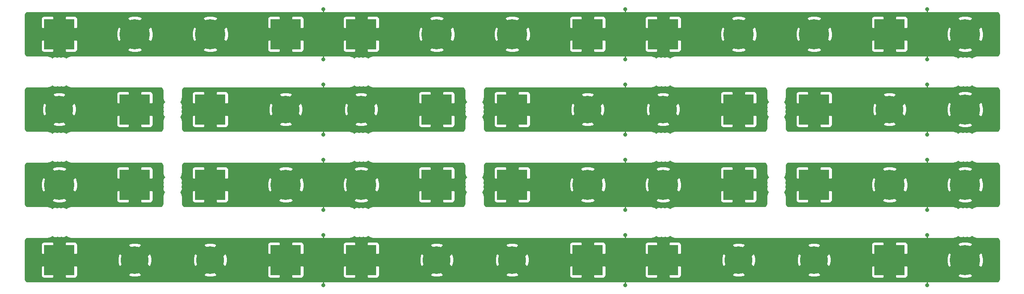
<source format=gtl>
%TF.GenerationSoftware,KiCad,Pcbnew,4.0.6-e0-6349~53~ubuntu16.04.1*%
%TF.CreationDate,2017-04-03T22:53:03+05:30*%
%TF.ProjectId,ultim_bus,756C74696D5F6275732E6B696361645F,rev?*%
%TF.FileFunction,Copper,L1,Top,Signal*%
%FSLAX46Y46*%
G04 Gerber Fmt 4.6, Leading zero omitted, Abs format (unit mm)*
G04 Created by KiCad (PCBNEW 4.0.6-e0-6349~53~ubuntu16.04.1) date Mon Apr  3 22:53:03 2017*
%MOMM*%
%LPD*%
G01*
G04 APERTURE LIST*
%ADD10C,0.101600*%
%ADD11C,6.096000*%
%ADD12R,6.096000X6.096000*%
%ADD13C,5.600000*%
%ADD14C,0.800000*%
%ADD15C,0.250000*%
%ADD16C,0.254000*%
G04 APERTURE END LIST*
D10*
D11*
X96520000Y-60960000D03*
X203200000Y-60960000D03*
X218440000Y-60960000D03*
X157480000Y-60960000D03*
X142240000Y-60960000D03*
X81280000Y-60960000D03*
X35560000Y-60960000D03*
X218440000Y-76200000D03*
X50800000Y-30480000D03*
X66040000Y-30480000D03*
X111760000Y-30480000D03*
X127000000Y-30480000D03*
X172720000Y-30480000D03*
X187960000Y-30480000D03*
X218440000Y-30480000D03*
X218440000Y-45720000D03*
D12*
X35560000Y-30480000D03*
X81280000Y-30480000D03*
X96520000Y-30480000D03*
X142240000Y-30480000D03*
X157480000Y-30480000D03*
X203200000Y-30480000D03*
X50800000Y-60960000D03*
X66040000Y-60960000D03*
X111760000Y-60960000D03*
X127000000Y-60960000D03*
X172720000Y-60960000D03*
X187960000Y-60960000D03*
D13*
X35560000Y-45720000D03*
D12*
X50800000Y-45720000D03*
X66040000Y-45720000D03*
D13*
X81280000Y-45720000D03*
X96520000Y-45720000D03*
D12*
X111760000Y-45720000D03*
X127000000Y-45720000D03*
D13*
X142240000Y-45720000D03*
X157480000Y-45720000D03*
D12*
X172720000Y-45720000D03*
X187960000Y-45720000D03*
D13*
X203200000Y-45720000D03*
D12*
X35560000Y-76200000D03*
D13*
X50800000Y-76200000D03*
X66040000Y-76200000D03*
D12*
X81280000Y-76200000D03*
X96520000Y-76200000D03*
D13*
X111760000Y-76200000D03*
X127000000Y-76200000D03*
D12*
X142240000Y-76200000D03*
X157480000Y-76200000D03*
D13*
X172720000Y-76200000D03*
X187960000Y-76200000D03*
D12*
X203200000Y-76200000D03*
D14*
X210820000Y-25400000D03*
X210820000Y-26670000D03*
X210820000Y-27940000D03*
X210820000Y-29210000D03*
X210820000Y-30480000D03*
X210820000Y-31750000D03*
X210820000Y-33020000D03*
X210820000Y-34290000D03*
X210820000Y-35560000D03*
X149860000Y-25400000D03*
X149860000Y-26670000D03*
X149860000Y-27940000D03*
X149860000Y-29210000D03*
X149860000Y-30480000D03*
X149860000Y-31750000D03*
X149860000Y-33020000D03*
X149860000Y-34290000D03*
X149860000Y-35560000D03*
X88900000Y-25400000D03*
X88900000Y-26670000D03*
X88900000Y-27940000D03*
X88900000Y-29210000D03*
X88900000Y-30480000D03*
X88900000Y-31750000D03*
X88900000Y-33020000D03*
X88900000Y-34290000D03*
X88900000Y-35560000D03*
X210820000Y-71120000D03*
X210820000Y-72390000D03*
X210820000Y-73660000D03*
X210820000Y-74930000D03*
X210820000Y-76200000D03*
X210820000Y-77470000D03*
X210820000Y-78740000D03*
X210820000Y-80010000D03*
X210820000Y-81280000D03*
X149860000Y-71120000D03*
X149860000Y-72390000D03*
X149860000Y-73660000D03*
X149860000Y-74930000D03*
X149860000Y-76200000D03*
X149860000Y-77470000D03*
X149860000Y-78740000D03*
X149860000Y-80010000D03*
X149860000Y-81280000D03*
X88900000Y-71120000D03*
X88900000Y-72390000D03*
X88900000Y-73660000D03*
X88900000Y-74930000D03*
X88900000Y-76200000D03*
X88900000Y-77470000D03*
X88900000Y-78740000D03*
X88900000Y-80010000D03*
X88900000Y-81280000D03*
X210820000Y-40640000D03*
X210820000Y-41910000D03*
X210820000Y-43180000D03*
X210820000Y-44450000D03*
X210820000Y-45720000D03*
X210820000Y-46990000D03*
X210820000Y-48260000D03*
X210820000Y-49530000D03*
X210820000Y-50800000D03*
X149860000Y-40640000D03*
X149860000Y-41910000D03*
X149860000Y-43180000D03*
X149860000Y-44450000D03*
X149860000Y-45720000D03*
X149860000Y-46990000D03*
X149860000Y-48260000D03*
X149860000Y-49530000D03*
X149860000Y-50800000D03*
X88900000Y-40640000D03*
X88900000Y-41910000D03*
X88900000Y-43180000D03*
X88900000Y-44450000D03*
X88900000Y-45720000D03*
X88900000Y-46990000D03*
X88900000Y-48260000D03*
X88900000Y-49530000D03*
X88900000Y-50800000D03*
X210820000Y-55880000D03*
X210820000Y-57150000D03*
X210820000Y-58420000D03*
X210820000Y-59690000D03*
X210820000Y-60960000D03*
X210820000Y-62230000D03*
X210820000Y-63500000D03*
X210820000Y-64770000D03*
X210820000Y-66040000D03*
X149860000Y-55880000D03*
X149860000Y-57150000D03*
X149860000Y-58420000D03*
X149860000Y-59690000D03*
X149860000Y-60960000D03*
X149860000Y-62230000D03*
X149860000Y-63500000D03*
X149860000Y-64770000D03*
X149860000Y-66040000D03*
X88900000Y-55880000D03*
X88900000Y-57150000D03*
X88900000Y-58420000D03*
X88900000Y-59690000D03*
X88900000Y-60960000D03*
X88900000Y-62230000D03*
X88900000Y-63500000D03*
X88900000Y-64770000D03*
X88900000Y-66040000D03*
D15*
X210820000Y-34290000D02*
X210820000Y-35560000D01*
X210820000Y-25400000D02*
X210820000Y-26670000D01*
X149860000Y-34290000D02*
X149860000Y-35560000D01*
X149860000Y-25400000D02*
X149860000Y-26670000D01*
X88900000Y-34290000D02*
X88900000Y-35560000D01*
X88900000Y-25400000D02*
X88900000Y-26670000D01*
X88900000Y-50800000D02*
X88900000Y-49530000D01*
X88900000Y-40640000D02*
X88900000Y-41910000D01*
X149860000Y-50800000D02*
X149860000Y-49530000D01*
X149860000Y-40640000D02*
X149860000Y-41910000D01*
X210820000Y-40640000D02*
X210820000Y-41910000D01*
X210820000Y-50800000D02*
X210820000Y-49530000D01*
X88900000Y-66040000D02*
X88900000Y-64770000D01*
X88900000Y-55880000D02*
X88900000Y-57150000D01*
X149860000Y-64770000D02*
X149860000Y-66040000D01*
X149860000Y-55880000D02*
X149860000Y-57150000D01*
X210820000Y-66040000D02*
X210820000Y-64770000D01*
X210820000Y-55880000D02*
X210820000Y-57150000D01*
X210820000Y-80010000D02*
X210820000Y-81280000D01*
X210820000Y-71120000D02*
X210820000Y-72390000D01*
X149860000Y-80010000D02*
X149860000Y-81280000D01*
X149860000Y-71120000D02*
X149860000Y-72390000D01*
X88900000Y-80010000D02*
X88900000Y-81280000D01*
X88900000Y-71120000D02*
X88900000Y-72390000D01*
D16*
G36*
X219828452Y-71458020D02*
X219881997Y-71493595D01*
X219935149Y-71529989D01*
X219943869Y-71534703D01*
X220162717Y-71651066D01*
X220222208Y-71675587D01*
X220281357Y-71700938D01*
X220290825Y-71703868D01*
X220290829Y-71703870D01*
X220290833Y-71703871D01*
X220528108Y-71775509D01*
X220591205Y-71788003D01*
X220654179Y-71801388D01*
X220664034Y-71802424D01*
X220664038Y-71802424D01*
X220910716Y-71826611D01*
X220940489Y-71826611D01*
X220970087Y-71829931D01*
X220980000Y-71830000D01*
X224755280Y-71830000D01*
X224898109Y-71844005D01*
X225002101Y-71875402D01*
X225098014Y-71926399D01*
X225182194Y-71995055D01*
X225251440Y-72078758D01*
X225303105Y-72174311D01*
X225335227Y-72278078D01*
X225350000Y-72418641D01*
X225350000Y-79975280D01*
X225335995Y-80118109D01*
X225304599Y-80222099D01*
X225253601Y-80318013D01*
X225184941Y-80402199D01*
X225101243Y-80471439D01*
X225005689Y-80523105D01*
X224901922Y-80555227D01*
X224761359Y-80570000D01*
X29244720Y-80570000D01*
X29101891Y-80555995D01*
X28997901Y-80524599D01*
X28901987Y-80473601D01*
X28817801Y-80404941D01*
X28748561Y-80321243D01*
X28696895Y-80225689D01*
X28664773Y-80121922D01*
X28650000Y-79981359D01*
X28650000Y-77501750D01*
X31877000Y-77501750D01*
X31877000Y-79310542D01*
X31901403Y-79433223D01*
X31949270Y-79548785D01*
X32018763Y-79652789D01*
X32107211Y-79741237D01*
X32211215Y-79810730D01*
X32326777Y-79858597D01*
X32449458Y-79883000D01*
X34258250Y-79883000D01*
X34417000Y-79724250D01*
X34417000Y-77343000D01*
X36703000Y-77343000D01*
X36703000Y-79724250D01*
X36861750Y-79883000D01*
X38670542Y-79883000D01*
X38793223Y-79858597D01*
X38908785Y-79810730D01*
X39012789Y-79741237D01*
X39101237Y-79652789D01*
X39170730Y-79548785D01*
X39218597Y-79433223D01*
X39243000Y-79310542D01*
X39243000Y-79191861D01*
X49424585Y-79191861D01*
X49810363Y-79506706D01*
X50474485Y-79636236D01*
X51151116Y-79633715D01*
X51789637Y-79506706D01*
X52175415Y-79191861D01*
X64664585Y-79191861D01*
X65050363Y-79506706D01*
X65714485Y-79636236D01*
X66391116Y-79633715D01*
X67029637Y-79506706D01*
X67415415Y-79191861D01*
X66040000Y-77816446D01*
X64664585Y-79191861D01*
X52175415Y-79191861D01*
X50800000Y-77816446D01*
X49424585Y-79191861D01*
X39243000Y-79191861D01*
X39243000Y-77501750D01*
X39084250Y-77343000D01*
X36703000Y-77343000D01*
X34417000Y-77343000D01*
X32035750Y-77343000D01*
X31877000Y-77501750D01*
X28650000Y-77501750D01*
X28650000Y-75874485D01*
X47363764Y-75874485D01*
X47366285Y-76551116D01*
X47493294Y-77189637D01*
X47808139Y-77575415D01*
X49183554Y-76200000D01*
X52416446Y-76200000D01*
X53791861Y-77575415D01*
X54106706Y-77189637D01*
X54236236Y-76525515D01*
X54233811Y-75874485D01*
X62603764Y-75874485D01*
X62606285Y-76551116D01*
X62733294Y-77189637D01*
X63048139Y-77575415D01*
X64423554Y-76200000D01*
X67656446Y-76200000D01*
X69031861Y-77575415D01*
X69091981Y-77501750D01*
X77597000Y-77501750D01*
X77597000Y-79310542D01*
X77621403Y-79433223D01*
X77669270Y-79548785D01*
X77738763Y-79652789D01*
X77827211Y-79741237D01*
X77931215Y-79810730D01*
X78046777Y-79858597D01*
X78169458Y-79883000D01*
X79978250Y-79883000D01*
X80137000Y-79724250D01*
X80137000Y-77343000D01*
X82423000Y-77343000D01*
X82423000Y-79724250D01*
X82581750Y-79883000D01*
X84390542Y-79883000D01*
X84513223Y-79858597D01*
X84628785Y-79810730D01*
X84732789Y-79741237D01*
X84821237Y-79652789D01*
X84890730Y-79548785D01*
X84938597Y-79433223D01*
X84963000Y-79310542D01*
X84963000Y-77501750D01*
X92837000Y-77501750D01*
X92837000Y-79310542D01*
X92861403Y-79433223D01*
X92909270Y-79548785D01*
X92978763Y-79652789D01*
X93067211Y-79741237D01*
X93171215Y-79810730D01*
X93286777Y-79858597D01*
X93409458Y-79883000D01*
X95218250Y-79883000D01*
X95377000Y-79724250D01*
X95377000Y-77343000D01*
X97663000Y-77343000D01*
X97663000Y-79724250D01*
X97821750Y-79883000D01*
X99630542Y-79883000D01*
X99753223Y-79858597D01*
X99868785Y-79810730D01*
X99972789Y-79741237D01*
X100061237Y-79652789D01*
X100130730Y-79548785D01*
X100178597Y-79433223D01*
X100203000Y-79310542D01*
X100203000Y-79191861D01*
X110384585Y-79191861D01*
X110770363Y-79506706D01*
X111434485Y-79636236D01*
X112111116Y-79633715D01*
X112749637Y-79506706D01*
X113135415Y-79191861D01*
X125624585Y-79191861D01*
X126010363Y-79506706D01*
X126674485Y-79636236D01*
X127351116Y-79633715D01*
X127989637Y-79506706D01*
X128375415Y-79191861D01*
X127000000Y-77816446D01*
X125624585Y-79191861D01*
X113135415Y-79191861D01*
X111760000Y-77816446D01*
X110384585Y-79191861D01*
X100203000Y-79191861D01*
X100203000Y-77501750D01*
X100044250Y-77343000D01*
X97663000Y-77343000D01*
X95377000Y-77343000D01*
X92995750Y-77343000D01*
X92837000Y-77501750D01*
X84963000Y-77501750D01*
X84804250Y-77343000D01*
X82423000Y-77343000D01*
X80137000Y-77343000D01*
X77755750Y-77343000D01*
X77597000Y-77501750D01*
X69091981Y-77501750D01*
X69346706Y-77189637D01*
X69476236Y-76525515D01*
X69473811Y-75874485D01*
X108323764Y-75874485D01*
X108326285Y-76551116D01*
X108453294Y-77189637D01*
X108768139Y-77575415D01*
X110143554Y-76200000D01*
X113376446Y-76200000D01*
X114751861Y-77575415D01*
X115066706Y-77189637D01*
X115196236Y-76525515D01*
X115193811Y-75874485D01*
X123563764Y-75874485D01*
X123566285Y-76551116D01*
X123693294Y-77189637D01*
X124008139Y-77575415D01*
X125383554Y-76200000D01*
X128616446Y-76200000D01*
X129991861Y-77575415D01*
X130051981Y-77501750D01*
X138557000Y-77501750D01*
X138557000Y-79310542D01*
X138581403Y-79433223D01*
X138629270Y-79548785D01*
X138698763Y-79652789D01*
X138787211Y-79741237D01*
X138891215Y-79810730D01*
X139006777Y-79858597D01*
X139129458Y-79883000D01*
X140938250Y-79883000D01*
X141097000Y-79724250D01*
X141097000Y-77343000D01*
X143383000Y-77343000D01*
X143383000Y-79724250D01*
X143541750Y-79883000D01*
X145350542Y-79883000D01*
X145473223Y-79858597D01*
X145588785Y-79810730D01*
X145692789Y-79741237D01*
X145781237Y-79652789D01*
X145850730Y-79548785D01*
X145898597Y-79433223D01*
X145923000Y-79310542D01*
X145923000Y-77501750D01*
X153797000Y-77501750D01*
X153797000Y-79310542D01*
X153821403Y-79433223D01*
X153869270Y-79548785D01*
X153938763Y-79652789D01*
X154027211Y-79741237D01*
X154131215Y-79810730D01*
X154246777Y-79858597D01*
X154369458Y-79883000D01*
X156178250Y-79883000D01*
X156337000Y-79724250D01*
X156337000Y-77343000D01*
X158623000Y-77343000D01*
X158623000Y-79724250D01*
X158781750Y-79883000D01*
X160590542Y-79883000D01*
X160713223Y-79858597D01*
X160828785Y-79810730D01*
X160932789Y-79741237D01*
X161021237Y-79652789D01*
X161090730Y-79548785D01*
X161138597Y-79433223D01*
X161163000Y-79310542D01*
X161163000Y-79191861D01*
X171344585Y-79191861D01*
X171730363Y-79506706D01*
X172394485Y-79636236D01*
X173071116Y-79633715D01*
X173709637Y-79506706D01*
X174095415Y-79191861D01*
X186584585Y-79191861D01*
X186970363Y-79506706D01*
X187634485Y-79636236D01*
X188311116Y-79633715D01*
X188949637Y-79506706D01*
X189335415Y-79191861D01*
X187960000Y-77816446D01*
X186584585Y-79191861D01*
X174095415Y-79191861D01*
X172720000Y-77816446D01*
X171344585Y-79191861D01*
X161163000Y-79191861D01*
X161163000Y-77501750D01*
X161004250Y-77343000D01*
X158623000Y-77343000D01*
X156337000Y-77343000D01*
X153955750Y-77343000D01*
X153797000Y-77501750D01*
X145923000Y-77501750D01*
X145764250Y-77343000D01*
X143383000Y-77343000D01*
X141097000Y-77343000D01*
X138715750Y-77343000D01*
X138557000Y-77501750D01*
X130051981Y-77501750D01*
X130306706Y-77189637D01*
X130436236Y-76525515D01*
X130433811Y-75874485D01*
X169283764Y-75874485D01*
X169286285Y-76551116D01*
X169413294Y-77189637D01*
X169728139Y-77575415D01*
X171103554Y-76200000D01*
X174336446Y-76200000D01*
X175711861Y-77575415D01*
X176026706Y-77189637D01*
X176156236Y-76525515D01*
X176153811Y-75874485D01*
X184523764Y-75874485D01*
X184526285Y-76551116D01*
X184653294Y-77189637D01*
X184968139Y-77575415D01*
X186343554Y-76200000D01*
X189576446Y-76200000D01*
X190951861Y-77575415D01*
X191011981Y-77501750D01*
X199517000Y-77501750D01*
X199517000Y-79310542D01*
X199541403Y-79433223D01*
X199589270Y-79548785D01*
X199658763Y-79652789D01*
X199747211Y-79741237D01*
X199851215Y-79810730D01*
X199966777Y-79858597D01*
X200089458Y-79883000D01*
X201898250Y-79883000D01*
X202057000Y-79724250D01*
X202057000Y-77343000D01*
X204343000Y-77343000D01*
X204343000Y-79724250D01*
X204501750Y-79883000D01*
X206310542Y-79883000D01*
X206433223Y-79858597D01*
X206548785Y-79810730D01*
X206652789Y-79741237D01*
X206741237Y-79652789D01*
X206810730Y-79548785D01*
X206858597Y-79433223D01*
X206869411Y-79378857D01*
X216877589Y-79378857D01*
X217295768Y-79719489D01*
X218004372Y-79875092D01*
X218729717Y-79889463D01*
X219443928Y-79762050D01*
X219584232Y-79719489D01*
X220002411Y-79378857D01*
X218440000Y-77816446D01*
X216877589Y-79378857D01*
X206869411Y-79378857D01*
X206883000Y-79310542D01*
X206883000Y-77501750D01*
X206724250Y-77343000D01*
X204343000Y-77343000D01*
X202057000Y-77343000D01*
X199675750Y-77343000D01*
X199517000Y-77501750D01*
X191011981Y-77501750D01*
X191266706Y-77189637D01*
X191396236Y-76525515D01*
X191396103Y-76489717D01*
X214750537Y-76489717D01*
X214877950Y-77203928D01*
X214920511Y-77344232D01*
X215261143Y-77762411D01*
X216823554Y-76200000D01*
X220056446Y-76200000D01*
X221618857Y-77762411D01*
X221959489Y-77344232D01*
X222115092Y-76635628D01*
X222129463Y-75910283D01*
X222002050Y-75196072D01*
X221959489Y-75055768D01*
X221618857Y-74637589D01*
X220056446Y-76200000D01*
X216823554Y-76200000D01*
X215261143Y-74637589D01*
X214920511Y-75055768D01*
X214764908Y-75764372D01*
X214750537Y-76489717D01*
X191396103Y-76489717D01*
X191393715Y-75848884D01*
X191266706Y-75210363D01*
X190951861Y-74824585D01*
X189576446Y-76200000D01*
X186343554Y-76200000D01*
X184968139Y-74824585D01*
X184653294Y-75210363D01*
X184523764Y-75874485D01*
X176153811Y-75874485D01*
X176153715Y-75848884D01*
X176026706Y-75210363D01*
X175711861Y-74824585D01*
X174336446Y-76200000D01*
X171103554Y-76200000D01*
X169728139Y-74824585D01*
X169413294Y-75210363D01*
X169283764Y-75874485D01*
X130433811Y-75874485D01*
X130433715Y-75848884D01*
X130306706Y-75210363D01*
X129991861Y-74824585D01*
X128616446Y-76200000D01*
X125383554Y-76200000D01*
X124008139Y-74824585D01*
X123693294Y-75210363D01*
X123563764Y-75874485D01*
X115193811Y-75874485D01*
X115193715Y-75848884D01*
X115066706Y-75210363D01*
X114751861Y-74824585D01*
X113376446Y-76200000D01*
X110143554Y-76200000D01*
X108768139Y-74824585D01*
X108453294Y-75210363D01*
X108323764Y-75874485D01*
X69473811Y-75874485D01*
X69473715Y-75848884D01*
X69346706Y-75210363D01*
X69031861Y-74824585D01*
X67656446Y-76200000D01*
X64423554Y-76200000D01*
X63048139Y-74824585D01*
X62733294Y-75210363D01*
X62603764Y-75874485D01*
X54233811Y-75874485D01*
X54233715Y-75848884D01*
X54106706Y-75210363D01*
X53791861Y-74824585D01*
X52416446Y-76200000D01*
X49183554Y-76200000D01*
X47808139Y-74824585D01*
X47493294Y-75210363D01*
X47363764Y-75874485D01*
X28650000Y-75874485D01*
X28650000Y-73089458D01*
X31877000Y-73089458D01*
X31877000Y-74898250D01*
X32035750Y-75057000D01*
X34417000Y-75057000D01*
X34417000Y-72675750D01*
X36703000Y-72675750D01*
X36703000Y-75057000D01*
X39084250Y-75057000D01*
X39243000Y-74898250D01*
X39243000Y-73208139D01*
X49424585Y-73208139D01*
X50800000Y-74583554D01*
X52175415Y-73208139D01*
X64664585Y-73208139D01*
X66040000Y-74583554D01*
X67415415Y-73208139D01*
X67269996Y-73089458D01*
X77597000Y-73089458D01*
X77597000Y-74898250D01*
X77755750Y-75057000D01*
X80137000Y-75057000D01*
X80137000Y-72675750D01*
X82423000Y-72675750D01*
X82423000Y-75057000D01*
X84804250Y-75057000D01*
X84963000Y-74898250D01*
X84963000Y-73089458D01*
X92837000Y-73089458D01*
X92837000Y-74898250D01*
X92995750Y-75057000D01*
X95377000Y-75057000D01*
X95377000Y-72675750D01*
X97663000Y-72675750D01*
X97663000Y-75057000D01*
X100044250Y-75057000D01*
X100203000Y-74898250D01*
X100203000Y-73208139D01*
X110384585Y-73208139D01*
X111760000Y-74583554D01*
X113135415Y-73208139D01*
X125624585Y-73208139D01*
X127000000Y-74583554D01*
X128375415Y-73208139D01*
X128229996Y-73089458D01*
X138557000Y-73089458D01*
X138557000Y-74898250D01*
X138715750Y-75057000D01*
X141097000Y-75057000D01*
X141097000Y-72675750D01*
X143383000Y-72675750D01*
X143383000Y-75057000D01*
X145764250Y-75057000D01*
X145923000Y-74898250D01*
X145923000Y-73089458D01*
X153797000Y-73089458D01*
X153797000Y-74898250D01*
X153955750Y-75057000D01*
X156337000Y-75057000D01*
X156337000Y-72675750D01*
X158623000Y-72675750D01*
X158623000Y-75057000D01*
X161004250Y-75057000D01*
X161163000Y-74898250D01*
X161163000Y-73208139D01*
X171344585Y-73208139D01*
X172720000Y-74583554D01*
X174095415Y-73208139D01*
X186584585Y-73208139D01*
X187960000Y-74583554D01*
X189335415Y-73208139D01*
X189189996Y-73089458D01*
X199517000Y-73089458D01*
X199517000Y-74898250D01*
X199675750Y-75057000D01*
X202057000Y-75057000D01*
X202057000Y-72675750D01*
X204343000Y-72675750D01*
X204343000Y-75057000D01*
X206724250Y-75057000D01*
X206883000Y-74898250D01*
X206883000Y-73089458D01*
X206869412Y-73021143D01*
X216877589Y-73021143D01*
X218440000Y-74583554D01*
X220002411Y-73021143D01*
X219584232Y-72680511D01*
X218875628Y-72524908D01*
X218150283Y-72510537D01*
X217436072Y-72637950D01*
X217295768Y-72680511D01*
X216877589Y-73021143D01*
X206869412Y-73021143D01*
X206858597Y-72966777D01*
X206810730Y-72851215D01*
X206741237Y-72747211D01*
X206652789Y-72658763D01*
X206548785Y-72589270D01*
X206433223Y-72541403D01*
X206310542Y-72517000D01*
X204501750Y-72517000D01*
X204343000Y-72675750D01*
X202057000Y-72675750D01*
X201898250Y-72517000D01*
X200089458Y-72517000D01*
X199966777Y-72541403D01*
X199851215Y-72589270D01*
X199747211Y-72658763D01*
X199658763Y-72747211D01*
X199589270Y-72851215D01*
X199541403Y-72966777D01*
X199517000Y-73089458D01*
X189189996Y-73089458D01*
X188949637Y-72893294D01*
X188285515Y-72763764D01*
X187608884Y-72766285D01*
X186970363Y-72893294D01*
X186584585Y-73208139D01*
X174095415Y-73208139D01*
X173709637Y-72893294D01*
X173045515Y-72763764D01*
X172368884Y-72766285D01*
X171730363Y-72893294D01*
X171344585Y-73208139D01*
X161163000Y-73208139D01*
X161163000Y-73089458D01*
X161138597Y-72966777D01*
X161090730Y-72851215D01*
X161021237Y-72747211D01*
X160932789Y-72658763D01*
X160828785Y-72589270D01*
X160713223Y-72541403D01*
X160590542Y-72517000D01*
X158781750Y-72517000D01*
X158623000Y-72675750D01*
X156337000Y-72675750D01*
X156178250Y-72517000D01*
X154369458Y-72517000D01*
X154246777Y-72541403D01*
X154131215Y-72589270D01*
X154027211Y-72658763D01*
X153938763Y-72747211D01*
X153869270Y-72851215D01*
X153821403Y-72966777D01*
X153797000Y-73089458D01*
X145923000Y-73089458D01*
X145898597Y-72966777D01*
X145850730Y-72851215D01*
X145781237Y-72747211D01*
X145692789Y-72658763D01*
X145588785Y-72589270D01*
X145473223Y-72541403D01*
X145350542Y-72517000D01*
X143541750Y-72517000D01*
X143383000Y-72675750D01*
X141097000Y-72675750D01*
X140938250Y-72517000D01*
X139129458Y-72517000D01*
X139006777Y-72541403D01*
X138891215Y-72589270D01*
X138787211Y-72658763D01*
X138698763Y-72747211D01*
X138629270Y-72851215D01*
X138581403Y-72966777D01*
X138557000Y-73089458D01*
X128229996Y-73089458D01*
X127989637Y-72893294D01*
X127325515Y-72763764D01*
X126648884Y-72766285D01*
X126010363Y-72893294D01*
X125624585Y-73208139D01*
X113135415Y-73208139D01*
X112749637Y-72893294D01*
X112085515Y-72763764D01*
X111408884Y-72766285D01*
X110770363Y-72893294D01*
X110384585Y-73208139D01*
X100203000Y-73208139D01*
X100203000Y-73089458D01*
X100178597Y-72966777D01*
X100130730Y-72851215D01*
X100061237Y-72747211D01*
X99972789Y-72658763D01*
X99868785Y-72589270D01*
X99753223Y-72541403D01*
X99630542Y-72517000D01*
X97821750Y-72517000D01*
X97663000Y-72675750D01*
X95377000Y-72675750D01*
X95218250Y-72517000D01*
X93409458Y-72517000D01*
X93286777Y-72541403D01*
X93171215Y-72589270D01*
X93067211Y-72658763D01*
X92978763Y-72747211D01*
X92909270Y-72851215D01*
X92861403Y-72966777D01*
X92837000Y-73089458D01*
X84963000Y-73089458D01*
X84938597Y-72966777D01*
X84890730Y-72851215D01*
X84821237Y-72747211D01*
X84732789Y-72658763D01*
X84628785Y-72589270D01*
X84513223Y-72541403D01*
X84390542Y-72517000D01*
X82581750Y-72517000D01*
X82423000Y-72675750D01*
X80137000Y-72675750D01*
X79978250Y-72517000D01*
X78169458Y-72517000D01*
X78046777Y-72541403D01*
X77931215Y-72589270D01*
X77827211Y-72658763D01*
X77738763Y-72747211D01*
X77669270Y-72851215D01*
X77621403Y-72966777D01*
X77597000Y-73089458D01*
X67269996Y-73089458D01*
X67029637Y-72893294D01*
X66365515Y-72763764D01*
X65688884Y-72766285D01*
X65050363Y-72893294D01*
X64664585Y-73208139D01*
X52175415Y-73208139D01*
X51789637Y-72893294D01*
X51125515Y-72763764D01*
X50448884Y-72766285D01*
X49810363Y-72893294D01*
X49424585Y-73208139D01*
X39243000Y-73208139D01*
X39243000Y-73089458D01*
X39218597Y-72966777D01*
X39170730Y-72851215D01*
X39101237Y-72747211D01*
X39012789Y-72658763D01*
X38908785Y-72589270D01*
X38793223Y-72541403D01*
X38670542Y-72517000D01*
X36861750Y-72517000D01*
X36703000Y-72675750D01*
X34417000Y-72675750D01*
X34258250Y-72517000D01*
X32449458Y-72517000D01*
X32326777Y-72541403D01*
X32211215Y-72589270D01*
X32107211Y-72658763D01*
X32018763Y-72747211D01*
X31949270Y-72851215D01*
X31901403Y-72966777D01*
X31877000Y-73089458D01*
X28650000Y-73089458D01*
X28650000Y-72424720D01*
X28664005Y-72281891D01*
X28695402Y-72177899D01*
X28746399Y-72081986D01*
X28815055Y-71997806D01*
X28898758Y-71928560D01*
X28994311Y-71876895D01*
X29098078Y-71844773D01*
X29238641Y-71830000D01*
X33020000Y-71830000D01*
X33020126Y-71829988D01*
X33022483Y-71829996D01*
X33031348Y-71829965D01*
X33062204Y-71826831D01*
X33093214Y-71827047D01*
X33103080Y-71826080D01*
X33349583Y-71800172D01*
X33412601Y-71787236D01*
X33475833Y-71775174D01*
X33485323Y-71772308D01*
X33722099Y-71699013D01*
X33781403Y-71674084D01*
X33841085Y-71649971D01*
X33849837Y-71645317D01*
X34067867Y-71527429D01*
X34121195Y-71491459D01*
X34175065Y-71456207D01*
X34179313Y-71452742D01*
X34183639Y-71457222D01*
X34326155Y-71556274D01*
X34485197Y-71625757D01*
X34654705Y-71663026D01*
X34828225Y-71666661D01*
X34999146Y-71636523D01*
X35160957Y-71573761D01*
X35163087Y-71572409D01*
X35285197Y-71625757D01*
X35454705Y-71663026D01*
X35628225Y-71666661D01*
X35799146Y-71636523D01*
X35960957Y-71573761D01*
X35963087Y-71572409D01*
X36085197Y-71625757D01*
X36254705Y-71663026D01*
X36428225Y-71666661D01*
X36599146Y-71636523D01*
X36760957Y-71573761D01*
X36907497Y-71480764D01*
X36939256Y-71450520D01*
X36948452Y-71458020D01*
X37001997Y-71493595D01*
X37055149Y-71529989D01*
X37063869Y-71534703D01*
X37282717Y-71651066D01*
X37342208Y-71675587D01*
X37401357Y-71700938D01*
X37410825Y-71703868D01*
X37410829Y-71703870D01*
X37410833Y-71703871D01*
X37648108Y-71775509D01*
X37711205Y-71788003D01*
X37774179Y-71801388D01*
X37784034Y-71802424D01*
X37784038Y-71802424D01*
X38030716Y-71826611D01*
X38060489Y-71826611D01*
X38090087Y-71829931D01*
X38100000Y-71830000D01*
X93980000Y-71830000D01*
X93980126Y-71829988D01*
X93982483Y-71829996D01*
X93991348Y-71829965D01*
X94022204Y-71826831D01*
X94053214Y-71827047D01*
X94063080Y-71826080D01*
X94309583Y-71800172D01*
X94372601Y-71787236D01*
X94435833Y-71775174D01*
X94445323Y-71772308D01*
X94682099Y-71699013D01*
X94741403Y-71674084D01*
X94801085Y-71649971D01*
X94809837Y-71645317D01*
X95027867Y-71527429D01*
X95081195Y-71491459D01*
X95135065Y-71456207D01*
X95139313Y-71452742D01*
X95143639Y-71457222D01*
X95286155Y-71556274D01*
X95445197Y-71625757D01*
X95614705Y-71663026D01*
X95788225Y-71666661D01*
X95959146Y-71636523D01*
X96120957Y-71573761D01*
X96123087Y-71572409D01*
X96245197Y-71625757D01*
X96414705Y-71663026D01*
X96588225Y-71666661D01*
X96759146Y-71636523D01*
X96920957Y-71573761D01*
X96923087Y-71572409D01*
X97045197Y-71625757D01*
X97214705Y-71663026D01*
X97388225Y-71666661D01*
X97559146Y-71636523D01*
X97720957Y-71573761D01*
X97867497Y-71480764D01*
X97899256Y-71450520D01*
X97908452Y-71458020D01*
X97961997Y-71493595D01*
X98015149Y-71529989D01*
X98023869Y-71534703D01*
X98242717Y-71651066D01*
X98302208Y-71675587D01*
X98361357Y-71700938D01*
X98370825Y-71703868D01*
X98370829Y-71703870D01*
X98370833Y-71703871D01*
X98608108Y-71775509D01*
X98671205Y-71788003D01*
X98734179Y-71801388D01*
X98744034Y-71802424D01*
X98744038Y-71802424D01*
X98990716Y-71826611D01*
X99020489Y-71826611D01*
X99050087Y-71829931D01*
X99060000Y-71830000D01*
X154940000Y-71830000D01*
X154940126Y-71829988D01*
X154942483Y-71829996D01*
X154951348Y-71829965D01*
X154982204Y-71826831D01*
X155013214Y-71827047D01*
X155023080Y-71826080D01*
X155269583Y-71800172D01*
X155332601Y-71787236D01*
X155395833Y-71775174D01*
X155405323Y-71772308D01*
X155642099Y-71699013D01*
X155701403Y-71674084D01*
X155761085Y-71649971D01*
X155769837Y-71645317D01*
X155987867Y-71527429D01*
X156041195Y-71491459D01*
X156095065Y-71456207D01*
X156099313Y-71452742D01*
X156103639Y-71457222D01*
X156246155Y-71556274D01*
X156405197Y-71625757D01*
X156574705Y-71663026D01*
X156748225Y-71666661D01*
X156919146Y-71636523D01*
X157080957Y-71573761D01*
X157083087Y-71572409D01*
X157205197Y-71625757D01*
X157374705Y-71663026D01*
X157548225Y-71666661D01*
X157719146Y-71636523D01*
X157880957Y-71573761D01*
X157883087Y-71572409D01*
X158005197Y-71625757D01*
X158174705Y-71663026D01*
X158348225Y-71666661D01*
X158519146Y-71636523D01*
X158680957Y-71573761D01*
X158827497Y-71480764D01*
X158859256Y-71450520D01*
X158868452Y-71458020D01*
X158921997Y-71493595D01*
X158975149Y-71529989D01*
X158983869Y-71534703D01*
X159202717Y-71651066D01*
X159262208Y-71675587D01*
X159321357Y-71700938D01*
X159330825Y-71703868D01*
X159330829Y-71703870D01*
X159330833Y-71703871D01*
X159568108Y-71775509D01*
X159631205Y-71788003D01*
X159694179Y-71801388D01*
X159704034Y-71802424D01*
X159704038Y-71802424D01*
X159950716Y-71826611D01*
X159980489Y-71826611D01*
X160010087Y-71829931D01*
X160020000Y-71830000D01*
X215900000Y-71830000D01*
X215900126Y-71829988D01*
X215902483Y-71829996D01*
X215911348Y-71829965D01*
X215942204Y-71826831D01*
X215973214Y-71827047D01*
X215983080Y-71826080D01*
X216229583Y-71800172D01*
X216292601Y-71787236D01*
X216355833Y-71775174D01*
X216365323Y-71772308D01*
X216602099Y-71699013D01*
X216661403Y-71674084D01*
X216721085Y-71649971D01*
X216729837Y-71645317D01*
X216947867Y-71527429D01*
X217001195Y-71491459D01*
X217055065Y-71456207D01*
X217059313Y-71452742D01*
X217063639Y-71457222D01*
X217206155Y-71556274D01*
X217365197Y-71625757D01*
X217534705Y-71663026D01*
X217708225Y-71666661D01*
X217879146Y-71636523D01*
X218040957Y-71573761D01*
X218043087Y-71572409D01*
X218165197Y-71625757D01*
X218334705Y-71663026D01*
X218508225Y-71666661D01*
X218679146Y-71636523D01*
X218840957Y-71573761D01*
X218843087Y-71572409D01*
X218965197Y-71625757D01*
X219134705Y-71663026D01*
X219308225Y-71666661D01*
X219479146Y-71636523D01*
X219640957Y-71573761D01*
X219787497Y-71480764D01*
X219819256Y-71450520D01*
X219828452Y-71458020D01*
X219828452Y-71458020D01*
G37*
X219828452Y-71458020D02*
X219881997Y-71493595D01*
X219935149Y-71529989D01*
X219943869Y-71534703D01*
X220162717Y-71651066D01*
X220222208Y-71675587D01*
X220281357Y-71700938D01*
X220290825Y-71703868D01*
X220290829Y-71703870D01*
X220290833Y-71703871D01*
X220528108Y-71775509D01*
X220591205Y-71788003D01*
X220654179Y-71801388D01*
X220664034Y-71802424D01*
X220664038Y-71802424D01*
X220910716Y-71826611D01*
X220940489Y-71826611D01*
X220970087Y-71829931D01*
X220980000Y-71830000D01*
X224755280Y-71830000D01*
X224898109Y-71844005D01*
X225002101Y-71875402D01*
X225098014Y-71926399D01*
X225182194Y-71995055D01*
X225251440Y-72078758D01*
X225303105Y-72174311D01*
X225335227Y-72278078D01*
X225350000Y-72418641D01*
X225350000Y-79975280D01*
X225335995Y-80118109D01*
X225304599Y-80222099D01*
X225253601Y-80318013D01*
X225184941Y-80402199D01*
X225101243Y-80471439D01*
X225005689Y-80523105D01*
X224901922Y-80555227D01*
X224761359Y-80570000D01*
X29244720Y-80570000D01*
X29101891Y-80555995D01*
X28997901Y-80524599D01*
X28901987Y-80473601D01*
X28817801Y-80404941D01*
X28748561Y-80321243D01*
X28696895Y-80225689D01*
X28664773Y-80121922D01*
X28650000Y-79981359D01*
X28650000Y-77501750D01*
X31877000Y-77501750D01*
X31877000Y-79310542D01*
X31901403Y-79433223D01*
X31949270Y-79548785D01*
X32018763Y-79652789D01*
X32107211Y-79741237D01*
X32211215Y-79810730D01*
X32326777Y-79858597D01*
X32449458Y-79883000D01*
X34258250Y-79883000D01*
X34417000Y-79724250D01*
X34417000Y-77343000D01*
X36703000Y-77343000D01*
X36703000Y-79724250D01*
X36861750Y-79883000D01*
X38670542Y-79883000D01*
X38793223Y-79858597D01*
X38908785Y-79810730D01*
X39012789Y-79741237D01*
X39101237Y-79652789D01*
X39170730Y-79548785D01*
X39218597Y-79433223D01*
X39243000Y-79310542D01*
X39243000Y-79191861D01*
X49424585Y-79191861D01*
X49810363Y-79506706D01*
X50474485Y-79636236D01*
X51151116Y-79633715D01*
X51789637Y-79506706D01*
X52175415Y-79191861D01*
X64664585Y-79191861D01*
X65050363Y-79506706D01*
X65714485Y-79636236D01*
X66391116Y-79633715D01*
X67029637Y-79506706D01*
X67415415Y-79191861D01*
X66040000Y-77816446D01*
X64664585Y-79191861D01*
X52175415Y-79191861D01*
X50800000Y-77816446D01*
X49424585Y-79191861D01*
X39243000Y-79191861D01*
X39243000Y-77501750D01*
X39084250Y-77343000D01*
X36703000Y-77343000D01*
X34417000Y-77343000D01*
X32035750Y-77343000D01*
X31877000Y-77501750D01*
X28650000Y-77501750D01*
X28650000Y-75874485D01*
X47363764Y-75874485D01*
X47366285Y-76551116D01*
X47493294Y-77189637D01*
X47808139Y-77575415D01*
X49183554Y-76200000D01*
X52416446Y-76200000D01*
X53791861Y-77575415D01*
X54106706Y-77189637D01*
X54236236Y-76525515D01*
X54233811Y-75874485D01*
X62603764Y-75874485D01*
X62606285Y-76551116D01*
X62733294Y-77189637D01*
X63048139Y-77575415D01*
X64423554Y-76200000D01*
X67656446Y-76200000D01*
X69031861Y-77575415D01*
X69091981Y-77501750D01*
X77597000Y-77501750D01*
X77597000Y-79310542D01*
X77621403Y-79433223D01*
X77669270Y-79548785D01*
X77738763Y-79652789D01*
X77827211Y-79741237D01*
X77931215Y-79810730D01*
X78046777Y-79858597D01*
X78169458Y-79883000D01*
X79978250Y-79883000D01*
X80137000Y-79724250D01*
X80137000Y-77343000D01*
X82423000Y-77343000D01*
X82423000Y-79724250D01*
X82581750Y-79883000D01*
X84390542Y-79883000D01*
X84513223Y-79858597D01*
X84628785Y-79810730D01*
X84732789Y-79741237D01*
X84821237Y-79652789D01*
X84890730Y-79548785D01*
X84938597Y-79433223D01*
X84963000Y-79310542D01*
X84963000Y-77501750D01*
X92837000Y-77501750D01*
X92837000Y-79310542D01*
X92861403Y-79433223D01*
X92909270Y-79548785D01*
X92978763Y-79652789D01*
X93067211Y-79741237D01*
X93171215Y-79810730D01*
X93286777Y-79858597D01*
X93409458Y-79883000D01*
X95218250Y-79883000D01*
X95377000Y-79724250D01*
X95377000Y-77343000D01*
X97663000Y-77343000D01*
X97663000Y-79724250D01*
X97821750Y-79883000D01*
X99630542Y-79883000D01*
X99753223Y-79858597D01*
X99868785Y-79810730D01*
X99972789Y-79741237D01*
X100061237Y-79652789D01*
X100130730Y-79548785D01*
X100178597Y-79433223D01*
X100203000Y-79310542D01*
X100203000Y-79191861D01*
X110384585Y-79191861D01*
X110770363Y-79506706D01*
X111434485Y-79636236D01*
X112111116Y-79633715D01*
X112749637Y-79506706D01*
X113135415Y-79191861D01*
X125624585Y-79191861D01*
X126010363Y-79506706D01*
X126674485Y-79636236D01*
X127351116Y-79633715D01*
X127989637Y-79506706D01*
X128375415Y-79191861D01*
X127000000Y-77816446D01*
X125624585Y-79191861D01*
X113135415Y-79191861D01*
X111760000Y-77816446D01*
X110384585Y-79191861D01*
X100203000Y-79191861D01*
X100203000Y-77501750D01*
X100044250Y-77343000D01*
X97663000Y-77343000D01*
X95377000Y-77343000D01*
X92995750Y-77343000D01*
X92837000Y-77501750D01*
X84963000Y-77501750D01*
X84804250Y-77343000D01*
X82423000Y-77343000D01*
X80137000Y-77343000D01*
X77755750Y-77343000D01*
X77597000Y-77501750D01*
X69091981Y-77501750D01*
X69346706Y-77189637D01*
X69476236Y-76525515D01*
X69473811Y-75874485D01*
X108323764Y-75874485D01*
X108326285Y-76551116D01*
X108453294Y-77189637D01*
X108768139Y-77575415D01*
X110143554Y-76200000D01*
X113376446Y-76200000D01*
X114751861Y-77575415D01*
X115066706Y-77189637D01*
X115196236Y-76525515D01*
X115193811Y-75874485D01*
X123563764Y-75874485D01*
X123566285Y-76551116D01*
X123693294Y-77189637D01*
X124008139Y-77575415D01*
X125383554Y-76200000D01*
X128616446Y-76200000D01*
X129991861Y-77575415D01*
X130051981Y-77501750D01*
X138557000Y-77501750D01*
X138557000Y-79310542D01*
X138581403Y-79433223D01*
X138629270Y-79548785D01*
X138698763Y-79652789D01*
X138787211Y-79741237D01*
X138891215Y-79810730D01*
X139006777Y-79858597D01*
X139129458Y-79883000D01*
X140938250Y-79883000D01*
X141097000Y-79724250D01*
X141097000Y-77343000D01*
X143383000Y-77343000D01*
X143383000Y-79724250D01*
X143541750Y-79883000D01*
X145350542Y-79883000D01*
X145473223Y-79858597D01*
X145588785Y-79810730D01*
X145692789Y-79741237D01*
X145781237Y-79652789D01*
X145850730Y-79548785D01*
X145898597Y-79433223D01*
X145923000Y-79310542D01*
X145923000Y-77501750D01*
X153797000Y-77501750D01*
X153797000Y-79310542D01*
X153821403Y-79433223D01*
X153869270Y-79548785D01*
X153938763Y-79652789D01*
X154027211Y-79741237D01*
X154131215Y-79810730D01*
X154246777Y-79858597D01*
X154369458Y-79883000D01*
X156178250Y-79883000D01*
X156337000Y-79724250D01*
X156337000Y-77343000D01*
X158623000Y-77343000D01*
X158623000Y-79724250D01*
X158781750Y-79883000D01*
X160590542Y-79883000D01*
X160713223Y-79858597D01*
X160828785Y-79810730D01*
X160932789Y-79741237D01*
X161021237Y-79652789D01*
X161090730Y-79548785D01*
X161138597Y-79433223D01*
X161163000Y-79310542D01*
X161163000Y-79191861D01*
X171344585Y-79191861D01*
X171730363Y-79506706D01*
X172394485Y-79636236D01*
X173071116Y-79633715D01*
X173709637Y-79506706D01*
X174095415Y-79191861D01*
X186584585Y-79191861D01*
X186970363Y-79506706D01*
X187634485Y-79636236D01*
X188311116Y-79633715D01*
X188949637Y-79506706D01*
X189335415Y-79191861D01*
X187960000Y-77816446D01*
X186584585Y-79191861D01*
X174095415Y-79191861D01*
X172720000Y-77816446D01*
X171344585Y-79191861D01*
X161163000Y-79191861D01*
X161163000Y-77501750D01*
X161004250Y-77343000D01*
X158623000Y-77343000D01*
X156337000Y-77343000D01*
X153955750Y-77343000D01*
X153797000Y-77501750D01*
X145923000Y-77501750D01*
X145764250Y-77343000D01*
X143383000Y-77343000D01*
X141097000Y-77343000D01*
X138715750Y-77343000D01*
X138557000Y-77501750D01*
X130051981Y-77501750D01*
X130306706Y-77189637D01*
X130436236Y-76525515D01*
X130433811Y-75874485D01*
X169283764Y-75874485D01*
X169286285Y-76551116D01*
X169413294Y-77189637D01*
X169728139Y-77575415D01*
X171103554Y-76200000D01*
X174336446Y-76200000D01*
X175711861Y-77575415D01*
X176026706Y-77189637D01*
X176156236Y-76525515D01*
X176153811Y-75874485D01*
X184523764Y-75874485D01*
X184526285Y-76551116D01*
X184653294Y-77189637D01*
X184968139Y-77575415D01*
X186343554Y-76200000D01*
X189576446Y-76200000D01*
X190951861Y-77575415D01*
X191011981Y-77501750D01*
X199517000Y-77501750D01*
X199517000Y-79310542D01*
X199541403Y-79433223D01*
X199589270Y-79548785D01*
X199658763Y-79652789D01*
X199747211Y-79741237D01*
X199851215Y-79810730D01*
X199966777Y-79858597D01*
X200089458Y-79883000D01*
X201898250Y-79883000D01*
X202057000Y-79724250D01*
X202057000Y-77343000D01*
X204343000Y-77343000D01*
X204343000Y-79724250D01*
X204501750Y-79883000D01*
X206310542Y-79883000D01*
X206433223Y-79858597D01*
X206548785Y-79810730D01*
X206652789Y-79741237D01*
X206741237Y-79652789D01*
X206810730Y-79548785D01*
X206858597Y-79433223D01*
X206869411Y-79378857D01*
X216877589Y-79378857D01*
X217295768Y-79719489D01*
X218004372Y-79875092D01*
X218729717Y-79889463D01*
X219443928Y-79762050D01*
X219584232Y-79719489D01*
X220002411Y-79378857D01*
X218440000Y-77816446D01*
X216877589Y-79378857D01*
X206869411Y-79378857D01*
X206883000Y-79310542D01*
X206883000Y-77501750D01*
X206724250Y-77343000D01*
X204343000Y-77343000D01*
X202057000Y-77343000D01*
X199675750Y-77343000D01*
X199517000Y-77501750D01*
X191011981Y-77501750D01*
X191266706Y-77189637D01*
X191396236Y-76525515D01*
X191396103Y-76489717D01*
X214750537Y-76489717D01*
X214877950Y-77203928D01*
X214920511Y-77344232D01*
X215261143Y-77762411D01*
X216823554Y-76200000D01*
X220056446Y-76200000D01*
X221618857Y-77762411D01*
X221959489Y-77344232D01*
X222115092Y-76635628D01*
X222129463Y-75910283D01*
X222002050Y-75196072D01*
X221959489Y-75055768D01*
X221618857Y-74637589D01*
X220056446Y-76200000D01*
X216823554Y-76200000D01*
X215261143Y-74637589D01*
X214920511Y-75055768D01*
X214764908Y-75764372D01*
X214750537Y-76489717D01*
X191396103Y-76489717D01*
X191393715Y-75848884D01*
X191266706Y-75210363D01*
X190951861Y-74824585D01*
X189576446Y-76200000D01*
X186343554Y-76200000D01*
X184968139Y-74824585D01*
X184653294Y-75210363D01*
X184523764Y-75874485D01*
X176153811Y-75874485D01*
X176153715Y-75848884D01*
X176026706Y-75210363D01*
X175711861Y-74824585D01*
X174336446Y-76200000D01*
X171103554Y-76200000D01*
X169728139Y-74824585D01*
X169413294Y-75210363D01*
X169283764Y-75874485D01*
X130433811Y-75874485D01*
X130433715Y-75848884D01*
X130306706Y-75210363D01*
X129991861Y-74824585D01*
X128616446Y-76200000D01*
X125383554Y-76200000D01*
X124008139Y-74824585D01*
X123693294Y-75210363D01*
X123563764Y-75874485D01*
X115193811Y-75874485D01*
X115193715Y-75848884D01*
X115066706Y-75210363D01*
X114751861Y-74824585D01*
X113376446Y-76200000D01*
X110143554Y-76200000D01*
X108768139Y-74824585D01*
X108453294Y-75210363D01*
X108323764Y-75874485D01*
X69473811Y-75874485D01*
X69473715Y-75848884D01*
X69346706Y-75210363D01*
X69031861Y-74824585D01*
X67656446Y-76200000D01*
X64423554Y-76200000D01*
X63048139Y-74824585D01*
X62733294Y-75210363D01*
X62603764Y-75874485D01*
X54233811Y-75874485D01*
X54233715Y-75848884D01*
X54106706Y-75210363D01*
X53791861Y-74824585D01*
X52416446Y-76200000D01*
X49183554Y-76200000D01*
X47808139Y-74824585D01*
X47493294Y-75210363D01*
X47363764Y-75874485D01*
X28650000Y-75874485D01*
X28650000Y-73089458D01*
X31877000Y-73089458D01*
X31877000Y-74898250D01*
X32035750Y-75057000D01*
X34417000Y-75057000D01*
X34417000Y-72675750D01*
X36703000Y-72675750D01*
X36703000Y-75057000D01*
X39084250Y-75057000D01*
X39243000Y-74898250D01*
X39243000Y-73208139D01*
X49424585Y-73208139D01*
X50800000Y-74583554D01*
X52175415Y-73208139D01*
X64664585Y-73208139D01*
X66040000Y-74583554D01*
X67415415Y-73208139D01*
X67269996Y-73089458D01*
X77597000Y-73089458D01*
X77597000Y-74898250D01*
X77755750Y-75057000D01*
X80137000Y-75057000D01*
X80137000Y-72675750D01*
X82423000Y-72675750D01*
X82423000Y-75057000D01*
X84804250Y-75057000D01*
X84963000Y-74898250D01*
X84963000Y-73089458D01*
X92837000Y-73089458D01*
X92837000Y-74898250D01*
X92995750Y-75057000D01*
X95377000Y-75057000D01*
X95377000Y-72675750D01*
X97663000Y-72675750D01*
X97663000Y-75057000D01*
X100044250Y-75057000D01*
X100203000Y-74898250D01*
X100203000Y-73208139D01*
X110384585Y-73208139D01*
X111760000Y-74583554D01*
X113135415Y-73208139D01*
X125624585Y-73208139D01*
X127000000Y-74583554D01*
X128375415Y-73208139D01*
X128229996Y-73089458D01*
X138557000Y-73089458D01*
X138557000Y-74898250D01*
X138715750Y-75057000D01*
X141097000Y-75057000D01*
X141097000Y-72675750D01*
X143383000Y-72675750D01*
X143383000Y-75057000D01*
X145764250Y-75057000D01*
X145923000Y-74898250D01*
X145923000Y-73089458D01*
X153797000Y-73089458D01*
X153797000Y-74898250D01*
X153955750Y-75057000D01*
X156337000Y-75057000D01*
X156337000Y-72675750D01*
X158623000Y-72675750D01*
X158623000Y-75057000D01*
X161004250Y-75057000D01*
X161163000Y-74898250D01*
X161163000Y-73208139D01*
X171344585Y-73208139D01*
X172720000Y-74583554D01*
X174095415Y-73208139D01*
X186584585Y-73208139D01*
X187960000Y-74583554D01*
X189335415Y-73208139D01*
X189189996Y-73089458D01*
X199517000Y-73089458D01*
X199517000Y-74898250D01*
X199675750Y-75057000D01*
X202057000Y-75057000D01*
X202057000Y-72675750D01*
X204343000Y-72675750D01*
X204343000Y-75057000D01*
X206724250Y-75057000D01*
X206883000Y-74898250D01*
X206883000Y-73089458D01*
X206869412Y-73021143D01*
X216877589Y-73021143D01*
X218440000Y-74583554D01*
X220002411Y-73021143D01*
X219584232Y-72680511D01*
X218875628Y-72524908D01*
X218150283Y-72510537D01*
X217436072Y-72637950D01*
X217295768Y-72680511D01*
X216877589Y-73021143D01*
X206869412Y-73021143D01*
X206858597Y-72966777D01*
X206810730Y-72851215D01*
X206741237Y-72747211D01*
X206652789Y-72658763D01*
X206548785Y-72589270D01*
X206433223Y-72541403D01*
X206310542Y-72517000D01*
X204501750Y-72517000D01*
X204343000Y-72675750D01*
X202057000Y-72675750D01*
X201898250Y-72517000D01*
X200089458Y-72517000D01*
X199966777Y-72541403D01*
X199851215Y-72589270D01*
X199747211Y-72658763D01*
X199658763Y-72747211D01*
X199589270Y-72851215D01*
X199541403Y-72966777D01*
X199517000Y-73089458D01*
X189189996Y-73089458D01*
X188949637Y-72893294D01*
X188285515Y-72763764D01*
X187608884Y-72766285D01*
X186970363Y-72893294D01*
X186584585Y-73208139D01*
X174095415Y-73208139D01*
X173709637Y-72893294D01*
X173045515Y-72763764D01*
X172368884Y-72766285D01*
X171730363Y-72893294D01*
X171344585Y-73208139D01*
X161163000Y-73208139D01*
X161163000Y-73089458D01*
X161138597Y-72966777D01*
X161090730Y-72851215D01*
X161021237Y-72747211D01*
X160932789Y-72658763D01*
X160828785Y-72589270D01*
X160713223Y-72541403D01*
X160590542Y-72517000D01*
X158781750Y-72517000D01*
X158623000Y-72675750D01*
X156337000Y-72675750D01*
X156178250Y-72517000D01*
X154369458Y-72517000D01*
X154246777Y-72541403D01*
X154131215Y-72589270D01*
X154027211Y-72658763D01*
X153938763Y-72747211D01*
X153869270Y-72851215D01*
X153821403Y-72966777D01*
X153797000Y-73089458D01*
X145923000Y-73089458D01*
X145898597Y-72966777D01*
X145850730Y-72851215D01*
X145781237Y-72747211D01*
X145692789Y-72658763D01*
X145588785Y-72589270D01*
X145473223Y-72541403D01*
X145350542Y-72517000D01*
X143541750Y-72517000D01*
X143383000Y-72675750D01*
X141097000Y-72675750D01*
X140938250Y-72517000D01*
X139129458Y-72517000D01*
X139006777Y-72541403D01*
X138891215Y-72589270D01*
X138787211Y-72658763D01*
X138698763Y-72747211D01*
X138629270Y-72851215D01*
X138581403Y-72966777D01*
X138557000Y-73089458D01*
X128229996Y-73089458D01*
X127989637Y-72893294D01*
X127325515Y-72763764D01*
X126648884Y-72766285D01*
X126010363Y-72893294D01*
X125624585Y-73208139D01*
X113135415Y-73208139D01*
X112749637Y-72893294D01*
X112085515Y-72763764D01*
X111408884Y-72766285D01*
X110770363Y-72893294D01*
X110384585Y-73208139D01*
X100203000Y-73208139D01*
X100203000Y-73089458D01*
X100178597Y-72966777D01*
X100130730Y-72851215D01*
X100061237Y-72747211D01*
X99972789Y-72658763D01*
X99868785Y-72589270D01*
X99753223Y-72541403D01*
X99630542Y-72517000D01*
X97821750Y-72517000D01*
X97663000Y-72675750D01*
X95377000Y-72675750D01*
X95218250Y-72517000D01*
X93409458Y-72517000D01*
X93286777Y-72541403D01*
X93171215Y-72589270D01*
X93067211Y-72658763D01*
X92978763Y-72747211D01*
X92909270Y-72851215D01*
X92861403Y-72966777D01*
X92837000Y-73089458D01*
X84963000Y-73089458D01*
X84938597Y-72966777D01*
X84890730Y-72851215D01*
X84821237Y-72747211D01*
X84732789Y-72658763D01*
X84628785Y-72589270D01*
X84513223Y-72541403D01*
X84390542Y-72517000D01*
X82581750Y-72517000D01*
X82423000Y-72675750D01*
X80137000Y-72675750D01*
X79978250Y-72517000D01*
X78169458Y-72517000D01*
X78046777Y-72541403D01*
X77931215Y-72589270D01*
X77827211Y-72658763D01*
X77738763Y-72747211D01*
X77669270Y-72851215D01*
X77621403Y-72966777D01*
X77597000Y-73089458D01*
X67269996Y-73089458D01*
X67029637Y-72893294D01*
X66365515Y-72763764D01*
X65688884Y-72766285D01*
X65050363Y-72893294D01*
X64664585Y-73208139D01*
X52175415Y-73208139D01*
X51789637Y-72893294D01*
X51125515Y-72763764D01*
X50448884Y-72766285D01*
X49810363Y-72893294D01*
X49424585Y-73208139D01*
X39243000Y-73208139D01*
X39243000Y-73089458D01*
X39218597Y-72966777D01*
X39170730Y-72851215D01*
X39101237Y-72747211D01*
X39012789Y-72658763D01*
X38908785Y-72589270D01*
X38793223Y-72541403D01*
X38670542Y-72517000D01*
X36861750Y-72517000D01*
X36703000Y-72675750D01*
X34417000Y-72675750D01*
X34258250Y-72517000D01*
X32449458Y-72517000D01*
X32326777Y-72541403D01*
X32211215Y-72589270D01*
X32107211Y-72658763D01*
X32018763Y-72747211D01*
X31949270Y-72851215D01*
X31901403Y-72966777D01*
X31877000Y-73089458D01*
X28650000Y-73089458D01*
X28650000Y-72424720D01*
X28664005Y-72281891D01*
X28695402Y-72177899D01*
X28746399Y-72081986D01*
X28815055Y-71997806D01*
X28898758Y-71928560D01*
X28994311Y-71876895D01*
X29098078Y-71844773D01*
X29238641Y-71830000D01*
X33020000Y-71830000D01*
X33020126Y-71829988D01*
X33022483Y-71829996D01*
X33031348Y-71829965D01*
X33062204Y-71826831D01*
X33093214Y-71827047D01*
X33103080Y-71826080D01*
X33349583Y-71800172D01*
X33412601Y-71787236D01*
X33475833Y-71775174D01*
X33485323Y-71772308D01*
X33722099Y-71699013D01*
X33781403Y-71674084D01*
X33841085Y-71649971D01*
X33849837Y-71645317D01*
X34067867Y-71527429D01*
X34121195Y-71491459D01*
X34175065Y-71456207D01*
X34179313Y-71452742D01*
X34183639Y-71457222D01*
X34326155Y-71556274D01*
X34485197Y-71625757D01*
X34654705Y-71663026D01*
X34828225Y-71666661D01*
X34999146Y-71636523D01*
X35160957Y-71573761D01*
X35163087Y-71572409D01*
X35285197Y-71625757D01*
X35454705Y-71663026D01*
X35628225Y-71666661D01*
X35799146Y-71636523D01*
X35960957Y-71573761D01*
X35963087Y-71572409D01*
X36085197Y-71625757D01*
X36254705Y-71663026D01*
X36428225Y-71666661D01*
X36599146Y-71636523D01*
X36760957Y-71573761D01*
X36907497Y-71480764D01*
X36939256Y-71450520D01*
X36948452Y-71458020D01*
X37001997Y-71493595D01*
X37055149Y-71529989D01*
X37063869Y-71534703D01*
X37282717Y-71651066D01*
X37342208Y-71675587D01*
X37401357Y-71700938D01*
X37410825Y-71703868D01*
X37410829Y-71703870D01*
X37410833Y-71703871D01*
X37648108Y-71775509D01*
X37711205Y-71788003D01*
X37774179Y-71801388D01*
X37784034Y-71802424D01*
X37784038Y-71802424D01*
X38030716Y-71826611D01*
X38060489Y-71826611D01*
X38090087Y-71829931D01*
X38100000Y-71830000D01*
X93980000Y-71830000D01*
X93980126Y-71829988D01*
X93982483Y-71829996D01*
X93991348Y-71829965D01*
X94022204Y-71826831D01*
X94053214Y-71827047D01*
X94063080Y-71826080D01*
X94309583Y-71800172D01*
X94372601Y-71787236D01*
X94435833Y-71775174D01*
X94445323Y-71772308D01*
X94682099Y-71699013D01*
X94741403Y-71674084D01*
X94801085Y-71649971D01*
X94809837Y-71645317D01*
X95027867Y-71527429D01*
X95081195Y-71491459D01*
X95135065Y-71456207D01*
X95139313Y-71452742D01*
X95143639Y-71457222D01*
X95286155Y-71556274D01*
X95445197Y-71625757D01*
X95614705Y-71663026D01*
X95788225Y-71666661D01*
X95959146Y-71636523D01*
X96120957Y-71573761D01*
X96123087Y-71572409D01*
X96245197Y-71625757D01*
X96414705Y-71663026D01*
X96588225Y-71666661D01*
X96759146Y-71636523D01*
X96920957Y-71573761D01*
X96923087Y-71572409D01*
X97045197Y-71625757D01*
X97214705Y-71663026D01*
X97388225Y-71666661D01*
X97559146Y-71636523D01*
X97720957Y-71573761D01*
X97867497Y-71480764D01*
X97899256Y-71450520D01*
X97908452Y-71458020D01*
X97961997Y-71493595D01*
X98015149Y-71529989D01*
X98023869Y-71534703D01*
X98242717Y-71651066D01*
X98302208Y-71675587D01*
X98361357Y-71700938D01*
X98370825Y-71703868D01*
X98370829Y-71703870D01*
X98370833Y-71703871D01*
X98608108Y-71775509D01*
X98671205Y-71788003D01*
X98734179Y-71801388D01*
X98744034Y-71802424D01*
X98744038Y-71802424D01*
X98990716Y-71826611D01*
X99020489Y-71826611D01*
X99050087Y-71829931D01*
X99060000Y-71830000D01*
X154940000Y-71830000D01*
X154940126Y-71829988D01*
X154942483Y-71829996D01*
X154951348Y-71829965D01*
X154982204Y-71826831D01*
X155013214Y-71827047D01*
X155023080Y-71826080D01*
X155269583Y-71800172D01*
X155332601Y-71787236D01*
X155395833Y-71775174D01*
X155405323Y-71772308D01*
X155642099Y-71699013D01*
X155701403Y-71674084D01*
X155761085Y-71649971D01*
X155769837Y-71645317D01*
X155987867Y-71527429D01*
X156041195Y-71491459D01*
X156095065Y-71456207D01*
X156099313Y-71452742D01*
X156103639Y-71457222D01*
X156246155Y-71556274D01*
X156405197Y-71625757D01*
X156574705Y-71663026D01*
X156748225Y-71666661D01*
X156919146Y-71636523D01*
X157080957Y-71573761D01*
X157083087Y-71572409D01*
X157205197Y-71625757D01*
X157374705Y-71663026D01*
X157548225Y-71666661D01*
X157719146Y-71636523D01*
X157880957Y-71573761D01*
X157883087Y-71572409D01*
X158005197Y-71625757D01*
X158174705Y-71663026D01*
X158348225Y-71666661D01*
X158519146Y-71636523D01*
X158680957Y-71573761D01*
X158827497Y-71480764D01*
X158859256Y-71450520D01*
X158868452Y-71458020D01*
X158921997Y-71493595D01*
X158975149Y-71529989D01*
X158983869Y-71534703D01*
X159202717Y-71651066D01*
X159262208Y-71675587D01*
X159321357Y-71700938D01*
X159330825Y-71703868D01*
X159330829Y-71703870D01*
X159330833Y-71703871D01*
X159568108Y-71775509D01*
X159631205Y-71788003D01*
X159694179Y-71801388D01*
X159704034Y-71802424D01*
X159704038Y-71802424D01*
X159950716Y-71826611D01*
X159980489Y-71826611D01*
X160010087Y-71829931D01*
X160020000Y-71830000D01*
X215900000Y-71830000D01*
X215900126Y-71829988D01*
X215902483Y-71829996D01*
X215911348Y-71829965D01*
X215942204Y-71826831D01*
X215973214Y-71827047D01*
X215983080Y-71826080D01*
X216229583Y-71800172D01*
X216292601Y-71787236D01*
X216355833Y-71775174D01*
X216365323Y-71772308D01*
X216602099Y-71699013D01*
X216661403Y-71674084D01*
X216721085Y-71649971D01*
X216729837Y-71645317D01*
X216947867Y-71527429D01*
X217001195Y-71491459D01*
X217055065Y-71456207D01*
X217059313Y-71452742D01*
X217063639Y-71457222D01*
X217206155Y-71556274D01*
X217365197Y-71625757D01*
X217534705Y-71663026D01*
X217708225Y-71666661D01*
X217879146Y-71636523D01*
X218040957Y-71573761D01*
X218043087Y-71572409D01*
X218165197Y-71625757D01*
X218334705Y-71663026D01*
X218508225Y-71666661D01*
X218679146Y-71636523D01*
X218840957Y-71573761D01*
X218843087Y-71572409D01*
X218965197Y-71625757D01*
X219134705Y-71663026D01*
X219308225Y-71666661D01*
X219479146Y-71636523D01*
X219640957Y-71573761D01*
X219787497Y-71480764D01*
X219819256Y-71450520D01*
X219828452Y-71458020D01*
G36*
X224898109Y-26124005D02*
X225002101Y-26155402D01*
X225098014Y-26206399D01*
X225182194Y-26275055D01*
X225251440Y-26358758D01*
X225303105Y-26454311D01*
X225335227Y-26558078D01*
X225350000Y-26698641D01*
X225350000Y-34255280D01*
X225335995Y-34398109D01*
X225304599Y-34502099D01*
X225253601Y-34598013D01*
X225184941Y-34682199D01*
X225101243Y-34751439D01*
X225005689Y-34803105D01*
X224901922Y-34835227D01*
X224761359Y-34850000D01*
X220980000Y-34850000D01*
X220979874Y-34850012D01*
X220977517Y-34850004D01*
X220968651Y-34850035D01*
X220937796Y-34853169D01*
X220906786Y-34852953D01*
X220896920Y-34853920D01*
X220650417Y-34879828D01*
X220587399Y-34892764D01*
X220524167Y-34904826D01*
X220514677Y-34907692D01*
X220277901Y-34980987D01*
X220218597Y-35005916D01*
X220158915Y-35030029D01*
X220150163Y-35034683D01*
X219932133Y-35152571D01*
X219878805Y-35188541D01*
X219824935Y-35223793D01*
X219819879Y-35227917D01*
X219806850Y-35214796D01*
X219662964Y-35117744D01*
X219502968Y-35050488D01*
X219332955Y-35015590D01*
X219159402Y-35014378D01*
X218988919Y-35046899D01*
X218838757Y-35107568D01*
X218702968Y-35050488D01*
X218532955Y-35015590D01*
X218359402Y-35014378D01*
X218188919Y-35046899D01*
X218038757Y-35107568D01*
X217902968Y-35050488D01*
X217732955Y-35015590D01*
X217559402Y-35014378D01*
X217388919Y-35046899D01*
X217227999Y-35111915D01*
X217082773Y-35206949D01*
X217060210Y-35229044D01*
X217051548Y-35221979D01*
X216997959Y-35186375D01*
X216944850Y-35150011D01*
X216936130Y-35145296D01*
X216717283Y-35028934D01*
X216657792Y-35004413D01*
X216598643Y-34979062D01*
X216589173Y-34976131D01*
X216589175Y-34976131D01*
X216589167Y-34976129D01*
X216351892Y-34904491D01*
X216288795Y-34891997D01*
X216225821Y-34878612D01*
X216215966Y-34877576D01*
X216215962Y-34877576D01*
X215969284Y-34853389D01*
X215939511Y-34853389D01*
X215909913Y-34850069D01*
X215900000Y-34850000D01*
X160020000Y-34850000D01*
X160019874Y-34850012D01*
X160017517Y-34850004D01*
X160008651Y-34850035D01*
X159977796Y-34853169D01*
X159946786Y-34852953D01*
X159936920Y-34853920D01*
X159690417Y-34879828D01*
X159627399Y-34892764D01*
X159564167Y-34904826D01*
X159554677Y-34907692D01*
X159317901Y-34980987D01*
X159258597Y-35005916D01*
X159198915Y-35030029D01*
X159190163Y-35034683D01*
X158972133Y-35152571D01*
X158918805Y-35188541D01*
X158864935Y-35223793D01*
X158859879Y-35227917D01*
X158846850Y-35214796D01*
X158702964Y-35117744D01*
X158542968Y-35050488D01*
X158372955Y-35015590D01*
X158199402Y-35014378D01*
X158028919Y-35046899D01*
X157878757Y-35107568D01*
X157742968Y-35050488D01*
X157572955Y-35015590D01*
X157399402Y-35014378D01*
X157228919Y-35046899D01*
X157078757Y-35107568D01*
X156942968Y-35050488D01*
X156772955Y-35015590D01*
X156599402Y-35014378D01*
X156428919Y-35046899D01*
X156267999Y-35111915D01*
X156122773Y-35206949D01*
X156100210Y-35229044D01*
X156091548Y-35221979D01*
X156037959Y-35186375D01*
X155984850Y-35150011D01*
X155976130Y-35145296D01*
X155757283Y-35028934D01*
X155697792Y-35004413D01*
X155638643Y-34979062D01*
X155629173Y-34976131D01*
X155629175Y-34976131D01*
X155629167Y-34976129D01*
X155391892Y-34904491D01*
X155328795Y-34891997D01*
X155265821Y-34878612D01*
X155255966Y-34877576D01*
X155255962Y-34877576D01*
X155009284Y-34853389D01*
X154979511Y-34853389D01*
X154949913Y-34850069D01*
X154940000Y-34850000D01*
X99060000Y-34850000D01*
X99059874Y-34850012D01*
X99057517Y-34850004D01*
X99048651Y-34850035D01*
X99017796Y-34853169D01*
X98986786Y-34852953D01*
X98976920Y-34853920D01*
X98730417Y-34879828D01*
X98667399Y-34892764D01*
X98604167Y-34904826D01*
X98594677Y-34907692D01*
X98357901Y-34980987D01*
X98298597Y-35005916D01*
X98238915Y-35030029D01*
X98230163Y-35034683D01*
X98012133Y-35152571D01*
X97958805Y-35188541D01*
X97904935Y-35223793D01*
X97899879Y-35227917D01*
X97886850Y-35214796D01*
X97742964Y-35117744D01*
X97582968Y-35050488D01*
X97412955Y-35015590D01*
X97239402Y-35014378D01*
X97068919Y-35046899D01*
X96918757Y-35107568D01*
X96782968Y-35050488D01*
X96612955Y-35015590D01*
X96439402Y-35014378D01*
X96268919Y-35046899D01*
X96118757Y-35107568D01*
X95982968Y-35050488D01*
X95812955Y-35015590D01*
X95639402Y-35014378D01*
X95468919Y-35046899D01*
X95307999Y-35111915D01*
X95162773Y-35206949D01*
X95140210Y-35229044D01*
X95131548Y-35221979D01*
X95077959Y-35186375D01*
X95024850Y-35150011D01*
X95016130Y-35145296D01*
X94797283Y-35028934D01*
X94737792Y-35004413D01*
X94678643Y-34979062D01*
X94669173Y-34976131D01*
X94669175Y-34976131D01*
X94669167Y-34976129D01*
X94431892Y-34904491D01*
X94368795Y-34891997D01*
X94305821Y-34878612D01*
X94295966Y-34877576D01*
X94295962Y-34877576D01*
X94049284Y-34853389D01*
X94019511Y-34853389D01*
X93989913Y-34850069D01*
X93980000Y-34850000D01*
X38100000Y-34850000D01*
X38099874Y-34850012D01*
X38097517Y-34850004D01*
X38088651Y-34850035D01*
X38057796Y-34853169D01*
X38026786Y-34852953D01*
X38016920Y-34853920D01*
X37770417Y-34879828D01*
X37707399Y-34892764D01*
X37644167Y-34904826D01*
X37634677Y-34907692D01*
X37397901Y-34980987D01*
X37338597Y-35005916D01*
X37278915Y-35030029D01*
X37270163Y-35034683D01*
X37052133Y-35152571D01*
X36998805Y-35188541D01*
X36944935Y-35223793D01*
X36939879Y-35227917D01*
X36926850Y-35214796D01*
X36782964Y-35117744D01*
X36622968Y-35050488D01*
X36452955Y-35015590D01*
X36279402Y-35014378D01*
X36108919Y-35046899D01*
X35958757Y-35107568D01*
X35822968Y-35050488D01*
X35652955Y-35015590D01*
X35479402Y-35014378D01*
X35308919Y-35046899D01*
X35158757Y-35107568D01*
X35022968Y-35050488D01*
X34852955Y-35015590D01*
X34679402Y-35014378D01*
X34508919Y-35046899D01*
X34347999Y-35111915D01*
X34202773Y-35206949D01*
X34180210Y-35229044D01*
X34171548Y-35221979D01*
X34117959Y-35186375D01*
X34064850Y-35150011D01*
X34056130Y-35145296D01*
X33837283Y-35028934D01*
X33777792Y-35004413D01*
X33718643Y-34979062D01*
X33709173Y-34976131D01*
X33709175Y-34976131D01*
X33709167Y-34976129D01*
X33471892Y-34904491D01*
X33408795Y-34891997D01*
X33345821Y-34878612D01*
X33335966Y-34877576D01*
X33335962Y-34877576D01*
X33089284Y-34853389D01*
X33059511Y-34853389D01*
X33029913Y-34850069D01*
X33020000Y-34850000D01*
X29244720Y-34850000D01*
X29101891Y-34835995D01*
X28997901Y-34804599D01*
X28901987Y-34753601D01*
X28817801Y-34684941D01*
X28748561Y-34601243D01*
X28696895Y-34505689D01*
X28664773Y-34401922D01*
X28650000Y-34261359D01*
X28650000Y-31781750D01*
X31877000Y-31781750D01*
X31877000Y-33590542D01*
X31901403Y-33713223D01*
X31949270Y-33828785D01*
X32018763Y-33932789D01*
X32107211Y-34021237D01*
X32211215Y-34090730D01*
X32326777Y-34138597D01*
X32449458Y-34163000D01*
X34258250Y-34163000D01*
X34417000Y-34004250D01*
X34417000Y-31623000D01*
X36703000Y-31623000D01*
X36703000Y-34004250D01*
X36861750Y-34163000D01*
X38670542Y-34163000D01*
X38793223Y-34138597D01*
X38908785Y-34090730D01*
X39012789Y-34021237D01*
X39101237Y-33932789D01*
X39170730Y-33828785D01*
X39218597Y-33713223D01*
X39229411Y-33658857D01*
X49237589Y-33658857D01*
X49655768Y-33999489D01*
X50364372Y-34155092D01*
X51089717Y-34169463D01*
X51803928Y-34042050D01*
X51944232Y-33999489D01*
X52362411Y-33658857D01*
X64477589Y-33658857D01*
X64895768Y-33999489D01*
X65604372Y-34155092D01*
X66329717Y-34169463D01*
X67043928Y-34042050D01*
X67184232Y-33999489D01*
X67602411Y-33658857D01*
X66040000Y-32096446D01*
X64477589Y-33658857D01*
X52362411Y-33658857D01*
X50800000Y-32096446D01*
X49237589Y-33658857D01*
X39229411Y-33658857D01*
X39243000Y-33590542D01*
X39243000Y-31781750D01*
X39084250Y-31623000D01*
X36703000Y-31623000D01*
X34417000Y-31623000D01*
X32035750Y-31623000D01*
X31877000Y-31781750D01*
X28650000Y-31781750D01*
X28650000Y-30769717D01*
X47110537Y-30769717D01*
X47237950Y-31483928D01*
X47280511Y-31624232D01*
X47621143Y-32042411D01*
X49183554Y-30480000D01*
X52416446Y-30480000D01*
X53978857Y-32042411D01*
X54319489Y-31624232D01*
X54475092Y-30915628D01*
X54477982Y-30769717D01*
X62350537Y-30769717D01*
X62477950Y-31483928D01*
X62520511Y-31624232D01*
X62861143Y-32042411D01*
X64423554Y-30480000D01*
X67656446Y-30480000D01*
X69218857Y-32042411D01*
X69431181Y-31781750D01*
X77597000Y-31781750D01*
X77597000Y-33590542D01*
X77621403Y-33713223D01*
X77669270Y-33828785D01*
X77738763Y-33932789D01*
X77827211Y-34021237D01*
X77931215Y-34090730D01*
X78046777Y-34138597D01*
X78169458Y-34163000D01*
X79978250Y-34163000D01*
X80137000Y-34004250D01*
X80137000Y-31623000D01*
X82423000Y-31623000D01*
X82423000Y-34004250D01*
X82581750Y-34163000D01*
X84390542Y-34163000D01*
X84513223Y-34138597D01*
X84628785Y-34090730D01*
X84732789Y-34021237D01*
X84821237Y-33932789D01*
X84890730Y-33828785D01*
X84938597Y-33713223D01*
X84963000Y-33590542D01*
X84963000Y-31781750D01*
X92837000Y-31781750D01*
X92837000Y-33590542D01*
X92861403Y-33713223D01*
X92909270Y-33828785D01*
X92978763Y-33932789D01*
X93067211Y-34021237D01*
X93171215Y-34090730D01*
X93286777Y-34138597D01*
X93409458Y-34163000D01*
X95218250Y-34163000D01*
X95377000Y-34004250D01*
X95377000Y-31623000D01*
X97663000Y-31623000D01*
X97663000Y-34004250D01*
X97821750Y-34163000D01*
X99630542Y-34163000D01*
X99753223Y-34138597D01*
X99868785Y-34090730D01*
X99972789Y-34021237D01*
X100061237Y-33932789D01*
X100130730Y-33828785D01*
X100178597Y-33713223D01*
X100189411Y-33658857D01*
X110197589Y-33658857D01*
X110615768Y-33999489D01*
X111324372Y-34155092D01*
X112049717Y-34169463D01*
X112763928Y-34042050D01*
X112904232Y-33999489D01*
X113322411Y-33658857D01*
X125437589Y-33658857D01*
X125855768Y-33999489D01*
X126564372Y-34155092D01*
X127289717Y-34169463D01*
X128003928Y-34042050D01*
X128144232Y-33999489D01*
X128562411Y-33658857D01*
X127000000Y-32096446D01*
X125437589Y-33658857D01*
X113322411Y-33658857D01*
X111760000Y-32096446D01*
X110197589Y-33658857D01*
X100189411Y-33658857D01*
X100203000Y-33590542D01*
X100203000Y-31781750D01*
X100044250Y-31623000D01*
X97663000Y-31623000D01*
X95377000Y-31623000D01*
X92995750Y-31623000D01*
X92837000Y-31781750D01*
X84963000Y-31781750D01*
X84804250Y-31623000D01*
X82423000Y-31623000D01*
X80137000Y-31623000D01*
X77755750Y-31623000D01*
X77597000Y-31781750D01*
X69431181Y-31781750D01*
X69559489Y-31624232D01*
X69715092Y-30915628D01*
X69717982Y-30769717D01*
X108070537Y-30769717D01*
X108197950Y-31483928D01*
X108240511Y-31624232D01*
X108581143Y-32042411D01*
X110143554Y-30480000D01*
X113376446Y-30480000D01*
X114938857Y-32042411D01*
X115279489Y-31624232D01*
X115435092Y-30915628D01*
X115437982Y-30769717D01*
X123310537Y-30769717D01*
X123437950Y-31483928D01*
X123480511Y-31624232D01*
X123821143Y-32042411D01*
X125383554Y-30480000D01*
X128616446Y-30480000D01*
X130178857Y-32042411D01*
X130391181Y-31781750D01*
X138557000Y-31781750D01*
X138557000Y-33590542D01*
X138581403Y-33713223D01*
X138629270Y-33828785D01*
X138698763Y-33932789D01*
X138787211Y-34021237D01*
X138891215Y-34090730D01*
X139006777Y-34138597D01*
X139129458Y-34163000D01*
X140938250Y-34163000D01*
X141097000Y-34004250D01*
X141097000Y-31623000D01*
X143383000Y-31623000D01*
X143383000Y-34004250D01*
X143541750Y-34163000D01*
X145350542Y-34163000D01*
X145473223Y-34138597D01*
X145588785Y-34090730D01*
X145692789Y-34021237D01*
X145781237Y-33932789D01*
X145850730Y-33828785D01*
X145898597Y-33713223D01*
X145923000Y-33590542D01*
X145923000Y-31781750D01*
X153797000Y-31781750D01*
X153797000Y-33590542D01*
X153821403Y-33713223D01*
X153869270Y-33828785D01*
X153938763Y-33932789D01*
X154027211Y-34021237D01*
X154131215Y-34090730D01*
X154246777Y-34138597D01*
X154369458Y-34163000D01*
X156178250Y-34163000D01*
X156337000Y-34004250D01*
X156337000Y-31623000D01*
X158623000Y-31623000D01*
X158623000Y-34004250D01*
X158781750Y-34163000D01*
X160590542Y-34163000D01*
X160713223Y-34138597D01*
X160828785Y-34090730D01*
X160932789Y-34021237D01*
X161021237Y-33932789D01*
X161090730Y-33828785D01*
X161138597Y-33713223D01*
X161149411Y-33658857D01*
X171157589Y-33658857D01*
X171575768Y-33999489D01*
X172284372Y-34155092D01*
X173009717Y-34169463D01*
X173723928Y-34042050D01*
X173864232Y-33999489D01*
X174282411Y-33658857D01*
X186397589Y-33658857D01*
X186815768Y-33999489D01*
X187524372Y-34155092D01*
X188249717Y-34169463D01*
X188963928Y-34042050D01*
X189104232Y-33999489D01*
X189522411Y-33658857D01*
X187960000Y-32096446D01*
X186397589Y-33658857D01*
X174282411Y-33658857D01*
X172720000Y-32096446D01*
X171157589Y-33658857D01*
X161149411Y-33658857D01*
X161163000Y-33590542D01*
X161163000Y-31781750D01*
X161004250Y-31623000D01*
X158623000Y-31623000D01*
X156337000Y-31623000D01*
X153955750Y-31623000D01*
X153797000Y-31781750D01*
X145923000Y-31781750D01*
X145764250Y-31623000D01*
X143383000Y-31623000D01*
X141097000Y-31623000D01*
X138715750Y-31623000D01*
X138557000Y-31781750D01*
X130391181Y-31781750D01*
X130519489Y-31624232D01*
X130675092Y-30915628D01*
X130677982Y-30769717D01*
X169030537Y-30769717D01*
X169157950Y-31483928D01*
X169200511Y-31624232D01*
X169541143Y-32042411D01*
X171103554Y-30480000D01*
X174336446Y-30480000D01*
X175898857Y-32042411D01*
X176239489Y-31624232D01*
X176395092Y-30915628D01*
X176397982Y-30769717D01*
X184270537Y-30769717D01*
X184397950Y-31483928D01*
X184440511Y-31624232D01*
X184781143Y-32042411D01*
X186343554Y-30480000D01*
X189576446Y-30480000D01*
X191138857Y-32042411D01*
X191351181Y-31781750D01*
X199517000Y-31781750D01*
X199517000Y-33590542D01*
X199541403Y-33713223D01*
X199589270Y-33828785D01*
X199658763Y-33932789D01*
X199747211Y-34021237D01*
X199851215Y-34090730D01*
X199966777Y-34138597D01*
X200089458Y-34163000D01*
X201898250Y-34163000D01*
X202057000Y-34004250D01*
X202057000Y-31623000D01*
X204343000Y-31623000D01*
X204343000Y-34004250D01*
X204501750Y-34163000D01*
X206310542Y-34163000D01*
X206433223Y-34138597D01*
X206548785Y-34090730D01*
X206652789Y-34021237D01*
X206741237Y-33932789D01*
X206810730Y-33828785D01*
X206858597Y-33713223D01*
X206869411Y-33658857D01*
X216877589Y-33658857D01*
X217295768Y-33999489D01*
X218004372Y-34155092D01*
X218729717Y-34169463D01*
X219443928Y-34042050D01*
X219584232Y-33999489D01*
X220002411Y-33658857D01*
X218440000Y-32096446D01*
X216877589Y-33658857D01*
X206869411Y-33658857D01*
X206883000Y-33590542D01*
X206883000Y-31781750D01*
X206724250Y-31623000D01*
X204343000Y-31623000D01*
X202057000Y-31623000D01*
X199675750Y-31623000D01*
X199517000Y-31781750D01*
X191351181Y-31781750D01*
X191479489Y-31624232D01*
X191635092Y-30915628D01*
X191637982Y-30769717D01*
X214750537Y-30769717D01*
X214877950Y-31483928D01*
X214920511Y-31624232D01*
X215261143Y-32042411D01*
X216823554Y-30480000D01*
X220056446Y-30480000D01*
X221618857Y-32042411D01*
X221959489Y-31624232D01*
X222115092Y-30915628D01*
X222129463Y-30190283D01*
X222002050Y-29476072D01*
X221959489Y-29335768D01*
X221618857Y-28917589D01*
X220056446Y-30480000D01*
X216823554Y-30480000D01*
X215261143Y-28917589D01*
X214920511Y-29335768D01*
X214764908Y-30044372D01*
X214750537Y-30769717D01*
X191637982Y-30769717D01*
X191649463Y-30190283D01*
X191522050Y-29476072D01*
X191479489Y-29335768D01*
X191138857Y-28917589D01*
X189576446Y-30480000D01*
X186343554Y-30480000D01*
X184781143Y-28917589D01*
X184440511Y-29335768D01*
X184284908Y-30044372D01*
X184270537Y-30769717D01*
X176397982Y-30769717D01*
X176409463Y-30190283D01*
X176282050Y-29476072D01*
X176239489Y-29335768D01*
X175898857Y-28917589D01*
X174336446Y-30480000D01*
X171103554Y-30480000D01*
X169541143Y-28917589D01*
X169200511Y-29335768D01*
X169044908Y-30044372D01*
X169030537Y-30769717D01*
X130677982Y-30769717D01*
X130689463Y-30190283D01*
X130562050Y-29476072D01*
X130519489Y-29335768D01*
X130178857Y-28917589D01*
X128616446Y-30480000D01*
X125383554Y-30480000D01*
X123821143Y-28917589D01*
X123480511Y-29335768D01*
X123324908Y-30044372D01*
X123310537Y-30769717D01*
X115437982Y-30769717D01*
X115449463Y-30190283D01*
X115322050Y-29476072D01*
X115279489Y-29335768D01*
X114938857Y-28917589D01*
X113376446Y-30480000D01*
X110143554Y-30480000D01*
X108581143Y-28917589D01*
X108240511Y-29335768D01*
X108084908Y-30044372D01*
X108070537Y-30769717D01*
X69717982Y-30769717D01*
X69729463Y-30190283D01*
X69602050Y-29476072D01*
X69559489Y-29335768D01*
X69218857Y-28917589D01*
X67656446Y-30480000D01*
X64423554Y-30480000D01*
X62861143Y-28917589D01*
X62520511Y-29335768D01*
X62364908Y-30044372D01*
X62350537Y-30769717D01*
X54477982Y-30769717D01*
X54489463Y-30190283D01*
X54362050Y-29476072D01*
X54319489Y-29335768D01*
X53978857Y-28917589D01*
X52416446Y-30480000D01*
X49183554Y-30480000D01*
X47621143Y-28917589D01*
X47280511Y-29335768D01*
X47124908Y-30044372D01*
X47110537Y-30769717D01*
X28650000Y-30769717D01*
X28650000Y-27369458D01*
X31877000Y-27369458D01*
X31877000Y-29178250D01*
X32035750Y-29337000D01*
X34417000Y-29337000D01*
X34417000Y-26955750D01*
X36703000Y-26955750D01*
X36703000Y-29337000D01*
X39084250Y-29337000D01*
X39243000Y-29178250D01*
X39243000Y-27369458D01*
X39229412Y-27301143D01*
X49237589Y-27301143D01*
X50800000Y-28863554D01*
X52362411Y-27301143D01*
X64477589Y-27301143D01*
X66040000Y-28863554D01*
X67534096Y-27369458D01*
X77597000Y-27369458D01*
X77597000Y-29178250D01*
X77755750Y-29337000D01*
X80137000Y-29337000D01*
X80137000Y-26955750D01*
X82423000Y-26955750D01*
X82423000Y-29337000D01*
X84804250Y-29337000D01*
X84963000Y-29178250D01*
X84963000Y-27369458D01*
X92837000Y-27369458D01*
X92837000Y-29178250D01*
X92995750Y-29337000D01*
X95377000Y-29337000D01*
X95377000Y-26955750D01*
X97663000Y-26955750D01*
X97663000Y-29337000D01*
X100044250Y-29337000D01*
X100203000Y-29178250D01*
X100203000Y-27369458D01*
X100189412Y-27301143D01*
X110197589Y-27301143D01*
X111760000Y-28863554D01*
X113322411Y-27301143D01*
X125437589Y-27301143D01*
X127000000Y-28863554D01*
X128494096Y-27369458D01*
X138557000Y-27369458D01*
X138557000Y-29178250D01*
X138715750Y-29337000D01*
X141097000Y-29337000D01*
X141097000Y-26955750D01*
X143383000Y-26955750D01*
X143383000Y-29337000D01*
X145764250Y-29337000D01*
X145923000Y-29178250D01*
X145923000Y-27369458D01*
X153797000Y-27369458D01*
X153797000Y-29178250D01*
X153955750Y-29337000D01*
X156337000Y-29337000D01*
X156337000Y-26955750D01*
X158623000Y-26955750D01*
X158623000Y-29337000D01*
X161004250Y-29337000D01*
X161163000Y-29178250D01*
X161163000Y-27369458D01*
X161149412Y-27301143D01*
X171157589Y-27301143D01*
X172720000Y-28863554D01*
X174282411Y-27301143D01*
X186397589Y-27301143D01*
X187960000Y-28863554D01*
X189454096Y-27369458D01*
X199517000Y-27369458D01*
X199517000Y-29178250D01*
X199675750Y-29337000D01*
X202057000Y-29337000D01*
X202057000Y-26955750D01*
X204343000Y-26955750D01*
X204343000Y-29337000D01*
X206724250Y-29337000D01*
X206883000Y-29178250D01*
X206883000Y-27369458D01*
X206869412Y-27301143D01*
X216877589Y-27301143D01*
X218440000Y-28863554D01*
X220002411Y-27301143D01*
X219584232Y-26960511D01*
X218875628Y-26804908D01*
X218150283Y-26790537D01*
X217436072Y-26917950D01*
X217295768Y-26960511D01*
X216877589Y-27301143D01*
X206869412Y-27301143D01*
X206858597Y-27246777D01*
X206810730Y-27131215D01*
X206741237Y-27027211D01*
X206652789Y-26938763D01*
X206548785Y-26869270D01*
X206433223Y-26821403D01*
X206310542Y-26797000D01*
X204501750Y-26797000D01*
X204343000Y-26955750D01*
X202057000Y-26955750D01*
X201898250Y-26797000D01*
X200089458Y-26797000D01*
X199966777Y-26821403D01*
X199851215Y-26869270D01*
X199747211Y-26938763D01*
X199658763Y-27027211D01*
X199589270Y-27131215D01*
X199541403Y-27246777D01*
X199517000Y-27369458D01*
X189454096Y-27369458D01*
X189522411Y-27301143D01*
X189104232Y-26960511D01*
X188395628Y-26804908D01*
X187670283Y-26790537D01*
X186956072Y-26917950D01*
X186815768Y-26960511D01*
X186397589Y-27301143D01*
X174282411Y-27301143D01*
X173864232Y-26960511D01*
X173155628Y-26804908D01*
X172430283Y-26790537D01*
X171716072Y-26917950D01*
X171575768Y-26960511D01*
X171157589Y-27301143D01*
X161149412Y-27301143D01*
X161138597Y-27246777D01*
X161090730Y-27131215D01*
X161021237Y-27027211D01*
X160932789Y-26938763D01*
X160828785Y-26869270D01*
X160713223Y-26821403D01*
X160590542Y-26797000D01*
X158781750Y-26797000D01*
X158623000Y-26955750D01*
X156337000Y-26955750D01*
X156178250Y-26797000D01*
X154369458Y-26797000D01*
X154246777Y-26821403D01*
X154131215Y-26869270D01*
X154027211Y-26938763D01*
X153938763Y-27027211D01*
X153869270Y-27131215D01*
X153821403Y-27246777D01*
X153797000Y-27369458D01*
X145923000Y-27369458D01*
X145898597Y-27246777D01*
X145850730Y-27131215D01*
X145781237Y-27027211D01*
X145692789Y-26938763D01*
X145588785Y-26869270D01*
X145473223Y-26821403D01*
X145350542Y-26797000D01*
X143541750Y-26797000D01*
X143383000Y-26955750D01*
X141097000Y-26955750D01*
X140938250Y-26797000D01*
X139129458Y-26797000D01*
X139006777Y-26821403D01*
X138891215Y-26869270D01*
X138787211Y-26938763D01*
X138698763Y-27027211D01*
X138629270Y-27131215D01*
X138581403Y-27246777D01*
X138557000Y-27369458D01*
X128494096Y-27369458D01*
X128562411Y-27301143D01*
X128144232Y-26960511D01*
X127435628Y-26804908D01*
X126710283Y-26790537D01*
X125996072Y-26917950D01*
X125855768Y-26960511D01*
X125437589Y-27301143D01*
X113322411Y-27301143D01*
X112904232Y-26960511D01*
X112195628Y-26804908D01*
X111470283Y-26790537D01*
X110756072Y-26917950D01*
X110615768Y-26960511D01*
X110197589Y-27301143D01*
X100189412Y-27301143D01*
X100178597Y-27246777D01*
X100130730Y-27131215D01*
X100061237Y-27027211D01*
X99972789Y-26938763D01*
X99868785Y-26869270D01*
X99753223Y-26821403D01*
X99630542Y-26797000D01*
X97821750Y-26797000D01*
X97663000Y-26955750D01*
X95377000Y-26955750D01*
X95218250Y-26797000D01*
X93409458Y-26797000D01*
X93286777Y-26821403D01*
X93171215Y-26869270D01*
X93067211Y-26938763D01*
X92978763Y-27027211D01*
X92909270Y-27131215D01*
X92861403Y-27246777D01*
X92837000Y-27369458D01*
X84963000Y-27369458D01*
X84938597Y-27246777D01*
X84890730Y-27131215D01*
X84821237Y-27027211D01*
X84732789Y-26938763D01*
X84628785Y-26869270D01*
X84513223Y-26821403D01*
X84390542Y-26797000D01*
X82581750Y-26797000D01*
X82423000Y-26955750D01*
X80137000Y-26955750D01*
X79978250Y-26797000D01*
X78169458Y-26797000D01*
X78046777Y-26821403D01*
X77931215Y-26869270D01*
X77827211Y-26938763D01*
X77738763Y-27027211D01*
X77669270Y-27131215D01*
X77621403Y-27246777D01*
X77597000Y-27369458D01*
X67534096Y-27369458D01*
X67602411Y-27301143D01*
X67184232Y-26960511D01*
X66475628Y-26804908D01*
X65750283Y-26790537D01*
X65036072Y-26917950D01*
X64895768Y-26960511D01*
X64477589Y-27301143D01*
X52362411Y-27301143D01*
X51944232Y-26960511D01*
X51235628Y-26804908D01*
X50510283Y-26790537D01*
X49796072Y-26917950D01*
X49655768Y-26960511D01*
X49237589Y-27301143D01*
X39229412Y-27301143D01*
X39218597Y-27246777D01*
X39170730Y-27131215D01*
X39101237Y-27027211D01*
X39012789Y-26938763D01*
X38908785Y-26869270D01*
X38793223Y-26821403D01*
X38670542Y-26797000D01*
X36861750Y-26797000D01*
X36703000Y-26955750D01*
X34417000Y-26955750D01*
X34258250Y-26797000D01*
X32449458Y-26797000D01*
X32326777Y-26821403D01*
X32211215Y-26869270D01*
X32107211Y-26938763D01*
X32018763Y-27027211D01*
X31949270Y-27131215D01*
X31901403Y-27246777D01*
X31877000Y-27369458D01*
X28650000Y-27369458D01*
X28650000Y-26704720D01*
X28664005Y-26561891D01*
X28695402Y-26457899D01*
X28746399Y-26361986D01*
X28815055Y-26277806D01*
X28898758Y-26208560D01*
X28994311Y-26156895D01*
X29098078Y-26124773D01*
X29238641Y-26110000D01*
X224755280Y-26110000D01*
X224898109Y-26124005D01*
X224898109Y-26124005D01*
G37*
X224898109Y-26124005D02*
X225002101Y-26155402D01*
X225098014Y-26206399D01*
X225182194Y-26275055D01*
X225251440Y-26358758D01*
X225303105Y-26454311D01*
X225335227Y-26558078D01*
X225350000Y-26698641D01*
X225350000Y-34255280D01*
X225335995Y-34398109D01*
X225304599Y-34502099D01*
X225253601Y-34598013D01*
X225184941Y-34682199D01*
X225101243Y-34751439D01*
X225005689Y-34803105D01*
X224901922Y-34835227D01*
X224761359Y-34850000D01*
X220980000Y-34850000D01*
X220979874Y-34850012D01*
X220977517Y-34850004D01*
X220968651Y-34850035D01*
X220937796Y-34853169D01*
X220906786Y-34852953D01*
X220896920Y-34853920D01*
X220650417Y-34879828D01*
X220587399Y-34892764D01*
X220524167Y-34904826D01*
X220514677Y-34907692D01*
X220277901Y-34980987D01*
X220218597Y-35005916D01*
X220158915Y-35030029D01*
X220150163Y-35034683D01*
X219932133Y-35152571D01*
X219878805Y-35188541D01*
X219824935Y-35223793D01*
X219819879Y-35227917D01*
X219806850Y-35214796D01*
X219662964Y-35117744D01*
X219502968Y-35050488D01*
X219332955Y-35015590D01*
X219159402Y-35014378D01*
X218988919Y-35046899D01*
X218838757Y-35107568D01*
X218702968Y-35050488D01*
X218532955Y-35015590D01*
X218359402Y-35014378D01*
X218188919Y-35046899D01*
X218038757Y-35107568D01*
X217902968Y-35050488D01*
X217732955Y-35015590D01*
X217559402Y-35014378D01*
X217388919Y-35046899D01*
X217227999Y-35111915D01*
X217082773Y-35206949D01*
X217060210Y-35229044D01*
X217051548Y-35221979D01*
X216997959Y-35186375D01*
X216944850Y-35150011D01*
X216936130Y-35145296D01*
X216717283Y-35028934D01*
X216657792Y-35004413D01*
X216598643Y-34979062D01*
X216589173Y-34976131D01*
X216589175Y-34976131D01*
X216589167Y-34976129D01*
X216351892Y-34904491D01*
X216288795Y-34891997D01*
X216225821Y-34878612D01*
X216215966Y-34877576D01*
X216215962Y-34877576D01*
X215969284Y-34853389D01*
X215939511Y-34853389D01*
X215909913Y-34850069D01*
X215900000Y-34850000D01*
X160020000Y-34850000D01*
X160019874Y-34850012D01*
X160017517Y-34850004D01*
X160008651Y-34850035D01*
X159977796Y-34853169D01*
X159946786Y-34852953D01*
X159936920Y-34853920D01*
X159690417Y-34879828D01*
X159627399Y-34892764D01*
X159564167Y-34904826D01*
X159554677Y-34907692D01*
X159317901Y-34980987D01*
X159258597Y-35005916D01*
X159198915Y-35030029D01*
X159190163Y-35034683D01*
X158972133Y-35152571D01*
X158918805Y-35188541D01*
X158864935Y-35223793D01*
X158859879Y-35227917D01*
X158846850Y-35214796D01*
X158702964Y-35117744D01*
X158542968Y-35050488D01*
X158372955Y-35015590D01*
X158199402Y-35014378D01*
X158028919Y-35046899D01*
X157878757Y-35107568D01*
X157742968Y-35050488D01*
X157572955Y-35015590D01*
X157399402Y-35014378D01*
X157228919Y-35046899D01*
X157078757Y-35107568D01*
X156942968Y-35050488D01*
X156772955Y-35015590D01*
X156599402Y-35014378D01*
X156428919Y-35046899D01*
X156267999Y-35111915D01*
X156122773Y-35206949D01*
X156100210Y-35229044D01*
X156091548Y-35221979D01*
X156037959Y-35186375D01*
X155984850Y-35150011D01*
X155976130Y-35145296D01*
X155757283Y-35028934D01*
X155697792Y-35004413D01*
X155638643Y-34979062D01*
X155629173Y-34976131D01*
X155629175Y-34976131D01*
X155629167Y-34976129D01*
X155391892Y-34904491D01*
X155328795Y-34891997D01*
X155265821Y-34878612D01*
X155255966Y-34877576D01*
X155255962Y-34877576D01*
X155009284Y-34853389D01*
X154979511Y-34853389D01*
X154949913Y-34850069D01*
X154940000Y-34850000D01*
X99060000Y-34850000D01*
X99059874Y-34850012D01*
X99057517Y-34850004D01*
X99048651Y-34850035D01*
X99017796Y-34853169D01*
X98986786Y-34852953D01*
X98976920Y-34853920D01*
X98730417Y-34879828D01*
X98667399Y-34892764D01*
X98604167Y-34904826D01*
X98594677Y-34907692D01*
X98357901Y-34980987D01*
X98298597Y-35005916D01*
X98238915Y-35030029D01*
X98230163Y-35034683D01*
X98012133Y-35152571D01*
X97958805Y-35188541D01*
X97904935Y-35223793D01*
X97899879Y-35227917D01*
X97886850Y-35214796D01*
X97742964Y-35117744D01*
X97582968Y-35050488D01*
X97412955Y-35015590D01*
X97239402Y-35014378D01*
X97068919Y-35046899D01*
X96918757Y-35107568D01*
X96782968Y-35050488D01*
X96612955Y-35015590D01*
X96439402Y-35014378D01*
X96268919Y-35046899D01*
X96118757Y-35107568D01*
X95982968Y-35050488D01*
X95812955Y-35015590D01*
X95639402Y-35014378D01*
X95468919Y-35046899D01*
X95307999Y-35111915D01*
X95162773Y-35206949D01*
X95140210Y-35229044D01*
X95131548Y-35221979D01*
X95077959Y-35186375D01*
X95024850Y-35150011D01*
X95016130Y-35145296D01*
X94797283Y-35028934D01*
X94737792Y-35004413D01*
X94678643Y-34979062D01*
X94669173Y-34976131D01*
X94669175Y-34976131D01*
X94669167Y-34976129D01*
X94431892Y-34904491D01*
X94368795Y-34891997D01*
X94305821Y-34878612D01*
X94295966Y-34877576D01*
X94295962Y-34877576D01*
X94049284Y-34853389D01*
X94019511Y-34853389D01*
X93989913Y-34850069D01*
X93980000Y-34850000D01*
X38100000Y-34850000D01*
X38099874Y-34850012D01*
X38097517Y-34850004D01*
X38088651Y-34850035D01*
X38057796Y-34853169D01*
X38026786Y-34852953D01*
X38016920Y-34853920D01*
X37770417Y-34879828D01*
X37707399Y-34892764D01*
X37644167Y-34904826D01*
X37634677Y-34907692D01*
X37397901Y-34980987D01*
X37338597Y-35005916D01*
X37278915Y-35030029D01*
X37270163Y-35034683D01*
X37052133Y-35152571D01*
X36998805Y-35188541D01*
X36944935Y-35223793D01*
X36939879Y-35227917D01*
X36926850Y-35214796D01*
X36782964Y-35117744D01*
X36622968Y-35050488D01*
X36452955Y-35015590D01*
X36279402Y-35014378D01*
X36108919Y-35046899D01*
X35958757Y-35107568D01*
X35822968Y-35050488D01*
X35652955Y-35015590D01*
X35479402Y-35014378D01*
X35308919Y-35046899D01*
X35158757Y-35107568D01*
X35022968Y-35050488D01*
X34852955Y-35015590D01*
X34679402Y-35014378D01*
X34508919Y-35046899D01*
X34347999Y-35111915D01*
X34202773Y-35206949D01*
X34180210Y-35229044D01*
X34171548Y-35221979D01*
X34117959Y-35186375D01*
X34064850Y-35150011D01*
X34056130Y-35145296D01*
X33837283Y-35028934D01*
X33777792Y-35004413D01*
X33718643Y-34979062D01*
X33709173Y-34976131D01*
X33709175Y-34976131D01*
X33709167Y-34976129D01*
X33471892Y-34904491D01*
X33408795Y-34891997D01*
X33345821Y-34878612D01*
X33335966Y-34877576D01*
X33335962Y-34877576D01*
X33089284Y-34853389D01*
X33059511Y-34853389D01*
X33029913Y-34850069D01*
X33020000Y-34850000D01*
X29244720Y-34850000D01*
X29101891Y-34835995D01*
X28997901Y-34804599D01*
X28901987Y-34753601D01*
X28817801Y-34684941D01*
X28748561Y-34601243D01*
X28696895Y-34505689D01*
X28664773Y-34401922D01*
X28650000Y-34261359D01*
X28650000Y-31781750D01*
X31877000Y-31781750D01*
X31877000Y-33590542D01*
X31901403Y-33713223D01*
X31949270Y-33828785D01*
X32018763Y-33932789D01*
X32107211Y-34021237D01*
X32211215Y-34090730D01*
X32326777Y-34138597D01*
X32449458Y-34163000D01*
X34258250Y-34163000D01*
X34417000Y-34004250D01*
X34417000Y-31623000D01*
X36703000Y-31623000D01*
X36703000Y-34004250D01*
X36861750Y-34163000D01*
X38670542Y-34163000D01*
X38793223Y-34138597D01*
X38908785Y-34090730D01*
X39012789Y-34021237D01*
X39101237Y-33932789D01*
X39170730Y-33828785D01*
X39218597Y-33713223D01*
X39229411Y-33658857D01*
X49237589Y-33658857D01*
X49655768Y-33999489D01*
X50364372Y-34155092D01*
X51089717Y-34169463D01*
X51803928Y-34042050D01*
X51944232Y-33999489D01*
X52362411Y-33658857D01*
X64477589Y-33658857D01*
X64895768Y-33999489D01*
X65604372Y-34155092D01*
X66329717Y-34169463D01*
X67043928Y-34042050D01*
X67184232Y-33999489D01*
X67602411Y-33658857D01*
X66040000Y-32096446D01*
X64477589Y-33658857D01*
X52362411Y-33658857D01*
X50800000Y-32096446D01*
X49237589Y-33658857D01*
X39229411Y-33658857D01*
X39243000Y-33590542D01*
X39243000Y-31781750D01*
X39084250Y-31623000D01*
X36703000Y-31623000D01*
X34417000Y-31623000D01*
X32035750Y-31623000D01*
X31877000Y-31781750D01*
X28650000Y-31781750D01*
X28650000Y-30769717D01*
X47110537Y-30769717D01*
X47237950Y-31483928D01*
X47280511Y-31624232D01*
X47621143Y-32042411D01*
X49183554Y-30480000D01*
X52416446Y-30480000D01*
X53978857Y-32042411D01*
X54319489Y-31624232D01*
X54475092Y-30915628D01*
X54477982Y-30769717D01*
X62350537Y-30769717D01*
X62477950Y-31483928D01*
X62520511Y-31624232D01*
X62861143Y-32042411D01*
X64423554Y-30480000D01*
X67656446Y-30480000D01*
X69218857Y-32042411D01*
X69431181Y-31781750D01*
X77597000Y-31781750D01*
X77597000Y-33590542D01*
X77621403Y-33713223D01*
X77669270Y-33828785D01*
X77738763Y-33932789D01*
X77827211Y-34021237D01*
X77931215Y-34090730D01*
X78046777Y-34138597D01*
X78169458Y-34163000D01*
X79978250Y-34163000D01*
X80137000Y-34004250D01*
X80137000Y-31623000D01*
X82423000Y-31623000D01*
X82423000Y-34004250D01*
X82581750Y-34163000D01*
X84390542Y-34163000D01*
X84513223Y-34138597D01*
X84628785Y-34090730D01*
X84732789Y-34021237D01*
X84821237Y-33932789D01*
X84890730Y-33828785D01*
X84938597Y-33713223D01*
X84963000Y-33590542D01*
X84963000Y-31781750D01*
X92837000Y-31781750D01*
X92837000Y-33590542D01*
X92861403Y-33713223D01*
X92909270Y-33828785D01*
X92978763Y-33932789D01*
X93067211Y-34021237D01*
X93171215Y-34090730D01*
X93286777Y-34138597D01*
X93409458Y-34163000D01*
X95218250Y-34163000D01*
X95377000Y-34004250D01*
X95377000Y-31623000D01*
X97663000Y-31623000D01*
X97663000Y-34004250D01*
X97821750Y-34163000D01*
X99630542Y-34163000D01*
X99753223Y-34138597D01*
X99868785Y-34090730D01*
X99972789Y-34021237D01*
X100061237Y-33932789D01*
X100130730Y-33828785D01*
X100178597Y-33713223D01*
X100189411Y-33658857D01*
X110197589Y-33658857D01*
X110615768Y-33999489D01*
X111324372Y-34155092D01*
X112049717Y-34169463D01*
X112763928Y-34042050D01*
X112904232Y-33999489D01*
X113322411Y-33658857D01*
X125437589Y-33658857D01*
X125855768Y-33999489D01*
X126564372Y-34155092D01*
X127289717Y-34169463D01*
X128003928Y-34042050D01*
X128144232Y-33999489D01*
X128562411Y-33658857D01*
X127000000Y-32096446D01*
X125437589Y-33658857D01*
X113322411Y-33658857D01*
X111760000Y-32096446D01*
X110197589Y-33658857D01*
X100189411Y-33658857D01*
X100203000Y-33590542D01*
X100203000Y-31781750D01*
X100044250Y-31623000D01*
X97663000Y-31623000D01*
X95377000Y-31623000D01*
X92995750Y-31623000D01*
X92837000Y-31781750D01*
X84963000Y-31781750D01*
X84804250Y-31623000D01*
X82423000Y-31623000D01*
X80137000Y-31623000D01*
X77755750Y-31623000D01*
X77597000Y-31781750D01*
X69431181Y-31781750D01*
X69559489Y-31624232D01*
X69715092Y-30915628D01*
X69717982Y-30769717D01*
X108070537Y-30769717D01*
X108197950Y-31483928D01*
X108240511Y-31624232D01*
X108581143Y-32042411D01*
X110143554Y-30480000D01*
X113376446Y-30480000D01*
X114938857Y-32042411D01*
X115279489Y-31624232D01*
X115435092Y-30915628D01*
X115437982Y-30769717D01*
X123310537Y-30769717D01*
X123437950Y-31483928D01*
X123480511Y-31624232D01*
X123821143Y-32042411D01*
X125383554Y-30480000D01*
X128616446Y-30480000D01*
X130178857Y-32042411D01*
X130391181Y-31781750D01*
X138557000Y-31781750D01*
X138557000Y-33590542D01*
X138581403Y-33713223D01*
X138629270Y-33828785D01*
X138698763Y-33932789D01*
X138787211Y-34021237D01*
X138891215Y-34090730D01*
X139006777Y-34138597D01*
X139129458Y-34163000D01*
X140938250Y-34163000D01*
X141097000Y-34004250D01*
X141097000Y-31623000D01*
X143383000Y-31623000D01*
X143383000Y-34004250D01*
X143541750Y-34163000D01*
X145350542Y-34163000D01*
X145473223Y-34138597D01*
X145588785Y-34090730D01*
X145692789Y-34021237D01*
X145781237Y-33932789D01*
X145850730Y-33828785D01*
X145898597Y-33713223D01*
X145923000Y-33590542D01*
X145923000Y-31781750D01*
X153797000Y-31781750D01*
X153797000Y-33590542D01*
X153821403Y-33713223D01*
X153869270Y-33828785D01*
X153938763Y-33932789D01*
X154027211Y-34021237D01*
X154131215Y-34090730D01*
X154246777Y-34138597D01*
X154369458Y-34163000D01*
X156178250Y-34163000D01*
X156337000Y-34004250D01*
X156337000Y-31623000D01*
X158623000Y-31623000D01*
X158623000Y-34004250D01*
X158781750Y-34163000D01*
X160590542Y-34163000D01*
X160713223Y-34138597D01*
X160828785Y-34090730D01*
X160932789Y-34021237D01*
X161021237Y-33932789D01*
X161090730Y-33828785D01*
X161138597Y-33713223D01*
X161149411Y-33658857D01*
X171157589Y-33658857D01*
X171575768Y-33999489D01*
X172284372Y-34155092D01*
X173009717Y-34169463D01*
X173723928Y-34042050D01*
X173864232Y-33999489D01*
X174282411Y-33658857D01*
X186397589Y-33658857D01*
X186815768Y-33999489D01*
X187524372Y-34155092D01*
X188249717Y-34169463D01*
X188963928Y-34042050D01*
X189104232Y-33999489D01*
X189522411Y-33658857D01*
X187960000Y-32096446D01*
X186397589Y-33658857D01*
X174282411Y-33658857D01*
X172720000Y-32096446D01*
X171157589Y-33658857D01*
X161149411Y-33658857D01*
X161163000Y-33590542D01*
X161163000Y-31781750D01*
X161004250Y-31623000D01*
X158623000Y-31623000D01*
X156337000Y-31623000D01*
X153955750Y-31623000D01*
X153797000Y-31781750D01*
X145923000Y-31781750D01*
X145764250Y-31623000D01*
X143383000Y-31623000D01*
X141097000Y-31623000D01*
X138715750Y-31623000D01*
X138557000Y-31781750D01*
X130391181Y-31781750D01*
X130519489Y-31624232D01*
X130675092Y-30915628D01*
X130677982Y-30769717D01*
X169030537Y-30769717D01*
X169157950Y-31483928D01*
X169200511Y-31624232D01*
X169541143Y-32042411D01*
X171103554Y-30480000D01*
X174336446Y-30480000D01*
X175898857Y-32042411D01*
X176239489Y-31624232D01*
X176395092Y-30915628D01*
X176397982Y-30769717D01*
X184270537Y-30769717D01*
X184397950Y-31483928D01*
X184440511Y-31624232D01*
X184781143Y-32042411D01*
X186343554Y-30480000D01*
X189576446Y-30480000D01*
X191138857Y-32042411D01*
X191351181Y-31781750D01*
X199517000Y-31781750D01*
X199517000Y-33590542D01*
X199541403Y-33713223D01*
X199589270Y-33828785D01*
X199658763Y-33932789D01*
X199747211Y-34021237D01*
X199851215Y-34090730D01*
X199966777Y-34138597D01*
X200089458Y-34163000D01*
X201898250Y-34163000D01*
X202057000Y-34004250D01*
X202057000Y-31623000D01*
X204343000Y-31623000D01*
X204343000Y-34004250D01*
X204501750Y-34163000D01*
X206310542Y-34163000D01*
X206433223Y-34138597D01*
X206548785Y-34090730D01*
X206652789Y-34021237D01*
X206741237Y-33932789D01*
X206810730Y-33828785D01*
X206858597Y-33713223D01*
X206869411Y-33658857D01*
X216877589Y-33658857D01*
X217295768Y-33999489D01*
X218004372Y-34155092D01*
X218729717Y-34169463D01*
X219443928Y-34042050D01*
X219584232Y-33999489D01*
X220002411Y-33658857D01*
X218440000Y-32096446D01*
X216877589Y-33658857D01*
X206869411Y-33658857D01*
X206883000Y-33590542D01*
X206883000Y-31781750D01*
X206724250Y-31623000D01*
X204343000Y-31623000D01*
X202057000Y-31623000D01*
X199675750Y-31623000D01*
X199517000Y-31781750D01*
X191351181Y-31781750D01*
X191479489Y-31624232D01*
X191635092Y-30915628D01*
X191637982Y-30769717D01*
X214750537Y-30769717D01*
X214877950Y-31483928D01*
X214920511Y-31624232D01*
X215261143Y-32042411D01*
X216823554Y-30480000D01*
X220056446Y-30480000D01*
X221618857Y-32042411D01*
X221959489Y-31624232D01*
X222115092Y-30915628D01*
X222129463Y-30190283D01*
X222002050Y-29476072D01*
X221959489Y-29335768D01*
X221618857Y-28917589D01*
X220056446Y-30480000D01*
X216823554Y-30480000D01*
X215261143Y-28917589D01*
X214920511Y-29335768D01*
X214764908Y-30044372D01*
X214750537Y-30769717D01*
X191637982Y-30769717D01*
X191649463Y-30190283D01*
X191522050Y-29476072D01*
X191479489Y-29335768D01*
X191138857Y-28917589D01*
X189576446Y-30480000D01*
X186343554Y-30480000D01*
X184781143Y-28917589D01*
X184440511Y-29335768D01*
X184284908Y-30044372D01*
X184270537Y-30769717D01*
X176397982Y-30769717D01*
X176409463Y-30190283D01*
X176282050Y-29476072D01*
X176239489Y-29335768D01*
X175898857Y-28917589D01*
X174336446Y-30480000D01*
X171103554Y-30480000D01*
X169541143Y-28917589D01*
X169200511Y-29335768D01*
X169044908Y-30044372D01*
X169030537Y-30769717D01*
X130677982Y-30769717D01*
X130689463Y-30190283D01*
X130562050Y-29476072D01*
X130519489Y-29335768D01*
X130178857Y-28917589D01*
X128616446Y-30480000D01*
X125383554Y-30480000D01*
X123821143Y-28917589D01*
X123480511Y-29335768D01*
X123324908Y-30044372D01*
X123310537Y-30769717D01*
X115437982Y-30769717D01*
X115449463Y-30190283D01*
X115322050Y-29476072D01*
X115279489Y-29335768D01*
X114938857Y-28917589D01*
X113376446Y-30480000D01*
X110143554Y-30480000D01*
X108581143Y-28917589D01*
X108240511Y-29335768D01*
X108084908Y-30044372D01*
X108070537Y-30769717D01*
X69717982Y-30769717D01*
X69729463Y-30190283D01*
X69602050Y-29476072D01*
X69559489Y-29335768D01*
X69218857Y-28917589D01*
X67656446Y-30480000D01*
X64423554Y-30480000D01*
X62861143Y-28917589D01*
X62520511Y-29335768D01*
X62364908Y-30044372D01*
X62350537Y-30769717D01*
X54477982Y-30769717D01*
X54489463Y-30190283D01*
X54362050Y-29476072D01*
X54319489Y-29335768D01*
X53978857Y-28917589D01*
X52416446Y-30480000D01*
X49183554Y-30480000D01*
X47621143Y-28917589D01*
X47280511Y-29335768D01*
X47124908Y-30044372D01*
X47110537Y-30769717D01*
X28650000Y-30769717D01*
X28650000Y-27369458D01*
X31877000Y-27369458D01*
X31877000Y-29178250D01*
X32035750Y-29337000D01*
X34417000Y-29337000D01*
X34417000Y-26955750D01*
X36703000Y-26955750D01*
X36703000Y-29337000D01*
X39084250Y-29337000D01*
X39243000Y-29178250D01*
X39243000Y-27369458D01*
X39229412Y-27301143D01*
X49237589Y-27301143D01*
X50800000Y-28863554D01*
X52362411Y-27301143D01*
X64477589Y-27301143D01*
X66040000Y-28863554D01*
X67534096Y-27369458D01*
X77597000Y-27369458D01*
X77597000Y-29178250D01*
X77755750Y-29337000D01*
X80137000Y-29337000D01*
X80137000Y-26955750D01*
X82423000Y-26955750D01*
X82423000Y-29337000D01*
X84804250Y-29337000D01*
X84963000Y-29178250D01*
X84963000Y-27369458D01*
X92837000Y-27369458D01*
X92837000Y-29178250D01*
X92995750Y-29337000D01*
X95377000Y-29337000D01*
X95377000Y-26955750D01*
X97663000Y-26955750D01*
X97663000Y-29337000D01*
X100044250Y-29337000D01*
X100203000Y-29178250D01*
X100203000Y-27369458D01*
X100189412Y-27301143D01*
X110197589Y-27301143D01*
X111760000Y-28863554D01*
X113322411Y-27301143D01*
X125437589Y-27301143D01*
X127000000Y-28863554D01*
X128494096Y-27369458D01*
X138557000Y-27369458D01*
X138557000Y-29178250D01*
X138715750Y-29337000D01*
X141097000Y-29337000D01*
X141097000Y-26955750D01*
X143383000Y-26955750D01*
X143383000Y-29337000D01*
X145764250Y-29337000D01*
X145923000Y-29178250D01*
X145923000Y-27369458D01*
X153797000Y-27369458D01*
X153797000Y-29178250D01*
X153955750Y-29337000D01*
X156337000Y-29337000D01*
X156337000Y-26955750D01*
X158623000Y-26955750D01*
X158623000Y-29337000D01*
X161004250Y-29337000D01*
X161163000Y-29178250D01*
X161163000Y-27369458D01*
X161149412Y-27301143D01*
X171157589Y-27301143D01*
X172720000Y-28863554D01*
X174282411Y-27301143D01*
X186397589Y-27301143D01*
X187960000Y-28863554D01*
X189454096Y-27369458D01*
X199517000Y-27369458D01*
X199517000Y-29178250D01*
X199675750Y-29337000D01*
X202057000Y-29337000D01*
X202057000Y-26955750D01*
X204343000Y-26955750D01*
X204343000Y-29337000D01*
X206724250Y-29337000D01*
X206883000Y-29178250D01*
X206883000Y-27369458D01*
X206869412Y-27301143D01*
X216877589Y-27301143D01*
X218440000Y-28863554D01*
X220002411Y-27301143D01*
X219584232Y-26960511D01*
X218875628Y-26804908D01*
X218150283Y-26790537D01*
X217436072Y-26917950D01*
X217295768Y-26960511D01*
X216877589Y-27301143D01*
X206869412Y-27301143D01*
X206858597Y-27246777D01*
X206810730Y-27131215D01*
X206741237Y-27027211D01*
X206652789Y-26938763D01*
X206548785Y-26869270D01*
X206433223Y-26821403D01*
X206310542Y-26797000D01*
X204501750Y-26797000D01*
X204343000Y-26955750D01*
X202057000Y-26955750D01*
X201898250Y-26797000D01*
X200089458Y-26797000D01*
X199966777Y-26821403D01*
X199851215Y-26869270D01*
X199747211Y-26938763D01*
X199658763Y-27027211D01*
X199589270Y-27131215D01*
X199541403Y-27246777D01*
X199517000Y-27369458D01*
X189454096Y-27369458D01*
X189522411Y-27301143D01*
X189104232Y-26960511D01*
X188395628Y-26804908D01*
X187670283Y-26790537D01*
X186956072Y-26917950D01*
X186815768Y-26960511D01*
X186397589Y-27301143D01*
X174282411Y-27301143D01*
X173864232Y-26960511D01*
X173155628Y-26804908D01*
X172430283Y-26790537D01*
X171716072Y-26917950D01*
X171575768Y-26960511D01*
X171157589Y-27301143D01*
X161149412Y-27301143D01*
X161138597Y-27246777D01*
X161090730Y-27131215D01*
X161021237Y-27027211D01*
X160932789Y-26938763D01*
X160828785Y-26869270D01*
X160713223Y-26821403D01*
X160590542Y-26797000D01*
X158781750Y-26797000D01*
X158623000Y-26955750D01*
X156337000Y-26955750D01*
X156178250Y-26797000D01*
X154369458Y-26797000D01*
X154246777Y-26821403D01*
X154131215Y-26869270D01*
X154027211Y-26938763D01*
X153938763Y-27027211D01*
X153869270Y-27131215D01*
X153821403Y-27246777D01*
X153797000Y-27369458D01*
X145923000Y-27369458D01*
X145898597Y-27246777D01*
X145850730Y-27131215D01*
X145781237Y-27027211D01*
X145692789Y-26938763D01*
X145588785Y-26869270D01*
X145473223Y-26821403D01*
X145350542Y-26797000D01*
X143541750Y-26797000D01*
X143383000Y-26955750D01*
X141097000Y-26955750D01*
X140938250Y-26797000D01*
X139129458Y-26797000D01*
X139006777Y-26821403D01*
X138891215Y-26869270D01*
X138787211Y-26938763D01*
X138698763Y-27027211D01*
X138629270Y-27131215D01*
X138581403Y-27246777D01*
X138557000Y-27369458D01*
X128494096Y-27369458D01*
X128562411Y-27301143D01*
X128144232Y-26960511D01*
X127435628Y-26804908D01*
X126710283Y-26790537D01*
X125996072Y-26917950D01*
X125855768Y-26960511D01*
X125437589Y-27301143D01*
X113322411Y-27301143D01*
X112904232Y-26960511D01*
X112195628Y-26804908D01*
X111470283Y-26790537D01*
X110756072Y-26917950D01*
X110615768Y-26960511D01*
X110197589Y-27301143D01*
X100189412Y-27301143D01*
X100178597Y-27246777D01*
X100130730Y-27131215D01*
X100061237Y-27027211D01*
X99972789Y-26938763D01*
X99868785Y-26869270D01*
X99753223Y-26821403D01*
X99630542Y-26797000D01*
X97821750Y-26797000D01*
X97663000Y-26955750D01*
X95377000Y-26955750D01*
X95218250Y-26797000D01*
X93409458Y-26797000D01*
X93286777Y-26821403D01*
X93171215Y-26869270D01*
X93067211Y-26938763D01*
X92978763Y-27027211D01*
X92909270Y-27131215D01*
X92861403Y-27246777D01*
X92837000Y-27369458D01*
X84963000Y-27369458D01*
X84938597Y-27246777D01*
X84890730Y-27131215D01*
X84821237Y-27027211D01*
X84732789Y-26938763D01*
X84628785Y-26869270D01*
X84513223Y-26821403D01*
X84390542Y-26797000D01*
X82581750Y-26797000D01*
X82423000Y-26955750D01*
X80137000Y-26955750D01*
X79978250Y-26797000D01*
X78169458Y-26797000D01*
X78046777Y-26821403D01*
X77931215Y-26869270D01*
X77827211Y-26938763D01*
X77738763Y-27027211D01*
X77669270Y-27131215D01*
X77621403Y-27246777D01*
X77597000Y-27369458D01*
X67534096Y-27369458D01*
X67602411Y-27301143D01*
X67184232Y-26960511D01*
X66475628Y-26804908D01*
X65750283Y-26790537D01*
X65036072Y-26917950D01*
X64895768Y-26960511D01*
X64477589Y-27301143D01*
X52362411Y-27301143D01*
X51944232Y-26960511D01*
X51235628Y-26804908D01*
X50510283Y-26790537D01*
X49796072Y-26917950D01*
X49655768Y-26960511D01*
X49237589Y-27301143D01*
X39229412Y-27301143D01*
X39218597Y-27246777D01*
X39170730Y-27131215D01*
X39101237Y-27027211D01*
X39012789Y-26938763D01*
X38908785Y-26869270D01*
X38793223Y-26821403D01*
X38670542Y-26797000D01*
X36861750Y-26797000D01*
X36703000Y-26955750D01*
X34417000Y-26955750D01*
X34258250Y-26797000D01*
X32449458Y-26797000D01*
X32326777Y-26821403D01*
X32211215Y-26869270D01*
X32107211Y-26938763D01*
X32018763Y-27027211D01*
X31949270Y-27131215D01*
X31901403Y-27246777D01*
X31877000Y-27369458D01*
X28650000Y-27369458D01*
X28650000Y-26704720D01*
X28664005Y-26561891D01*
X28695402Y-26457899D01*
X28746399Y-26361986D01*
X28815055Y-26277806D01*
X28898758Y-26208560D01*
X28994311Y-26156895D01*
X29098078Y-26124773D01*
X29238641Y-26110000D01*
X224755280Y-26110000D01*
X224898109Y-26124005D01*
G36*
X36948452Y-40978020D02*
X37001997Y-41013595D01*
X37055149Y-41049989D01*
X37063869Y-41054703D01*
X37282717Y-41171066D01*
X37342208Y-41195587D01*
X37401357Y-41220938D01*
X37410825Y-41223868D01*
X37410829Y-41223870D01*
X37410833Y-41223871D01*
X37648108Y-41295509D01*
X37711205Y-41308003D01*
X37774179Y-41321388D01*
X37784034Y-41322424D01*
X37784038Y-41322424D01*
X38030716Y-41346611D01*
X38060489Y-41346611D01*
X38090087Y-41349931D01*
X38100000Y-41350000D01*
X55845280Y-41350000D01*
X55988109Y-41364005D01*
X56092101Y-41395402D01*
X56188014Y-41446399D01*
X56272194Y-41515055D01*
X56341440Y-41598758D01*
X56393105Y-41694311D01*
X56425227Y-41798078D01*
X56440000Y-41938641D01*
X56440000Y-43180000D01*
X56440017Y-43180173D01*
X56440017Y-43184965D01*
X56440141Y-43202696D01*
X56443512Y-43234765D01*
X56443512Y-43267017D01*
X56444549Y-43276876D01*
X56472178Y-43523192D01*
X56485552Y-43586113D01*
X56498056Y-43649260D01*
X56500987Y-43658729D01*
X56575932Y-43894987D01*
X56601272Y-43954108D01*
X56625805Y-44013631D01*
X56630520Y-44022352D01*
X56749919Y-44239536D01*
X56638770Y-44348381D01*
X56540716Y-44491585D01*
X56472345Y-44651108D01*
X56436260Y-44820873D01*
X56433837Y-44994413D01*
X56465167Y-45165119D01*
X56527473Y-45322485D01*
X56472345Y-45451108D01*
X56436260Y-45620873D01*
X56433837Y-45794413D01*
X56465167Y-45965119D01*
X56527473Y-46122485D01*
X56472345Y-46251108D01*
X56436260Y-46420873D01*
X56433837Y-46594413D01*
X56465167Y-46765119D01*
X56529058Y-46926489D01*
X56623076Y-47072376D01*
X56743639Y-47197222D01*
X56749498Y-47201294D01*
X56740010Y-47215151D01*
X56735295Y-47223871D01*
X56618933Y-47442718D01*
X56594416Y-47502200D01*
X56569060Y-47561360D01*
X56566129Y-47570830D01*
X56494490Y-47808111D01*
X56481997Y-47871209D01*
X56468612Y-47934180D01*
X56467576Y-47944039D01*
X56443389Y-48190717D01*
X56443389Y-48220489D01*
X56440069Y-48250087D01*
X56440000Y-48260000D01*
X56440000Y-49495280D01*
X56425995Y-49638109D01*
X56394599Y-49742099D01*
X56343601Y-49838013D01*
X56274941Y-49922199D01*
X56191243Y-49991439D01*
X56095689Y-50043105D01*
X55991922Y-50075227D01*
X55851359Y-50090000D01*
X38100000Y-50090000D01*
X38099874Y-50090012D01*
X38097517Y-50090004D01*
X38088651Y-50090035D01*
X38057796Y-50093169D01*
X38026786Y-50092953D01*
X38016920Y-50093920D01*
X37770417Y-50119828D01*
X37707399Y-50132764D01*
X37644167Y-50144826D01*
X37634677Y-50147692D01*
X37397901Y-50220987D01*
X37338597Y-50245916D01*
X37278915Y-50270029D01*
X37270163Y-50274683D01*
X37052133Y-50392571D01*
X36998805Y-50428541D01*
X36944935Y-50463793D01*
X36939879Y-50467917D01*
X36926850Y-50454796D01*
X36782964Y-50357744D01*
X36622968Y-50290488D01*
X36452955Y-50255590D01*
X36279402Y-50254378D01*
X36108919Y-50286899D01*
X35958757Y-50347568D01*
X35822968Y-50290488D01*
X35652955Y-50255590D01*
X35479402Y-50254378D01*
X35308919Y-50286899D01*
X35158757Y-50347568D01*
X35022968Y-50290488D01*
X34852955Y-50255590D01*
X34679402Y-50254378D01*
X34508919Y-50286899D01*
X34347999Y-50351915D01*
X34202773Y-50446949D01*
X34180210Y-50469044D01*
X34171548Y-50461979D01*
X34117959Y-50426375D01*
X34064850Y-50390011D01*
X34056130Y-50385296D01*
X33837283Y-50268934D01*
X33777792Y-50244413D01*
X33718643Y-50219062D01*
X33709173Y-50216131D01*
X33709175Y-50216131D01*
X33709167Y-50216129D01*
X33471892Y-50144491D01*
X33408795Y-50131997D01*
X33345821Y-50118612D01*
X33335966Y-50117576D01*
X33335962Y-50117576D01*
X33089284Y-50093389D01*
X33059511Y-50093389D01*
X33029913Y-50090069D01*
X33020000Y-50090000D01*
X29244720Y-50090000D01*
X29101891Y-50075995D01*
X28997901Y-50044599D01*
X28901987Y-49993601D01*
X28817801Y-49924941D01*
X28748561Y-49841243D01*
X28696895Y-49745689D01*
X28664773Y-49641922D01*
X28650000Y-49501359D01*
X28650000Y-48711861D01*
X34184585Y-48711861D01*
X34570363Y-49026706D01*
X35234485Y-49156236D01*
X35911116Y-49153715D01*
X36549637Y-49026706D01*
X36935415Y-48711861D01*
X35560000Y-47336446D01*
X34184585Y-48711861D01*
X28650000Y-48711861D01*
X28650000Y-45394485D01*
X32123764Y-45394485D01*
X32126285Y-46071116D01*
X32253294Y-46709637D01*
X32568139Y-47095415D01*
X33943554Y-45720000D01*
X37176446Y-45720000D01*
X38551861Y-47095415D01*
X38611981Y-47021750D01*
X47117000Y-47021750D01*
X47117000Y-48830542D01*
X47141403Y-48953223D01*
X47189270Y-49068785D01*
X47258763Y-49172789D01*
X47347211Y-49261237D01*
X47451215Y-49330730D01*
X47566777Y-49378597D01*
X47689458Y-49403000D01*
X49498250Y-49403000D01*
X49657000Y-49244250D01*
X49657000Y-46863000D01*
X51943000Y-46863000D01*
X51943000Y-49244250D01*
X52101750Y-49403000D01*
X53910542Y-49403000D01*
X54033223Y-49378597D01*
X54148785Y-49330730D01*
X54252789Y-49261237D01*
X54341237Y-49172789D01*
X54410730Y-49068785D01*
X54458597Y-48953223D01*
X54483000Y-48830542D01*
X54483000Y-47021750D01*
X54324250Y-46863000D01*
X51943000Y-46863000D01*
X49657000Y-46863000D01*
X47275750Y-46863000D01*
X47117000Y-47021750D01*
X38611981Y-47021750D01*
X38866706Y-46709637D01*
X38996236Y-46045515D01*
X38993715Y-45368884D01*
X38866706Y-44730363D01*
X38551861Y-44344585D01*
X37176446Y-45720000D01*
X33943554Y-45720000D01*
X32568139Y-44344585D01*
X32253294Y-44730363D01*
X32123764Y-45394485D01*
X28650000Y-45394485D01*
X28650000Y-42728139D01*
X34184585Y-42728139D01*
X35560000Y-44103554D01*
X36935415Y-42728139D01*
X36789996Y-42609458D01*
X47117000Y-42609458D01*
X47117000Y-44418250D01*
X47275750Y-44577000D01*
X49657000Y-44577000D01*
X49657000Y-42195750D01*
X51943000Y-42195750D01*
X51943000Y-44577000D01*
X54324250Y-44577000D01*
X54483000Y-44418250D01*
X54483000Y-42609458D01*
X54458597Y-42486777D01*
X54410730Y-42371215D01*
X54341237Y-42267211D01*
X54252789Y-42178763D01*
X54148785Y-42109270D01*
X54033223Y-42061403D01*
X53910542Y-42037000D01*
X52101750Y-42037000D01*
X51943000Y-42195750D01*
X49657000Y-42195750D01*
X49498250Y-42037000D01*
X47689458Y-42037000D01*
X47566777Y-42061403D01*
X47451215Y-42109270D01*
X47347211Y-42178763D01*
X47258763Y-42267211D01*
X47189270Y-42371215D01*
X47141403Y-42486777D01*
X47117000Y-42609458D01*
X36789996Y-42609458D01*
X36549637Y-42413294D01*
X35885515Y-42283764D01*
X35208884Y-42286285D01*
X34570363Y-42413294D01*
X34184585Y-42728139D01*
X28650000Y-42728139D01*
X28650000Y-41944720D01*
X28664005Y-41801891D01*
X28695402Y-41697899D01*
X28746399Y-41601986D01*
X28815055Y-41517806D01*
X28898758Y-41448560D01*
X28994311Y-41396895D01*
X29098078Y-41364773D01*
X29238641Y-41350000D01*
X33020000Y-41350000D01*
X33020126Y-41349988D01*
X33022483Y-41349996D01*
X33031348Y-41349965D01*
X33062204Y-41346831D01*
X33093214Y-41347047D01*
X33103080Y-41346080D01*
X33349583Y-41320172D01*
X33412601Y-41307236D01*
X33475833Y-41295174D01*
X33485323Y-41292308D01*
X33722099Y-41219013D01*
X33781403Y-41194084D01*
X33841085Y-41169971D01*
X33849837Y-41165317D01*
X34067867Y-41047429D01*
X34121195Y-41011459D01*
X34175065Y-40976207D01*
X34179313Y-40972742D01*
X34183639Y-40977222D01*
X34326155Y-41076274D01*
X34485197Y-41145757D01*
X34654705Y-41183026D01*
X34828225Y-41186661D01*
X34999146Y-41156523D01*
X35160957Y-41093761D01*
X35163087Y-41092409D01*
X35285197Y-41145757D01*
X35454705Y-41183026D01*
X35628225Y-41186661D01*
X35799146Y-41156523D01*
X35960957Y-41093761D01*
X35963087Y-41092409D01*
X36085197Y-41145757D01*
X36254705Y-41183026D01*
X36428225Y-41186661D01*
X36599146Y-41156523D01*
X36760957Y-41093761D01*
X36907497Y-41000764D01*
X36939256Y-40970520D01*
X36948452Y-40978020D01*
X36948452Y-40978020D01*
G37*
X36948452Y-40978020D02*
X37001997Y-41013595D01*
X37055149Y-41049989D01*
X37063869Y-41054703D01*
X37282717Y-41171066D01*
X37342208Y-41195587D01*
X37401357Y-41220938D01*
X37410825Y-41223868D01*
X37410829Y-41223870D01*
X37410833Y-41223871D01*
X37648108Y-41295509D01*
X37711205Y-41308003D01*
X37774179Y-41321388D01*
X37784034Y-41322424D01*
X37784038Y-41322424D01*
X38030716Y-41346611D01*
X38060489Y-41346611D01*
X38090087Y-41349931D01*
X38100000Y-41350000D01*
X55845280Y-41350000D01*
X55988109Y-41364005D01*
X56092101Y-41395402D01*
X56188014Y-41446399D01*
X56272194Y-41515055D01*
X56341440Y-41598758D01*
X56393105Y-41694311D01*
X56425227Y-41798078D01*
X56440000Y-41938641D01*
X56440000Y-43180000D01*
X56440017Y-43180173D01*
X56440017Y-43184965D01*
X56440141Y-43202696D01*
X56443512Y-43234765D01*
X56443512Y-43267017D01*
X56444549Y-43276876D01*
X56472178Y-43523192D01*
X56485552Y-43586113D01*
X56498056Y-43649260D01*
X56500987Y-43658729D01*
X56575932Y-43894987D01*
X56601272Y-43954108D01*
X56625805Y-44013631D01*
X56630520Y-44022352D01*
X56749919Y-44239536D01*
X56638770Y-44348381D01*
X56540716Y-44491585D01*
X56472345Y-44651108D01*
X56436260Y-44820873D01*
X56433837Y-44994413D01*
X56465167Y-45165119D01*
X56527473Y-45322485D01*
X56472345Y-45451108D01*
X56436260Y-45620873D01*
X56433837Y-45794413D01*
X56465167Y-45965119D01*
X56527473Y-46122485D01*
X56472345Y-46251108D01*
X56436260Y-46420873D01*
X56433837Y-46594413D01*
X56465167Y-46765119D01*
X56529058Y-46926489D01*
X56623076Y-47072376D01*
X56743639Y-47197222D01*
X56749498Y-47201294D01*
X56740010Y-47215151D01*
X56735295Y-47223871D01*
X56618933Y-47442718D01*
X56594416Y-47502200D01*
X56569060Y-47561360D01*
X56566129Y-47570830D01*
X56494490Y-47808111D01*
X56481997Y-47871209D01*
X56468612Y-47934180D01*
X56467576Y-47944039D01*
X56443389Y-48190717D01*
X56443389Y-48220489D01*
X56440069Y-48250087D01*
X56440000Y-48260000D01*
X56440000Y-49495280D01*
X56425995Y-49638109D01*
X56394599Y-49742099D01*
X56343601Y-49838013D01*
X56274941Y-49922199D01*
X56191243Y-49991439D01*
X56095689Y-50043105D01*
X55991922Y-50075227D01*
X55851359Y-50090000D01*
X38100000Y-50090000D01*
X38099874Y-50090012D01*
X38097517Y-50090004D01*
X38088651Y-50090035D01*
X38057796Y-50093169D01*
X38026786Y-50092953D01*
X38016920Y-50093920D01*
X37770417Y-50119828D01*
X37707399Y-50132764D01*
X37644167Y-50144826D01*
X37634677Y-50147692D01*
X37397901Y-50220987D01*
X37338597Y-50245916D01*
X37278915Y-50270029D01*
X37270163Y-50274683D01*
X37052133Y-50392571D01*
X36998805Y-50428541D01*
X36944935Y-50463793D01*
X36939879Y-50467917D01*
X36926850Y-50454796D01*
X36782964Y-50357744D01*
X36622968Y-50290488D01*
X36452955Y-50255590D01*
X36279402Y-50254378D01*
X36108919Y-50286899D01*
X35958757Y-50347568D01*
X35822968Y-50290488D01*
X35652955Y-50255590D01*
X35479402Y-50254378D01*
X35308919Y-50286899D01*
X35158757Y-50347568D01*
X35022968Y-50290488D01*
X34852955Y-50255590D01*
X34679402Y-50254378D01*
X34508919Y-50286899D01*
X34347999Y-50351915D01*
X34202773Y-50446949D01*
X34180210Y-50469044D01*
X34171548Y-50461979D01*
X34117959Y-50426375D01*
X34064850Y-50390011D01*
X34056130Y-50385296D01*
X33837283Y-50268934D01*
X33777792Y-50244413D01*
X33718643Y-50219062D01*
X33709173Y-50216131D01*
X33709175Y-50216131D01*
X33709167Y-50216129D01*
X33471892Y-50144491D01*
X33408795Y-50131997D01*
X33345821Y-50118612D01*
X33335966Y-50117576D01*
X33335962Y-50117576D01*
X33089284Y-50093389D01*
X33059511Y-50093389D01*
X33029913Y-50090069D01*
X33020000Y-50090000D01*
X29244720Y-50090000D01*
X29101891Y-50075995D01*
X28997901Y-50044599D01*
X28901987Y-49993601D01*
X28817801Y-49924941D01*
X28748561Y-49841243D01*
X28696895Y-49745689D01*
X28664773Y-49641922D01*
X28650000Y-49501359D01*
X28650000Y-48711861D01*
X34184585Y-48711861D01*
X34570363Y-49026706D01*
X35234485Y-49156236D01*
X35911116Y-49153715D01*
X36549637Y-49026706D01*
X36935415Y-48711861D01*
X35560000Y-47336446D01*
X34184585Y-48711861D01*
X28650000Y-48711861D01*
X28650000Y-45394485D01*
X32123764Y-45394485D01*
X32126285Y-46071116D01*
X32253294Y-46709637D01*
X32568139Y-47095415D01*
X33943554Y-45720000D01*
X37176446Y-45720000D01*
X38551861Y-47095415D01*
X38611981Y-47021750D01*
X47117000Y-47021750D01*
X47117000Y-48830542D01*
X47141403Y-48953223D01*
X47189270Y-49068785D01*
X47258763Y-49172789D01*
X47347211Y-49261237D01*
X47451215Y-49330730D01*
X47566777Y-49378597D01*
X47689458Y-49403000D01*
X49498250Y-49403000D01*
X49657000Y-49244250D01*
X49657000Y-46863000D01*
X51943000Y-46863000D01*
X51943000Y-49244250D01*
X52101750Y-49403000D01*
X53910542Y-49403000D01*
X54033223Y-49378597D01*
X54148785Y-49330730D01*
X54252789Y-49261237D01*
X54341237Y-49172789D01*
X54410730Y-49068785D01*
X54458597Y-48953223D01*
X54483000Y-48830542D01*
X54483000Y-47021750D01*
X54324250Y-46863000D01*
X51943000Y-46863000D01*
X49657000Y-46863000D01*
X47275750Y-46863000D01*
X47117000Y-47021750D01*
X38611981Y-47021750D01*
X38866706Y-46709637D01*
X38996236Y-46045515D01*
X38993715Y-45368884D01*
X38866706Y-44730363D01*
X38551861Y-44344585D01*
X37176446Y-45720000D01*
X33943554Y-45720000D01*
X32568139Y-44344585D01*
X32253294Y-44730363D01*
X32123764Y-45394485D01*
X28650000Y-45394485D01*
X28650000Y-42728139D01*
X34184585Y-42728139D01*
X35560000Y-44103554D01*
X36935415Y-42728139D01*
X36789996Y-42609458D01*
X47117000Y-42609458D01*
X47117000Y-44418250D01*
X47275750Y-44577000D01*
X49657000Y-44577000D01*
X49657000Y-42195750D01*
X51943000Y-42195750D01*
X51943000Y-44577000D01*
X54324250Y-44577000D01*
X54483000Y-44418250D01*
X54483000Y-42609458D01*
X54458597Y-42486777D01*
X54410730Y-42371215D01*
X54341237Y-42267211D01*
X54252789Y-42178763D01*
X54148785Y-42109270D01*
X54033223Y-42061403D01*
X53910542Y-42037000D01*
X52101750Y-42037000D01*
X51943000Y-42195750D01*
X49657000Y-42195750D01*
X49498250Y-42037000D01*
X47689458Y-42037000D01*
X47566777Y-42061403D01*
X47451215Y-42109270D01*
X47347211Y-42178763D01*
X47258763Y-42267211D01*
X47189270Y-42371215D01*
X47141403Y-42486777D01*
X47117000Y-42609458D01*
X36789996Y-42609458D01*
X36549637Y-42413294D01*
X35885515Y-42283764D01*
X35208884Y-42286285D01*
X34570363Y-42413294D01*
X34184585Y-42728139D01*
X28650000Y-42728139D01*
X28650000Y-41944720D01*
X28664005Y-41801891D01*
X28695402Y-41697899D01*
X28746399Y-41601986D01*
X28815055Y-41517806D01*
X28898758Y-41448560D01*
X28994311Y-41396895D01*
X29098078Y-41364773D01*
X29238641Y-41350000D01*
X33020000Y-41350000D01*
X33020126Y-41349988D01*
X33022483Y-41349996D01*
X33031348Y-41349965D01*
X33062204Y-41346831D01*
X33093214Y-41347047D01*
X33103080Y-41346080D01*
X33349583Y-41320172D01*
X33412601Y-41307236D01*
X33475833Y-41295174D01*
X33485323Y-41292308D01*
X33722099Y-41219013D01*
X33781403Y-41194084D01*
X33841085Y-41169971D01*
X33849837Y-41165317D01*
X34067867Y-41047429D01*
X34121195Y-41011459D01*
X34175065Y-40976207D01*
X34179313Y-40972742D01*
X34183639Y-40977222D01*
X34326155Y-41076274D01*
X34485197Y-41145757D01*
X34654705Y-41183026D01*
X34828225Y-41186661D01*
X34999146Y-41156523D01*
X35160957Y-41093761D01*
X35163087Y-41092409D01*
X35285197Y-41145757D01*
X35454705Y-41183026D01*
X35628225Y-41186661D01*
X35799146Y-41156523D01*
X35960957Y-41093761D01*
X35963087Y-41092409D01*
X36085197Y-41145757D01*
X36254705Y-41183026D01*
X36428225Y-41186661D01*
X36599146Y-41156523D01*
X36760957Y-41093761D01*
X36907497Y-41000764D01*
X36939256Y-40970520D01*
X36948452Y-40978020D01*
G36*
X97908452Y-40978020D02*
X97961997Y-41013595D01*
X98015149Y-41049989D01*
X98023869Y-41054703D01*
X98242717Y-41171066D01*
X98302208Y-41195587D01*
X98361357Y-41220938D01*
X98370825Y-41223868D01*
X98370829Y-41223870D01*
X98370833Y-41223871D01*
X98608108Y-41295509D01*
X98671205Y-41308003D01*
X98734179Y-41321388D01*
X98744034Y-41322424D01*
X98744038Y-41322424D01*
X98990716Y-41346611D01*
X99020489Y-41346611D01*
X99050087Y-41349931D01*
X99060000Y-41350000D01*
X116805280Y-41350000D01*
X116948109Y-41364005D01*
X117052101Y-41395402D01*
X117148014Y-41446399D01*
X117232194Y-41515055D01*
X117301440Y-41598758D01*
X117353105Y-41694311D01*
X117385227Y-41798078D01*
X117400000Y-41938641D01*
X117400000Y-43180000D01*
X117400017Y-43180173D01*
X117400017Y-43184965D01*
X117400141Y-43202696D01*
X117403512Y-43234765D01*
X117403512Y-43267017D01*
X117404549Y-43276876D01*
X117432178Y-43523192D01*
X117445552Y-43586113D01*
X117458056Y-43649260D01*
X117460987Y-43658729D01*
X117535932Y-43894987D01*
X117561272Y-43954108D01*
X117585805Y-44013631D01*
X117590520Y-44022352D01*
X117709919Y-44239536D01*
X117598770Y-44348381D01*
X117500716Y-44491585D01*
X117432345Y-44651108D01*
X117396260Y-44820873D01*
X117393837Y-44994413D01*
X117425167Y-45165119D01*
X117487473Y-45322485D01*
X117432345Y-45451108D01*
X117396260Y-45620873D01*
X117393837Y-45794413D01*
X117425167Y-45965119D01*
X117487473Y-46122485D01*
X117432345Y-46251108D01*
X117396260Y-46420873D01*
X117393837Y-46594413D01*
X117425167Y-46765119D01*
X117489058Y-46926489D01*
X117583076Y-47072376D01*
X117703639Y-47197222D01*
X117709498Y-47201294D01*
X117700010Y-47215151D01*
X117695295Y-47223871D01*
X117578933Y-47442718D01*
X117554416Y-47502200D01*
X117529060Y-47561360D01*
X117526129Y-47570830D01*
X117454490Y-47808111D01*
X117441997Y-47871209D01*
X117428612Y-47934180D01*
X117427576Y-47944039D01*
X117403389Y-48190717D01*
X117403389Y-48220489D01*
X117400069Y-48250087D01*
X117400000Y-48260000D01*
X117400000Y-49495280D01*
X117385995Y-49638109D01*
X117354599Y-49742099D01*
X117303601Y-49838013D01*
X117234941Y-49922199D01*
X117151243Y-49991439D01*
X117055689Y-50043105D01*
X116951922Y-50075227D01*
X116811359Y-50090000D01*
X99060000Y-50090000D01*
X99059874Y-50090012D01*
X99057517Y-50090004D01*
X99048651Y-50090035D01*
X99017796Y-50093169D01*
X98986786Y-50092953D01*
X98976920Y-50093920D01*
X98730417Y-50119828D01*
X98667399Y-50132764D01*
X98604167Y-50144826D01*
X98594677Y-50147692D01*
X98357901Y-50220987D01*
X98298597Y-50245916D01*
X98238915Y-50270029D01*
X98230163Y-50274683D01*
X98012133Y-50392571D01*
X97958805Y-50428541D01*
X97904935Y-50463793D01*
X97899879Y-50467917D01*
X97886850Y-50454796D01*
X97742964Y-50357744D01*
X97582968Y-50290488D01*
X97412955Y-50255590D01*
X97239402Y-50254378D01*
X97068919Y-50286899D01*
X96918757Y-50347568D01*
X96782968Y-50290488D01*
X96612955Y-50255590D01*
X96439402Y-50254378D01*
X96268919Y-50286899D01*
X96118757Y-50347568D01*
X95982968Y-50290488D01*
X95812955Y-50255590D01*
X95639402Y-50254378D01*
X95468919Y-50286899D01*
X95307999Y-50351915D01*
X95162773Y-50446949D01*
X95140210Y-50469044D01*
X95131548Y-50461979D01*
X95077959Y-50426375D01*
X95024850Y-50390011D01*
X95016130Y-50385296D01*
X94797283Y-50268934D01*
X94737792Y-50244413D01*
X94678643Y-50219062D01*
X94669173Y-50216131D01*
X94669175Y-50216131D01*
X94669167Y-50216129D01*
X94431892Y-50144491D01*
X94368795Y-50131997D01*
X94305821Y-50118612D01*
X94295966Y-50117576D01*
X94295962Y-50117576D01*
X94049284Y-50093389D01*
X94019511Y-50093389D01*
X93989913Y-50090069D01*
X93980000Y-50090000D01*
X60994720Y-50090000D01*
X60851891Y-50075995D01*
X60747901Y-50044599D01*
X60651987Y-49993601D01*
X60567801Y-49924941D01*
X60498561Y-49841243D01*
X60446895Y-49745689D01*
X60414773Y-49641922D01*
X60400000Y-49501359D01*
X60400000Y-48260000D01*
X60399983Y-48259827D01*
X60399983Y-48255034D01*
X60399859Y-48237302D01*
X60396488Y-48205233D01*
X60396488Y-48172983D01*
X60395451Y-48163124D01*
X60367822Y-47916807D01*
X60354442Y-47853859D01*
X60341943Y-47790736D01*
X60339012Y-47781267D01*
X60264066Y-47545009D01*
X60238723Y-47485881D01*
X60214195Y-47426369D01*
X60209480Y-47417649D01*
X60090073Y-47200448D01*
X60089583Y-47199732D01*
X60193182Y-47101075D01*
X60249139Y-47021750D01*
X62357000Y-47021750D01*
X62357000Y-48830542D01*
X62381403Y-48953223D01*
X62429270Y-49068785D01*
X62498763Y-49172789D01*
X62587211Y-49261237D01*
X62691215Y-49330730D01*
X62806777Y-49378597D01*
X62929458Y-49403000D01*
X64738250Y-49403000D01*
X64897000Y-49244250D01*
X64897000Y-46863000D01*
X67183000Y-46863000D01*
X67183000Y-49244250D01*
X67341750Y-49403000D01*
X69150542Y-49403000D01*
X69273223Y-49378597D01*
X69388785Y-49330730D01*
X69492789Y-49261237D01*
X69581237Y-49172789D01*
X69650730Y-49068785D01*
X69698597Y-48953223D01*
X69723000Y-48830542D01*
X69723000Y-48711861D01*
X79904585Y-48711861D01*
X80290363Y-49026706D01*
X80954485Y-49156236D01*
X81631116Y-49153715D01*
X82269637Y-49026706D01*
X82655415Y-48711861D01*
X95144585Y-48711861D01*
X95530363Y-49026706D01*
X96194485Y-49156236D01*
X96871116Y-49153715D01*
X97509637Y-49026706D01*
X97895415Y-48711861D01*
X96520000Y-47336446D01*
X95144585Y-48711861D01*
X82655415Y-48711861D01*
X81280000Y-47336446D01*
X79904585Y-48711861D01*
X69723000Y-48711861D01*
X69723000Y-47021750D01*
X69564250Y-46863000D01*
X67183000Y-46863000D01*
X64897000Y-46863000D01*
X62515750Y-46863000D01*
X62357000Y-47021750D01*
X60249139Y-47021750D01*
X60293226Y-46959254D01*
X60363818Y-46800701D01*
X60402270Y-46631457D01*
X60405038Y-46433221D01*
X60371327Y-46262969D01*
X60311584Y-46118022D01*
X60363818Y-46000701D01*
X60402270Y-45831457D01*
X60405038Y-45633221D01*
X60371327Y-45462969D01*
X60343100Y-45394485D01*
X77843764Y-45394485D01*
X77846285Y-46071116D01*
X77973294Y-46709637D01*
X78288139Y-47095415D01*
X79663554Y-45720000D01*
X82896446Y-45720000D01*
X84271861Y-47095415D01*
X84586706Y-46709637D01*
X84716236Y-46045515D01*
X84713811Y-45394485D01*
X93083764Y-45394485D01*
X93086285Y-46071116D01*
X93213294Y-46709637D01*
X93528139Y-47095415D01*
X94903554Y-45720000D01*
X98136446Y-45720000D01*
X99511861Y-47095415D01*
X99571981Y-47021750D01*
X108077000Y-47021750D01*
X108077000Y-48830542D01*
X108101403Y-48953223D01*
X108149270Y-49068785D01*
X108218763Y-49172789D01*
X108307211Y-49261237D01*
X108411215Y-49330730D01*
X108526777Y-49378597D01*
X108649458Y-49403000D01*
X110458250Y-49403000D01*
X110617000Y-49244250D01*
X110617000Y-46863000D01*
X112903000Y-46863000D01*
X112903000Y-49244250D01*
X113061750Y-49403000D01*
X114870542Y-49403000D01*
X114993223Y-49378597D01*
X115108785Y-49330730D01*
X115212789Y-49261237D01*
X115301237Y-49172789D01*
X115370730Y-49068785D01*
X115418597Y-48953223D01*
X115443000Y-48830542D01*
X115443000Y-47021750D01*
X115284250Y-46863000D01*
X112903000Y-46863000D01*
X110617000Y-46863000D01*
X108235750Y-46863000D01*
X108077000Y-47021750D01*
X99571981Y-47021750D01*
X99826706Y-46709637D01*
X99956236Y-46045515D01*
X99953715Y-45368884D01*
X99826706Y-44730363D01*
X99511861Y-44344585D01*
X98136446Y-45720000D01*
X94903554Y-45720000D01*
X93528139Y-44344585D01*
X93213294Y-44730363D01*
X93083764Y-45394485D01*
X84713811Y-45394485D01*
X84713715Y-45368884D01*
X84586706Y-44730363D01*
X84271861Y-44344585D01*
X82896446Y-45720000D01*
X79663554Y-45720000D01*
X78288139Y-44344585D01*
X77973294Y-44730363D01*
X77843764Y-45394485D01*
X60343100Y-45394485D01*
X60311584Y-45318022D01*
X60363818Y-45200701D01*
X60402270Y-45031457D01*
X60405038Y-44833221D01*
X60371327Y-44662969D01*
X60305189Y-44502507D01*
X60209144Y-44357948D01*
X60090596Y-44238569D01*
X60099989Y-44224851D01*
X60104703Y-44216131D01*
X60221066Y-43997283D01*
X60245587Y-43937792D01*
X60270938Y-43878643D01*
X60273869Y-43869173D01*
X60345509Y-43631892D01*
X60358003Y-43568795D01*
X60371388Y-43505821D01*
X60372424Y-43495962D01*
X60396611Y-43249284D01*
X60396611Y-43219511D01*
X60399931Y-43189913D01*
X60400000Y-43180000D01*
X60400000Y-42609458D01*
X62357000Y-42609458D01*
X62357000Y-44418250D01*
X62515750Y-44577000D01*
X64897000Y-44577000D01*
X64897000Y-42195750D01*
X67183000Y-42195750D01*
X67183000Y-44577000D01*
X69564250Y-44577000D01*
X69723000Y-44418250D01*
X69723000Y-42728139D01*
X79904585Y-42728139D01*
X81280000Y-44103554D01*
X82655415Y-42728139D01*
X95144585Y-42728139D01*
X96520000Y-44103554D01*
X97895415Y-42728139D01*
X97749996Y-42609458D01*
X108077000Y-42609458D01*
X108077000Y-44418250D01*
X108235750Y-44577000D01*
X110617000Y-44577000D01*
X110617000Y-42195750D01*
X112903000Y-42195750D01*
X112903000Y-44577000D01*
X115284250Y-44577000D01*
X115443000Y-44418250D01*
X115443000Y-42609458D01*
X115418597Y-42486777D01*
X115370730Y-42371215D01*
X115301237Y-42267211D01*
X115212789Y-42178763D01*
X115108785Y-42109270D01*
X114993223Y-42061403D01*
X114870542Y-42037000D01*
X113061750Y-42037000D01*
X112903000Y-42195750D01*
X110617000Y-42195750D01*
X110458250Y-42037000D01*
X108649458Y-42037000D01*
X108526777Y-42061403D01*
X108411215Y-42109270D01*
X108307211Y-42178763D01*
X108218763Y-42267211D01*
X108149270Y-42371215D01*
X108101403Y-42486777D01*
X108077000Y-42609458D01*
X97749996Y-42609458D01*
X97509637Y-42413294D01*
X96845515Y-42283764D01*
X96168884Y-42286285D01*
X95530363Y-42413294D01*
X95144585Y-42728139D01*
X82655415Y-42728139D01*
X82269637Y-42413294D01*
X81605515Y-42283764D01*
X80928884Y-42286285D01*
X80290363Y-42413294D01*
X79904585Y-42728139D01*
X69723000Y-42728139D01*
X69723000Y-42609458D01*
X69698597Y-42486777D01*
X69650730Y-42371215D01*
X69581237Y-42267211D01*
X69492789Y-42178763D01*
X69388785Y-42109270D01*
X69273223Y-42061403D01*
X69150542Y-42037000D01*
X67341750Y-42037000D01*
X67183000Y-42195750D01*
X64897000Y-42195750D01*
X64738250Y-42037000D01*
X62929458Y-42037000D01*
X62806777Y-42061403D01*
X62691215Y-42109270D01*
X62587211Y-42178763D01*
X62498763Y-42267211D01*
X62429270Y-42371215D01*
X62381403Y-42486777D01*
X62357000Y-42609458D01*
X60400000Y-42609458D01*
X60400000Y-41944720D01*
X60414005Y-41801891D01*
X60445402Y-41697899D01*
X60496399Y-41601986D01*
X60565055Y-41517806D01*
X60648758Y-41448560D01*
X60744311Y-41396895D01*
X60848078Y-41364773D01*
X60988641Y-41350000D01*
X93980000Y-41350000D01*
X93980126Y-41349988D01*
X93982483Y-41349996D01*
X93991348Y-41349965D01*
X94022204Y-41346831D01*
X94053214Y-41347047D01*
X94063080Y-41346080D01*
X94309583Y-41320172D01*
X94372601Y-41307236D01*
X94435833Y-41295174D01*
X94445323Y-41292308D01*
X94682099Y-41219013D01*
X94741403Y-41194084D01*
X94801085Y-41169971D01*
X94809837Y-41165317D01*
X95027867Y-41047429D01*
X95081195Y-41011459D01*
X95135065Y-40976207D01*
X95139313Y-40972742D01*
X95143639Y-40977222D01*
X95286155Y-41076274D01*
X95445197Y-41145757D01*
X95614705Y-41183026D01*
X95788225Y-41186661D01*
X95959146Y-41156523D01*
X96120957Y-41093761D01*
X96123087Y-41092409D01*
X96245197Y-41145757D01*
X96414705Y-41183026D01*
X96588225Y-41186661D01*
X96759146Y-41156523D01*
X96920957Y-41093761D01*
X96923087Y-41092409D01*
X97045197Y-41145757D01*
X97214705Y-41183026D01*
X97388225Y-41186661D01*
X97559146Y-41156523D01*
X97720957Y-41093761D01*
X97867497Y-41000764D01*
X97899256Y-40970520D01*
X97908452Y-40978020D01*
X97908452Y-40978020D01*
G37*
X97908452Y-40978020D02*
X97961997Y-41013595D01*
X98015149Y-41049989D01*
X98023869Y-41054703D01*
X98242717Y-41171066D01*
X98302208Y-41195587D01*
X98361357Y-41220938D01*
X98370825Y-41223868D01*
X98370829Y-41223870D01*
X98370833Y-41223871D01*
X98608108Y-41295509D01*
X98671205Y-41308003D01*
X98734179Y-41321388D01*
X98744034Y-41322424D01*
X98744038Y-41322424D01*
X98990716Y-41346611D01*
X99020489Y-41346611D01*
X99050087Y-41349931D01*
X99060000Y-41350000D01*
X116805280Y-41350000D01*
X116948109Y-41364005D01*
X117052101Y-41395402D01*
X117148014Y-41446399D01*
X117232194Y-41515055D01*
X117301440Y-41598758D01*
X117353105Y-41694311D01*
X117385227Y-41798078D01*
X117400000Y-41938641D01*
X117400000Y-43180000D01*
X117400017Y-43180173D01*
X117400017Y-43184965D01*
X117400141Y-43202696D01*
X117403512Y-43234765D01*
X117403512Y-43267017D01*
X117404549Y-43276876D01*
X117432178Y-43523192D01*
X117445552Y-43586113D01*
X117458056Y-43649260D01*
X117460987Y-43658729D01*
X117535932Y-43894987D01*
X117561272Y-43954108D01*
X117585805Y-44013631D01*
X117590520Y-44022352D01*
X117709919Y-44239536D01*
X117598770Y-44348381D01*
X117500716Y-44491585D01*
X117432345Y-44651108D01*
X117396260Y-44820873D01*
X117393837Y-44994413D01*
X117425167Y-45165119D01*
X117487473Y-45322485D01*
X117432345Y-45451108D01*
X117396260Y-45620873D01*
X117393837Y-45794413D01*
X117425167Y-45965119D01*
X117487473Y-46122485D01*
X117432345Y-46251108D01*
X117396260Y-46420873D01*
X117393837Y-46594413D01*
X117425167Y-46765119D01*
X117489058Y-46926489D01*
X117583076Y-47072376D01*
X117703639Y-47197222D01*
X117709498Y-47201294D01*
X117700010Y-47215151D01*
X117695295Y-47223871D01*
X117578933Y-47442718D01*
X117554416Y-47502200D01*
X117529060Y-47561360D01*
X117526129Y-47570830D01*
X117454490Y-47808111D01*
X117441997Y-47871209D01*
X117428612Y-47934180D01*
X117427576Y-47944039D01*
X117403389Y-48190717D01*
X117403389Y-48220489D01*
X117400069Y-48250087D01*
X117400000Y-48260000D01*
X117400000Y-49495280D01*
X117385995Y-49638109D01*
X117354599Y-49742099D01*
X117303601Y-49838013D01*
X117234941Y-49922199D01*
X117151243Y-49991439D01*
X117055689Y-50043105D01*
X116951922Y-50075227D01*
X116811359Y-50090000D01*
X99060000Y-50090000D01*
X99059874Y-50090012D01*
X99057517Y-50090004D01*
X99048651Y-50090035D01*
X99017796Y-50093169D01*
X98986786Y-50092953D01*
X98976920Y-50093920D01*
X98730417Y-50119828D01*
X98667399Y-50132764D01*
X98604167Y-50144826D01*
X98594677Y-50147692D01*
X98357901Y-50220987D01*
X98298597Y-50245916D01*
X98238915Y-50270029D01*
X98230163Y-50274683D01*
X98012133Y-50392571D01*
X97958805Y-50428541D01*
X97904935Y-50463793D01*
X97899879Y-50467917D01*
X97886850Y-50454796D01*
X97742964Y-50357744D01*
X97582968Y-50290488D01*
X97412955Y-50255590D01*
X97239402Y-50254378D01*
X97068919Y-50286899D01*
X96918757Y-50347568D01*
X96782968Y-50290488D01*
X96612955Y-50255590D01*
X96439402Y-50254378D01*
X96268919Y-50286899D01*
X96118757Y-50347568D01*
X95982968Y-50290488D01*
X95812955Y-50255590D01*
X95639402Y-50254378D01*
X95468919Y-50286899D01*
X95307999Y-50351915D01*
X95162773Y-50446949D01*
X95140210Y-50469044D01*
X95131548Y-50461979D01*
X95077959Y-50426375D01*
X95024850Y-50390011D01*
X95016130Y-50385296D01*
X94797283Y-50268934D01*
X94737792Y-50244413D01*
X94678643Y-50219062D01*
X94669173Y-50216131D01*
X94669175Y-50216131D01*
X94669167Y-50216129D01*
X94431892Y-50144491D01*
X94368795Y-50131997D01*
X94305821Y-50118612D01*
X94295966Y-50117576D01*
X94295962Y-50117576D01*
X94049284Y-50093389D01*
X94019511Y-50093389D01*
X93989913Y-50090069D01*
X93980000Y-50090000D01*
X60994720Y-50090000D01*
X60851891Y-50075995D01*
X60747901Y-50044599D01*
X60651987Y-49993601D01*
X60567801Y-49924941D01*
X60498561Y-49841243D01*
X60446895Y-49745689D01*
X60414773Y-49641922D01*
X60400000Y-49501359D01*
X60400000Y-48260000D01*
X60399983Y-48259827D01*
X60399983Y-48255034D01*
X60399859Y-48237302D01*
X60396488Y-48205233D01*
X60396488Y-48172983D01*
X60395451Y-48163124D01*
X60367822Y-47916807D01*
X60354442Y-47853859D01*
X60341943Y-47790736D01*
X60339012Y-47781267D01*
X60264066Y-47545009D01*
X60238723Y-47485881D01*
X60214195Y-47426369D01*
X60209480Y-47417649D01*
X60090073Y-47200448D01*
X60089583Y-47199732D01*
X60193182Y-47101075D01*
X60249139Y-47021750D01*
X62357000Y-47021750D01*
X62357000Y-48830542D01*
X62381403Y-48953223D01*
X62429270Y-49068785D01*
X62498763Y-49172789D01*
X62587211Y-49261237D01*
X62691215Y-49330730D01*
X62806777Y-49378597D01*
X62929458Y-49403000D01*
X64738250Y-49403000D01*
X64897000Y-49244250D01*
X64897000Y-46863000D01*
X67183000Y-46863000D01*
X67183000Y-49244250D01*
X67341750Y-49403000D01*
X69150542Y-49403000D01*
X69273223Y-49378597D01*
X69388785Y-49330730D01*
X69492789Y-49261237D01*
X69581237Y-49172789D01*
X69650730Y-49068785D01*
X69698597Y-48953223D01*
X69723000Y-48830542D01*
X69723000Y-48711861D01*
X79904585Y-48711861D01*
X80290363Y-49026706D01*
X80954485Y-49156236D01*
X81631116Y-49153715D01*
X82269637Y-49026706D01*
X82655415Y-48711861D01*
X95144585Y-48711861D01*
X95530363Y-49026706D01*
X96194485Y-49156236D01*
X96871116Y-49153715D01*
X97509637Y-49026706D01*
X97895415Y-48711861D01*
X96520000Y-47336446D01*
X95144585Y-48711861D01*
X82655415Y-48711861D01*
X81280000Y-47336446D01*
X79904585Y-48711861D01*
X69723000Y-48711861D01*
X69723000Y-47021750D01*
X69564250Y-46863000D01*
X67183000Y-46863000D01*
X64897000Y-46863000D01*
X62515750Y-46863000D01*
X62357000Y-47021750D01*
X60249139Y-47021750D01*
X60293226Y-46959254D01*
X60363818Y-46800701D01*
X60402270Y-46631457D01*
X60405038Y-46433221D01*
X60371327Y-46262969D01*
X60311584Y-46118022D01*
X60363818Y-46000701D01*
X60402270Y-45831457D01*
X60405038Y-45633221D01*
X60371327Y-45462969D01*
X60343100Y-45394485D01*
X77843764Y-45394485D01*
X77846285Y-46071116D01*
X77973294Y-46709637D01*
X78288139Y-47095415D01*
X79663554Y-45720000D01*
X82896446Y-45720000D01*
X84271861Y-47095415D01*
X84586706Y-46709637D01*
X84716236Y-46045515D01*
X84713811Y-45394485D01*
X93083764Y-45394485D01*
X93086285Y-46071116D01*
X93213294Y-46709637D01*
X93528139Y-47095415D01*
X94903554Y-45720000D01*
X98136446Y-45720000D01*
X99511861Y-47095415D01*
X99571981Y-47021750D01*
X108077000Y-47021750D01*
X108077000Y-48830542D01*
X108101403Y-48953223D01*
X108149270Y-49068785D01*
X108218763Y-49172789D01*
X108307211Y-49261237D01*
X108411215Y-49330730D01*
X108526777Y-49378597D01*
X108649458Y-49403000D01*
X110458250Y-49403000D01*
X110617000Y-49244250D01*
X110617000Y-46863000D01*
X112903000Y-46863000D01*
X112903000Y-49244250D01*
X113061750Y-49403000D01*
X114870542Y-49403000D01*
X114993223Y-49378597D01*
X115108785Y-49330730D01*
X115212789Y-49261237D01*
X115301237Y-49172789D01*
X115370730Y-49068785D01*
X115418597Y-48953223D01*
X115443000Y-48830542D01*
X115443000Y-47021750D01*
X115284250Y-46863000D01*
X112903000Y-46863000D01*
X110617000Y-46863000D01*
X108235750Y-46863000D01*
X108077000Y-47021750D01*
X99571981Y-47021750D01*
X99826706Y-46709637D01*
X99956236Y-46045515D01*
X99953715Y-45368884D01*
X99826706Y-44730363D01*
X99511861Y-44344585D01*
X98136446Y-45720000D01*
X94903554Y-45720000D01*
X93528139Y-44344585D01*
X93213294Y-44730363D01*
X93083764Y-45394485D01*
X84713811Y-45394485D01*
X84713715Y-45368884D01*
X84586706Y-44730363D01*
X84271861Y-44344585D01*
X82896446Y-45720000D01*
X79663554Y-45720000D01*
X78288139Y-44344585D01*
X77973294Y-44730363D01*
X77843764Y-45394485D01*
X60343100Y-45394485D01*
X60311584Y-45318022D01*
X60363818Y-45200701D01*
X60402270Y-45031457D01*
X60405038Y-44833221D01*
X60371327Y-44662969D01*
X60305189Y-44502507D01*
X60209144Y-44357948D01*
X60090596Y-44238569D01*
X60099989Y-44224851D01*
X60104703Y-44216131D01*
X60221066Y-43997283D01*
X60245587Y-43937792D01*
X60270938Y-43878643D01*
X60273869Y-43869173D01*
X60345509Y-43631892D01*
X60358003Y-43568795D01*
X60371388Y-43505821D01*
X60372424Y-43495962D01*
X60396611Y-43249284D01*
X60396611Y-43219511D01*
X60399931Y-43189913D01*
X60400000Y-43180000D01*
X60400000Y-42609458D01*
X62357000Y-42609458D01*
X62357000Y-44418250D01*
X62515750Y-44577000D01*
X64897000Y-44577000D01*
X64897000Y-42195750D01*
X67183000Y-42195750D01*
X67183000Y-44577000D01*
X69564250Y-44577000D01*
X69723000Y-44418250D01*
X69723000Y-42728139D01*
X79904585Y-42728139D01*
X81280000Y-44103554D01*
X82655415Y-42728139D01*
X95144585Y-42728139D01*
X96520000Y-44103554D01*
X97895415Y-42728139D01*
X97749996Y-42609458D01*
X108077000Y-42609458D01*
X108077000Y-44418250D01*
X108235750Y-44577000D01*
X110617000Y-44577000D01*
X110617000Y-42195750D01*
X112903000Y-42195750D01*
X112903000Y-44577000D01*
X115284250Y-44577000D01*
X115443000Y-44418250D01*
X115443000Y-42609458D01*
X115418597Y-42486777D01*
X115370730Y-42371215D01*
X115301237Y-42267211D01*
X115212789Y-42178763D01*
X115108785Y-42109270D01*
X114993223Y-42061403D01*
X114870542Y-42037000D01*
X113061750Y-42037000D01*
X112903000Y-42195750D01*
X110617000Y-42195750D01*
X110458250Y-42037000D01*
X108649458Y-42037000D01*
X108526777Y-42061403D01*
X108411215Y-42109270D01*
X108307211Y-42178763D01*
X108218763Y-42267211D01*
X108149270Y-42371215D01*
X108101403Y-42486777D01*
X108077000Y-42609458D01*
X97749996Y-42609458D01*
X97509637Y-42413294D01*
X96845515Y-42283764D01*
X96168884Y-42286285D01*
X95530363Y-42413294D01*
X95144585Y-42728139D01*
X82655415Y-42728139D01*
X82269637Y-42413294D01*
X81605515Y-42283764D01*
X80928884Y-42286285D01*
X80290363Y-42413294D01*
X79904585Y-42728139D01*
X69723000Y-42728139D01*
X69723000Y-42609458D01*
X69698597Y-42486777D01*
X69650730Y-42371215D01*
X69581237Y-42267211D01*
X69492789Y-42178763D01*
X69388785Y-42109270D01*
X69273223Y-42061403D01*
X69150542Y-42037000D01*
X67341750Y-42037000D01*
X67183000Y-42195750D01*
X64897000Y-42195750D01*
X64738250Y-42037000D01*
X62929458Y-42037000D01*
X62806777Y-42061403D01*
X62691215Y-42109270D01*
X62587211Y-42178763D01*
X62498763Y-42267211D01*
X62429270Y-42371215D01*
X62381403Y-42486777D01*
X62357000Y-42609458D01*
X60400000Y-42609458D01*
X60400000Y-41944720D01*
X60414005Y-41801891D01*
X60445402Y-41697899D01*
X60496399Y-41601986D01*
X60565055Y-41517806D01*
X60648758Y-41448560D01*
X60744311Y-41396895D01*
X60848078Y-41364773D01*
X60988641Y-41350000D01*
X93980000Y-41350000D01*
X93980126Y-41349988D01*
X93982483Y-41349996D01*
X93991348Y-41349965D01*
X94022204Y-41346831D01*
X94053214Y-41347047D01*
X94063080Y-41346080D01*
X94309583Y-41320172D01*
X94372601Y-41307236D01*
X94435833Y-41295174D01*
X94445323Y-41292308D01*
X94682099Y-41219013D01*
X94741403Y-41194084D01*
X94801085Y-41169971D01*
X94809837Y-41165317D01*
X95027867Y-41047429D01*
X95081195Y-41011459D01*
X95135065Y-40976207D01*
X95139313Y-40972742D01*
X95143639Y-40977222D01*
X95286155Y-41076274D01*
X95445197Y-41145757D01*
X95614705Y-41183026D01*
X95788225Y-41186661D01*
X95959146Y-41156523D01*
X96120957Y-41093761D01*
X96123087Y-41092409D01*
X96245197Y-41145757D01*
X96414705Y-41183026D01*
X96588225Y-41186661D01*
X96759146Y-41156523D01*
X96920957Y-41093761D01*
X96923087Y-41092409D01*
X97045197Y-41145757D01*
X97214705Y-41183026D01*
X97388225Y-41186661D01*
X97559146Y-41156523D01*
X97720957Y-41093761D01*
X97867497Y-41000764D01*
X97899256Y-40970520D01*
X97908452Y-40978020D01*
G36*
X158868452Y-40978020D02*
X158921997Y-41013595D01*
X158975149Y-41049989D01*
X158983869Y-41054703D01*
X159202717Y-41171066D01*
X159262208Y-41195587D01*
X159321357Y-41220938D01*
X159330825Y-41223868D01*
X159330829Y-41223870D01*
X159330833Y-41223871D01*
X159568108Y-41295509D01*
X159631205Y-41308003D01*
X159694179Y-41321388D01*
X159704034Y-41322424D01*
X159704038Y-41322424D01*
X159950716Y-41346611D01*
X159980489Y-41346611D01*
X160010087Y-41349931D01*
X160020000Y-41350000D01*
X177765280Y-41350000D01*
X177908109Y-41364005D01*
X178012101Y-41395402D01*
X178108014Y-41446399D01*
X178192194Y-41515055D01*
X178261440Y-41598758D01*
X178313105Y-41694311D01*
X178345227Y-41798078D01*
X178360000Y-41938641D01*
X178360000Y-43180000D01*
X178360017Y-43180173D01*
X178360017Y-43184965D01*
X178360141Y-43202696D01*
X178363512Y-43234765D01*
X178363512Y-43267017D01*
X178364549Y-43276876D01*
X178392178Y-43523192D01*
X178405552Y-43586113D01*
X178418056Y-43649260D01*
X178420987Y-43658729D01*
X178495932Y-43894987D01*
X178521272Y-43954108D01*
X178545805Y-44013631D01*
X178550520Y-44022352D01*
X178669919Y-44239536D01*
X178558770Y-44348381D01*
X178460716Y-44491585D01*
X178392345Y-44651108D01*
X178356260Y-44820873D01*
X178353837Y-44994413D01*
X178385167Y-45165119D01*
X178447473Y-45322485D01*
X178392345Y-45451108D01*
X178356260Y-45620873D01*
X178353837Y-45794413D01*
X178385167Y-45965119D01*
X178447473Y-46122485D01*
X178392345Y-46251108D01*
X178356260Y-46420873D01*
X178353837Y-46594413D01*
X178385167Y-46765119D01*
X178449058Y-46926489D01*
X178543076Y-47072376D01*
X178663639Y-47197222D01*
X178669498Y-47201294D01*
X178660010Y-47215151D01*
X178655295Y-47223871D01*
X178538933Y-47442718D01*
X178514416Y-47502200D01*
X178489060Y-47561360D01*
X178486129Y-47570830D01*
X178414490Y-47808111D01*
X178401997Y-47871209D01*
X178388612Y-47934180D01*
X178387576Y-47944039D01*
X178363389Y-48190717D01*
X178363389Y-48220489D01*
X178360069Y-48250087D01*
X178360000Y-48260000D01*
X178360000Y-49495280D01*
X178345995Y-49638109D01*
X178314599Y-49742099D01*
X178263601Y-49838013D01*
X178194941Y-49922199D01*
X178111243Y-49991439D01*
X178015689Y-50043105D01*
X177911922Y-50075227D01*
X177771359Y-50090000D01*
X160020000Y-50090000D01*
X160019874Y-50090012D01*
X160017517Y-50090004D01*
X160008651Y-50090035D01*
X159977796Y-50093169D01*
X159946786Y-50092953D01*
X159936920Y-50093920D01*
X159690417Y-50119828D01*
X159627399Y-50132764D01*
X159564167Y-50144826D01*
X159554677Y-50147692D01*
X159317901Y-50220987D01*
X159258597Y-50245916D01*
X159198915Y-50270029D01*
X159190163Y-50274683D01*
X158972133Y-50392571D01*
X158918805Y-50428541D01*
X158864935Y-50463793D01*
X158859879Y-50467917D01*
X158846850Y-50454796D01*
X158702964Y-50357744D01*
X158542968Y-50290488D01*
X158372955Y-50255590D01*
X158199402Y-50254378D01*
X158028919Y-50286899D01*
X157878757Y-50347568D01*
X157742968Y-50290488D01*
X157572955Y-50255590D01*
X157399402Y-50254378D01*
X157228919Y-50286899D01*
X157078757Y-50347568D01*
X156942968Y-50290488D01*
X156772955Y-50255590D01*
X156599402Y-50254378D01*
X156428919Y-50286899D01*
X156267999Y-50351915D01*
X156122773Y-50446949D01*
X156100210Y-50469044D01*
X156091548Y-50461979D01*
X156037959Y-50426375D01*
X155984850Y-50390011D01*
X155976130Y-50385296D01*
X155757283Y-50268934D01*
X155697792Y-50244413D01*
X155638643Y-50219062D01*
X155629173Y-50216131D01*
X155629175Y-50216131D01*
X155629167Y-50216129D01*
X155391892Y-50144491D01*
X155328795Y-50131997D01*
X155265821Y-50118612D01*
X155255966Y-50117576D01*
X155255962Y-50117576D01*
X155009284Y-50093389D01*
X154979511Y-50093389D01*
X154949913Y-50090069D01*
X154940000Y-50090000D01*
X121954720Y-50090000D01*
X121811891Y-50075995D01*
X121707901Y-50044599D01*
X121611987Y-49993601D01*
X121527801Y-49924941D01*
X121458561Y-49841243D01*
X121406895Y-49745689D01*
X121374773Y-49641922D01*
X121360000Y-49501359D01*
X121360000Y-48260000D01*
X121359983Y-48259827D01*
X121359983Y-48255034D01*
X121359859Y-48237302D01*
X121356488Y-48205233D01*
X121356488Y-48172983D01*
X121355451Y-48163124D01*
X121327822Y-47916807D01*
X121314442Y-47853859D01*
X121301943Y-47790736D01*
X121299012Y-47781267D01*
X121224066Y-47545009D01*
X121198723Y-47485881D01*
X121174195Y-47426369D01*
X121169480Y-47417649D01*
X121050073Y-47200448D01*
X121049583Y-47199732D01*
X121153182Y-47101075D01*
X121209139Y-47021750D01*
X123317000Y-47021750D01*
X123317000Y-48830542D01*
X123341403Y-48953223D01*
X123389270Y-49068785D01*
X123458763Y-49172789D01*
X123547211Y-49261237D01*
X123651215Y-49330730D01*
X123766777Y-49378597D01*
X123889458Y-49403000D01*
X125698250Y-49403000D01*
X125857000Y-49244250D01*
X125857000Y-46863000D01*
X128143000Y-46863000D01*
X128143000Y-49244250D01*
X128301750Y-49403000D01*
X130110542Y-49403000D01*
X130233223Y-49378597D01*
X130348785Y-49330730D01*
X130452789Y-49261237D01*
X130541237Y-49172789D01*
X130610730Y-49068785D01*
X130658597Y-48953223D01*
X130683000Y-48830542D01*
X130683000Y-48711861D01*
X140864585Y-48711861D01*
X141250363Y-49026706D01*
X141914485Y-49156236D01*
X142591116Y-49153715D01*
X143229637Y-49026706D01*
X143615415Y-48711861D01*
X156104585Y-48711861D01*
X156490363Y-49026706D01*
X157154485Y-49156236D01*
X157831116Y-49153715D01*
X158469637Y-49026706D01*
X158855415Y-48711861D01*
X157480000Y-47336446D01*
X156104585Y-48711861D01*
X143615415Y-48711861D01*
X142240000Y-47336446D01*
X140864585Y-48711861D01*
X130683000Y-48711861D01*
X130683000Y-47021750D01*
X130524250Y-46863000D01*
X128143000Y-46863000D01*
X125857000Y-46863000D01*
X123475750Y-46863000D01*
X123317000Y-47021750D01*
X121209139Y-47021750D01*
X121253226Y-46959254D01*
X121323818Y-46800701D01*
X121362270Y-46631457D01*
X121365038Y-46433221D01*
X121331327Y-46262969D01*
X121271584Y-46118022D01*
X121323818Y-46000701D01*
X121362270Y-45831457D01*
X121365038Y-45633221D01*
X121331327Y-45462969D01*
X121303100Y-45394485D01*
X138803764Y-45394485D01*
X138806285Y-46071116D01*
X138933294Y-46709637D01*
X139248139Y-47095415D01*
X140623554Y-45720000D01*
X143856446Y-45720000D01*
X145231861Y-47095415D01*
X145546706Y-46709637D01*
X145676236Y-46045515D01*
X145673811Y-45394485D01*
X154043764Y-45394485D01*
X154046285Y-46071116D01*
X154173294Y-46709637D01*
X154488139Y-47095415D01*
X155863554Y-45720000D01*
X159096446Y-45720000D01*
X160471861Y-47095415D01*
X160531981Y-47021750D01*
X169037000Y-47021750D01*
X169037000Y-48830542D01*
X169061403Y-48953223D01*
X169109270Y-49068785D01*
X169178763Y-49172789D01*
X169267211Y-49261237D01*
X169371215Y-49330730D01*
X169486777Y-49378597D01*
X169609458Y-49403000D01*
X171418250Y-49403000D01*
X171577000Y-49244250D01*
X171577000Y-46863000D01*
X173863000Y-46863000D01*
X173863000Y-49244250D01*
X174021750Y-49403000D01*
X175830542Y-49403000D01*
X175953223Y-49378597D01*
X176068785Y-49330730D01*
X176172789Y-49261237D01*
X176261237Y-49172789D01*
X176330730Y-49068785D01*
X176378597Y-48953223D01*
X176403000Y-48830542D01*
X176403000Y-47021750D01*
X176244250Y-46863000D01*
X173863000Y-46863000D01*
X171577000Y-46863000D01*
X169195750Y-46863000D01*
X169037000Y-47021750D01*
X160531981Y-47021750D01*
X160786706Y-46709637D01*
X160916236Y-46045515D01*
X160913715Y-45368884D01*
X160786706Y-44730363D01*
X160471861Y-44344585D01*
X159096446Y-45720000D01*
X155863554Y-45720000D01*
X154488139Y-44344585D01*
X154173294Y-44730363D01*
X154043764Y-45394485D01*
X145673811Y-45394485D01*
X145673715Y-45368884D01*
X145546706Y-44730363D01*
X145231861Y-44344585D01*
X143856446Y-45720000D01*
X140623554Y-45720000D01*
X139248139Y-44344585D01*
X138933294Y-44730363D01*
X138803764Y-45394485D01*
X121303100Y-45394485D01*
X121271584Y-45318022D01*
X121323818Y-45200701D01*
X121362270Y-45031457D01*
X121365038Y-44833221D01*
X121331327Y-44662969D01*
X121265189Y-44502507D01*
X121169144Y-44357948D01*
X121050596Y-44238569D01*
X121059989Y-44224851D01*
X121064703Y-44216131D01*
X121181066Y-43997283D01*
X121205587Y-43937792D01*
X121230938Y-43878643D01*
X121233869Y-43869173D01*
X121305509Y-43631892D01*
X121318003Y-43568795D01*
X121331388Y-43505821D01*
X121332424Y-43495962D01*
X121356611Y-43249284D01*
X121356611Y-43219511D01*
X121359931Y-43189913D01*
X121360000Y-43180000D01*
X121360000Y-42609458D01*
X123317000Y-42609458D01*
X123317000Y-44418250D01*
X123475750Y-44577000D01*
X125857000Y-44577000D01*
X125857000Y-42195750D01*
X128143000Y-42195750D01*
X128143000Y-44577000D01*
X130524250Y-44577000D01*
X130683000Y-44418250D01*
X130683000Y-42728139D01*
X140864585Y-42728139D01*
X142240000Y-44103554D01*
X143615415Y-42728139D01*
X156104585Y-42728139D01*
X157480000Y-44103554D01*
X158855415Y-42728139D01*
X158709996Y-42609458D01*
X169037000Y-42609458D01*
X169037000Y-44418250D01*
X169195750Y-44577000D01*
X171577000Y-44577000D01*
X171577000Y-42195750D01*
X173863000Y-42195750D01*
X173863000Y-44577000D01*
X176244250Y-44577000D01*
X176403000Y-44418250D01*
X176403000Y-42609458D01*
X176378597Y-42486777D01*
X176330730Y-42371215D01*
X176261237Y-42267211D01*
X176172789Y-42178763D01*
X176068785Y-42109270D01*
X175953223Y-42061403D01*
X175830542Y-42037000D01*
X174021750Y-42037000D01*
X173863000Y-42195750D01*
X171577000Y-42195750D01*
X171418250Y-42037000D01*
X169609458Y-42037000D01*
X169486777Y-42061403D01*
X169371215Y-42109270D01*
X169267211Y-42178763D01*
X169178763Y-42267211D01*
X169109270Y-42371215D01*
X169061403Y-42486777D01*
X169037000Y-42609458D01*
X158709996Y-42609458D01*
X158469637Y-42413294D01*
X157805515Y-42283764D01*
X157128884Y-42286285D01*
X156490363Y-42413294D01*
X156104585Y-42728139D01*
X143615415Y-42728139D01*
X143229637Y-42413294D01*
X142565515Y-42283764D01*
X141888884Y-42286285D01*
X141250363Y-42413294D01*
X140864585Y-42728139D01*
X130683000Y-42728139D01*
X130683000Y-42609458D01*
X130658597Y-42486777D01*
X130610730Y-42371215D01*
X130541237Y-42267211D01*
X130452789Y-42178763D01*
X130348785Y-42109270D01*
X130233223Y-42061403D01*
X130110542Y-42037000D01*
X128301750Y-42037000D01*
X128143000Y-42195750D01*
X125857000Y-42195750D01*
X125698250Y-42037000D01*
X123889458Y-42037000D01*
X123766777Y-42061403D01*
X123651215Y-42109270D01*
X123547211Y-42178763D01*
X123458763Y-42267211D01*
X123389270Y-42371215D01*
X123341403Y-42486777D01*
X123317000Y-42609458D01*
X121360000Y-42609458D01*
X121360000Y-41944720D01*
X121374005Y-41801891D01*
X121405402Y-41697899D01*
X121456399Y-41601986D01*
X121525055Y-41517806D01*
X121608758Y-41448560D01*
X121704311Y-41396895D01*
X121808078Y-41364773D01*
X121948641Y-41350000D01*
X154940000Y-41350000D01*
X154940126Y-41349988D01*
X154942483Y-41349996D01*
X154951348Y-41349965D01*
X154982204Y-41346831D01*
X155013214Y-41347047D01*
X155023080Y-41346080D01*
X155269583Y-41320172D01*
X155332601Y-41307236D01*
X155395833Y-41295174D01*
X155405323Y-41292308D01*
X155642099Y-41219013D01*
X155701403Y-41194084D01*
X155761085Y-41169971D01*
X155769837Y-41165317D01*
X155987867Y-41047429D01*
X156041195Y-41011459D01*
X156095065Y-40976207D01*
X156099313Y-40972742D01*
X156103639Y-40977222D01*
X156246155Y-41076274D01*
X156405197Y-41145757D01*
X156574705Y-41183026D01*
X156748225Y-41186661D01*
X156919146Y-41156523D01*
X157080957Y-41093761D01*
X157083087Y-41092409D01*
X157205197Y-41145757D01*
X157374705Y-41183026D01*
X157548225Y-41186661D01*
X157719146Y-41156523D01*
X157880957Y-41093761D01*
X157883087Y-41092409D01*
X158005197Y-41145757D01*
X158174705Y-41183026D01*
X158348225Y-41186661D01*
X158519146Y-41156523D01*
X158680957Y-41093761D01*
X158827497Y-41000764D01*
X158859256Y-40970520D01*
X158868452Y-40978020D01*
X158868452Y-40978020D01*
G37*
X158868452Y-40978020D02*
X158921997Y-41013595D01*
X158975149Y-41049989D01*
X158983869Y-41054703D01*
X159202717Y-41171066D01*
X159262208Y-41195587D01*
X159321357Y-41220938D01*
X159330825Y-41223868D01*
X159330829Y-41223870D01*
X159330833Y-41223871D01*
X159568108Y-41295509D01*
X159631205Y-41308003D01*
X159694179Y-41321388D01*
X159704034Y-41322424D01*
X159704038Y-41322424D01*
X159950716Y-41346611D01*
X159980489Y-41346611D01*
X160010087Y-41349931D01*
X160020000Y-41350000D01*
X177765280Y-41350000D01*
X177908109Y-41364005D01*
X178012101Y-41395402D01*
X178108014Y-41446399D01*
X178192194Y-41515055D01*
X178261440Y-41598758D01*
X178313105Y-41694311D01*
X178345227Y-41798078D01*
X178360000Y-41938641D01*
X178360000Y-43180000D01*
X178360017Y-43180173D01*
X178360017Y-43184965D01*
X178360141Y-43202696D01*
X178363512Y-43234765D01*
X178363512Y-43267017D01*
X178364549Y-43276876D01*
X178392178Y-43523192D01*
X178405552Y-43586113D01*
X178418056Y-43649260D01*
X178420987Y-43658729D01*
X178495932Y-43894987D01*
X178521272Y-43954108D01*
X178545805Y-44013631D01*
X178550520Y-44022352D01*
X178669919Y-44239536D01*
X178558770Y-44348381D01*
X178460716Y-44491585D01*
X178392345Y-44651108D01*
X178356260Y-44820873D01*
X178353837Y-44994413D01*
X178385167Y-45165119D01*
X178447473Y-45322485D01*
X178392345Y-45451108D01*
X178356260Y-45620873D01*
X178353837Y-45794413D01*
X178385167Y-45965119D01*
X178447473Y-46122485D01*
X178392345Y-46251108D01*
X178356260Y-46420873D01*
X178353837Y-46594413D01*
X178385167Y-46765119D01*
X178449058Y-46926489D01*
X178543076Y-47072376D01*
X178663639Y-47197222D01*
X178669498Y-47201294D01*
X178660010Y-47215151D01*
X178655295Y-47223871D01*
X178538933Y-47442718D01*
X178514416Y-47502200D01*
X178489060Y-47561360D01*
X178486129Y-47570830D01*
X178414490Y-47808111D01*
X178401997Y-47871209D01*
X178388612Y-47934180D01*
X178387576Y-47944039D01*
X178363389Y-48190717D01*
X178363389Y-48220489D01*
X178360069Y-48250087D01*
X178360000Y-48260000D01*
X178360000Y-49495280D01*
X178345995Y-49638109D01*
X178314599Y-49742099D01*
X178263601Y-49838013D01*
X178194941Y-49922199D01*
X178111243Y-49991439D01*
X178015689Y-50043105D01*
X177911922Y-50075227D01*
X177771359Y-50090000D01*
X160020000Y-50090000D01*
X160019874Y-50090012D01*
X160017517Y-50090004D01*
X160008651Y-50090035D01*
X159977796Y-50093169D01*
X159946786Y-50092953D01*
X159936920Y-50093920D01*
X159690417Y-50119828D01*
X159627399Y-50132764D01*
X159564167Y-50144826D01*
X159554677Y-50147692D01*
X159317901Y-50220987D01*
X159258597Y-50245916D01*
X159198915Y-50270029D01*
X159190163Y-50274683D01*
X158972133Y-50392571D01*
X158918805Y-50428541D01*
X158864935Y-50463793D01*
X158859879Y-50467917D01*
X158846850Y-50454796D01*
X158702964Y-50357744D01*
X158542968Y-50290488D01*
X158372955Y-50255590D01*
X158199402Y-50254378D01*
X158028919Y-50286899D01*
X157878757Y-50347568D01*
X157742968Y-50290488D01*
X157572955Y-50255590D01*
X157399402Y-50254378D01*
X157228919Y-50286899D01*
X157078757Y-50347568D01*
X156942968Y-50290488D01*
X156772955Y-50255590D01*
X156599402Y-50254378D01*
X156428919Y-50286899D01*
X156267999Y-50351915D01*
X156122773Y-50446949D01*
X156100210Y-50469044D01*
X156091548Y-50461979D01*
X156037959Y-50426375D01*
X155984850Y-50390011D01*
X155976130Y-50385296D01*
X155757283Y-50268934D01*
X155697792Y-50244413D01*
X155638643Y-50219062D01*
X155629173Y-50216131D01*
X155629175Y-50216131D01*
X155629167Y-50216129D01*
X155391892Y-50144491D01*
X155328795Y-50131997D01*
X155265821Y-50118612D01*
X155255966Y-50117576D01*
X155255962Y-50117576D01*
X155009284Y-50093389D01*
X154979511Y-50093389D01*
X154949913Y-50090069D01*
X154940000Y-50090000D01*
X121954720Y-50090000D01*
X121811891Y-50075995D01*
X121707901Y-50044599D01*
X121611987Y-49993601D01*
X121527801Y-49924941D01*
X121458561Y-49841243D01*
X121406895Y-49745689D01*
X121374773Y-49641922D01*
X121360000Y-49501359D01*
X121360000Y-48260000D01*
X121359983Y-48259827D01*
X121359983Y-48255034D01*
X121359859Y-48237302D01*
X121356488Y-48205233D01*
X121356488Y-48172983D01*
X121355451Y-48163124D01*
X121327822Y-47916807D01*
X121314442Y-47853859D01*
X121301943Y-47790736D01*
X121299012Y-47781267D01*
X121224066Y-47545009D01*
X121198723Y-47485881D01*
X121174195Y-47426369D01*
X121169480Y-47417649D01*
X121050073Y-47200448D01*
X121049583Y-47199732D01*
X121153182Y-47101075D01*
X121209139Y-47021750D01*
X123317000Y-47021750D01*
X123317000Y-48830542D01*
X123341403Y-48953223D01*
X123389270Y-49068785D01*
X123458763Y-49172789D01*
X123547211Y-49261237D01*
X123651215Y-49330730D01*
X123766777Y-49378597D01*
X123889458Y-49403000D01*
X125698250Y-49403000D01*
X125857000Y-49244250D01*
X125857000Y-46863000D01*
X128143000Y-46863000D01*
X128143000Y-49244250D01*
X128301750Y-49403000D01*
X130110542Y-49403000D01*
X130233223Y-49378597D01*
X130348785Y-49330730D01*
X130452789Y-49261237D01*
X130541237Y-49172789D01*
X130610730Y-49068785D01*
X130658597Y-48953223D01*
X130683000Y-48830542D01*
X130683000Y-48711861D01*
X140864585Y-48711861D01*
X141250363Y-49026706D01*
X141914485Y-49156236D01*
X142591116Y-49153715D01*
X143229637Y-49026706D01*
X143615415Y-48711861D01*
X156104585Y-48711861D01*
X156490363Y-49026706D01*
X157154485Y-49156236D01*
X157831116Y-49153715D01*
X158469637Y-49026706D01*
X158855415Y-48711861D01*
X157480000Y-47336446D01*
X156104585Y-48711861D01*
X143615415Y-48711861D01*
X142240000Y-47336446D01*
X140864585Y-48711861D01*
X130683000Y-48711861D01*
X130683000Y-47021750D01*
X130524250Y-46863000D01*
X128143000Y-46863000D01*
X125857000Y-46863000D01*
X123475750Y-46863000D01*
X123317000Y-47021750D01*
X121209139Y-47021750D01*
X121253226Y-46959254D01*
X121323818Y-46800701D01*
X121362270Y-46631457D01*
X121365038Y-46433221D01*
X121331327Y-46262969D01*
X121271584Y-46118022D01*
X121323818Y-46000701D01*
X121362270Y-45831457D01*
X121365038Y-45633221D01*
X121331327Y-45462969D01*
X121303100Y-45394485D01*
X138803764Y-45394485D01*
X138806285Y-46071116D01*
X138933294Y-46709637D01*
X139248139Y-47095415D01*
X140623554Y-45720000D01*
X143856446Y-45720000D01*
X145231861Y-47095415D01*
X145546706Y-46709637D01*
X145676236Y-46045515D01*
X145673811Y-45394485D01*
X154043764Y-45394485D01*
X154046285Y-46071116D01*
X154173294Y-46709637D01*
X154488139Y-47095415D01*
X155863554Y-45720000D01*
X159096446Y-45720000D01*
X160471861Y-47095415D01*
X160531981Y-47021750D01*
X169037000Y-47021750D01*
X169037000Y-48830542D01*
X169061403Y-48953223D01*
X169109270Y-49068785D01*
X169178763Y-49172789D01*
X169267211Y-49261237D01*
X169371215Y-49330730D01*
X169486777Y-49378597D01*
X169609458Y-49403000D01*
X171418250Y-49403000D01*
X171577000Y-49244250D01*
X171577000Y-46863000D01*
X173863000Y-46863000D01*
X173863000Y-49244250D01*
X174021750Y-49403000D01*
X175830542Y-49403000D01*
X175953223Y-49378597D01*
X176068785Y-49330730D01*
X176172789Y-49261237D01*
X176261237Y-49172789D01*
X176330730Y-49068785D01*
X176378597Y-48953223D01*
X176403000Y-48830542D01*
X176403000Y-47021750D01*
X176244250Y-46863000D01*
X173863000Y-46863000D01*
X171577000Y-46863000D01*
X169195750Y-46863000D01*
X169037000Y-47021750D01*
X160531981Y-47021750D01*
X160786706Y-46709637D01*
X160916236Y-46045515D01*
X160913715Y-45368884D01*
X160786706Y-44730363D01*
X160471861Y-44344585D01*
X159096446Y-45720000D01*
X155863554Y-45720000D01*
X154488139Y-44344585D01*
X154173294Y-44730363D01*
X154043764Y-45394485D01*
X145673811Y-45394485D01*
X145673715Y-45368884D01*
X145546706Y-44730363D01*
X145231861Y-44344585D01*
X143856446Y-45720000D01*
X140623554Y-45720000D01*
X139248139Y-44344585D01*
X138933294Y-44730363D01*
X138803764Y-45394485D01*
X121303100Y-45394485D01*
X121271584Y-45318022D01*
X121323818Y-45200701D01*
X121362270Y-45031457D01*
X121365038Y-44833221D01*
X121331327Y-44662969D01*
X121265189Y-44502507D01*
X121169144Y-44357948D01*
X121050596Y-44238569D01*
X121059989Y-44224851D01*
X121064703Y-44216131D01*
X121181066Y-43997283D01*
X121205587Y-43937792D01*
X121230938Y-43878643D01*
X121233869Y-43869173D01*
X121305509Y-43631892D01*
X121318003Y-43568795D01*
X121331388Y-43505821D01*
X121332424Y-43495962D01*
X121356611Y-43249284D01*
X121356611Y-43219511D01*
X121359931Y-43189913D01*
X121360000Y-43180000D01*
X121360000Y-42609458D01*
X123317000Y-42609458D01*
X123317000Y-44418250D01*
X123475750Y-44577000D01*
X125857000Y-44577000D01*
X125857000Y-42195750D01*
X128143000Y-42195750D01*
X128143000Y-44577000D01*
X130524250Y-44577000D01*
X130683000Y-44418250D01*
X130683000Y-42728139D01*
X140864585Y-42728139D01*
X142240000Y-44103554D01*
X143615415Y-42728139D01*
X156104585Y-42728139D01*
X157480000Y-44103554D01*
X158855415Y-42728139D01*
X158709996Y-42609458D01*
X169037000Y-42609458D01*
X169037000Y-44418250D01*
X169195750Y-44577000D01*
X171577000Y-44577000D01*
X171577000Y-42195750D01*
X173863000Y-42195750D01*
X173863000Y-44577000D01*
X176244250Y-44577000D01*
X176403000Y-44418250D01*
X176403000Y-42609458D01*
X176378597Y-42486777D01*
X176330730Y-42371215D01*
X176261237Y-42267211D01*
X176172789Y-42178763D01*
X176068785Y-42109270D01*
X175953223Y-42061403D01*
X175830542Y-42037000D01*
X174021750Y-42037000D01*
X173863000Y-42195750D01*
X171577000Y-42195750D01*
X171418250Y-42037000D01*
X169609458Y-42037000D01*
X169486777Y-42061403D01*
X169371215Y-42109270D01*
X169267211Y-42178763D01*
X169178763Y-42267211D01*
X169109270Y-42371215D01*
X169061403Y-42486777D01*
X169037000Y-42609458D01*
X158709996Y-42609458D01*
X158469637Y-42413294D01*
X157805515Y-42283764D01*
X157128884Y-42286285D01*
X156490363Y-42413294D01*
X156104585Y-42728139D01*
X143615415Y-42728139D01*
X143229637Y-42413294D01*
X142565515Y-42283764D01*
X141888884Y-42286285D01*
X141250363Y-42413294D01*
X140864585Y-42728139D01*
X130683000Y-42728139D01*
X130683000Y-42609458D01*
X130658597Y-42486777D01*
X130610730Y-42371215D01*
X130541237Y-42267211D01*
X130452789Y-42178763D01*
X130348785Y-42109270D01*
X130233223Y-42061403D01*
X130110542Y-42037000D01*
X128301750Y-42037000D01*
X128143000Y-42195750D01*
X125857000Y-42195750D01*
X125698250Y-42037000D01*
X123889458Y-42037000D01*
X123766777Y-42061403D01*
X123651215Y-42109270D01*
X123547211Y-42178763D01*
X123458763Y-42267211D01*
X123389270Y-42371215D01*
X123341403Y-42486777D01*
X123317000Y-42609458D01*
X121360000Y-42609458D01*
X121360000Y-41944720D01*
X121374005Y-41801891D01*
X121405402Y-41697899D01*
X121456399Y-41601986D01*
X121525055Y-41517806D01*
X121608758Y-41448560D01*
X121704311Y-41396895D01*
X121808078Y-41364773D01*
X121948641Y-41350000D01*
X154940000Y-41350000D01*
X154940126Y-41349988D01*
X154942483Y-41349996D01*
X154951348Y-41349965D01*
X154982204Y-41346831D01*
X155013214Y-41347047D01*
X155023080Y-41346080D01*
X155269583Y-41320172D01*
X155332601Y-41307236D01*
X155395833Y-41295174D01*
X155405323Y-41292308D01*
X155642099Y-41219013D01*
X155701403Y-41194084D01*
X155761085Y-41169971D01*
X155769837Y-41165317D01*
X155987867Y-41047429D01*
X156041195Y-41011459D01*
X156095065Y-40976207D01*
X156099313Y-40972742D01*
X156103639Y-40977222D01*
X156246155Y-41076274D01*
X156405197Y-41145757D01*
X156574705Y-41183026D01*
X156748225Y-41186661D01*
X156919146Y-41156523D01*
X157080957Y-41093761D01*
X157083087Y-41092409D01*
X157205197Y-41145757D01*
X157374705Y-41183026D01*
X157548225Y-41186661D01*
X157719146Y-41156523D01*
X157880957Y-41093761D01*
X157883087Y-41092409D01*
X158005197Y-41145757D01*
X158174705Y-41183026D01*
X158348225Y-41186661D01*
X158519146Y-41156523D01*
X158680957Y-41093761D01*
X158827497Y-41000764D01*
X158859256Y-40970520D01*
X158868452Y-40978020D01*
G36*
X219828452Y-40978020D02*
X219881997Y-41013595D01*
X219935149Y-41049989D01*
X219943869Y-41054703D01*
X220162717Y-41171066D01*
X220222208Y-41195587D01*
X220281357Y-41220938D01*
X220290825Y-41223868D01*
X220290829Y-41223870D01*
X220290833Y-41223871D01*
X220528108Y-41295509D01*
X220591205Y-41308003D01*
X220654179Y-41321388D01*
X220664034Y-41322424D01*
X220664038Y-41322424D01*
X220910716Y-41346611D01*
X220940489Y-41346611D01*
X220970087Y-41349931D01*
X220980000Y-41350000D01*
X224755280Y-41350000D01*
X224898109Y-41364005D01*
X225002101Y-41395402D01*
X225098014Y-41446399D01*
X225182194Y-41515055D01*
X225251440Y-41598758D01*
X225303105Y-41694311D01*
X225335227Y-41798078D01*
X225350000Y-41938641D01*
X225350000Y-49495280D01*
X225335995Y-49638109D01*
X225304599Y-49742099D01*
X225253601Y-49838013D01*
X225184941Y-49922199D01*
X225101243Y-49991439D01*
X225005689Y-50043105D01*
X224901922Y-50075227D01*
X224761359Y-50090000D01*
X220980000Y-50090000D01*
X220979874Y-50090012D01*
X220977517Y-50090004D01*
X220968651Y-50090035D01*
X220937796Y-50093169D01*
X220906786Y-50092953D01*
X220896920Y-50093920D01*
X220650417Y-50119828D01*
X220587399Y-50132764D01*
X220524167Y-50144826D01*
X220514677Y-50147692D01*
X220277901Y-50220987D01*
X220218597Y-50245916D01*
X220158915Y-50270029D01*
X220150163Y-50274683D01*
X219932133Y-50392571D01*
X219878805Y-50428541D01*
X219824935Y-50463793D01*
X219819879Y-50467917D01*
X219806850Y-50454796D01*
X219662964Y-50357744D01*
X219502968Y-50290488D01*
X219332955Y-50255590D01*
X219159402Y-50254378D01*
X218988919Y-50286899D01*
X218838757Y-50347568D01*
X218702968Y-50290488D01*
X218532955Y-50255590D01*
X218359402Y-50254378D01*
X218188919Y-50286899D01*
X218038757Y-50347568D01*
X217902968Y-50290488D01*
X217732955Y-50255590D01*
X217559402Y-50254378D01*
X217388919Y-50286899D01*
X217227999Y-50351915D01*
X217082773Y-50446949D01*
X217060210Y-50469044D01*
X217051548Y-50461979D01*
X216997959Y-50426375D01*
X216944850Y-50390011D01*
X216936130Y-50385296D01*
X216717283Y-50268934D01*
X216657792Y-50244413D01*
X216598643Y-50219062D01*
X216589173Y-50216131D01*
X216589175Y-50216131D01*
X216589167Y-50216129D01*
X216351892Y-50144491D01*
X216288795Y-50131997D01*
X216225821Y-50118612D01*
X216215966Y-50117576D01*
X216215962Y-50117576D01*
X215969284Y-50093389D01*
X215939511Y-50093389D01*
X215909913Y-50090069D01*
X215900000Y-50090000D01*
X182914720Y-50090000D01*
X182771891Y-50075995D01*
X182667901Y-50044599D01*
X182571987Y-49993601D01*
X182487801Y-49924941D01*
X182418561Y-49841243D01*
X182366895Y-49745689D01*
X182334773Y-49641922D01*
X182320000Y-49501359D01*
X182320000Y-48260000D01*
X182319983Y-48259827D01*
X182319983Y-48255034D01*
X182319859Y-48237302D01*
X182316488Y-48205233D01*
X182316488Y-48172983D01*
X182315451Y-48163124D01*
X182287822Y-47916807D01*
X182274442Y-47853859D01*
X182261943Y-47790736D01*
X182259012Y-47781267D01*
X182184066Y-47545009D01*
X182158723Y-47485881D01*
X182134195Y-47426369D01*
X182129480Y-47417649D01*
X182010073Y-47200448D01*
X182009583Y-47199732D01*
X182113182Y-47101075D01*
X182169139Y-47021750D01*
X184277000Y-47021750D01*
X184277000Y-48830542D01*
X184301403Y-48953223D01*
X184349270Y-49068785D01*
X184418763Y-49172789D01*
X184507211Y-49261237D01*
X184611215Y-49330730D01*
X184726777Y-49378597D01*
X184849458Y-49403000D01*
X186658250Y-49403000D01*
X186817000Y-49244250D01*
X186817000Y-46863000D01*
X189103000Y-46863000D01*
X189103000Y-49244250D01*
X189261750Y-49403000D01*
X191070542Y-49403000D01*
X191193223Y-49378597D01*
X191308785Y-49330730D01*
X191412789Y-49261237D01*
X191501237Y-49172789D01*
X191570730Y-49068785D01*
X191618597Y-48953223D01*
X191643000Y-48830542D01*
X191643000Y-48711861D01*
X201824585Y-48711861D01*
X202210363Y-49026706D01*
X202874485Y-49156236D01*
X203551116Y-49153715D01*
X204189637Y-49026706D01*
X204346289Y-48898857D01*
X216877589Y-48898857D01*
X217295768Y-49239489D01*
X218004372Y-49395092D01*
X218729717Y-49409463D01*
X219443928Y-49282050D01*
X219584232Y-49239489D01*
X220002411Y-48898857D01*
X218440000Y-47336446D01*
X216877589Y-48898857D01*
X204346289Y-48898857D01*
X204575415Y-48711861D01*
X203200000Y-47336446D01*
X201824585Y-48711861D01*
X191643000Y-48711861D01*
X191643000Y-47021750D01*
X191484250Y-46863000D01*
X189103000Y-46863000D01*
X186817000Y-46863000D01*
X184435750Y-46863000D01*
X184277000Y-47021750D01*
X182169139Y-47021750D01*
X182213226Y-46959254D01*
X182283818Y-46800701D01*
X182322270Y-46631457D01*
X182325038Y-46433221D01*
X182291327Y-46262969D01*
X182231584Y-46118022D01*
X182283818Y-46000701D01*
X182322270Y-45831457D01*
X182325038Y-45633221D01*
X182291327Y-45462969D01*
X182263100Y-45394485D01*
X199763764Y-45394485D01*
X199766285Y-46071116D01*
X199893294Y-46709637D01*
X200208139Y-47095415D01*
X201583554Y-45720000D01*
X204816446Y-45720000D01*
X206191861Y-47095415D01*
X206506706Y-46709637D01*
X206636236Y-46045515D01*
X206636103Y-46009717D01*
X214750537Y-46009717D01*
X214877950Y-46723928D01*
X214920511Y-46864232D01*
X215261143Y-47282411D01*
X216823554Y-45720000D01*
X220056446Y-45720000D01*
X221618857Y-47282411D01*
X221959489Y-46864232D01*
X222115092Y-46155628D01*
X222129463Y-45430283D01*
X222002050Y-44716072D01*
X221959489Y-44575768D01*
X221618857Y-44157589D01*
X220056446Y-45720000D01*
X216823554Y-45720000D01*
X215261143Y-44157589D01*
X214920511Y-44575768D01*
X214764908Y-45284372D01*
X214750537Y-46009717D01*
X206636103Y-46009717D01*
X206633715Y-45368884D01*
X206506706Y-44730363D01*
X206191861Y-44344585D01*
X204816446Y-45720000D01*
X201583554Y-45720000D01*
X200208139Y-44344585D01*
X199893294Y-44730363D01*
X199763764Y-45394485D01*
X182263100Y-45394485D01*
X182231584Y-45318022D01*
X182283818Y-45200701D01*
X182322270Y-45031457D01*
X182325038Y-44833221D01*
X182291327Y-44662969D01*
X182225189Y-44502507D01*
X182129144Y-44357948D01*
X182010596Y-44238569D01*
X182019989Y-44224851D01*
X182024703Y-44216131D01*
X182141066Y-43997283D01*
X182165587Y-43937792D01*
X182190938Y-43878643D01*
X182193869Y-43869173D01*
X182265509Y-43631892D01*
X182278003Y-43568795D01*
X182291388Y-43505821D01*
X182292424Y-43495962D01*
X182316611Y-43249284D01*
X182316611Y-43219511D01*
X182319931Y-43189913D01*
X182320000Y-43180000D01*
X182320000Y-42609458D01*
X184277000Y-42609458D01*
X184277000Y-44418250D01*
X184435750Y-44577000D01*
X186817000Y-44577000D01*
X186817000Y-42195750D01*
X189103000Y-42195750D01*
X189103000Y-44577000D01*
X191484250Y-44577000D01*
X191643000Y-44418250D01*
X191643000Y-42728139D01*
X201824585Y-42728139D01*
X203200000Y-44103554D01*
X204575415Y-42728139D01*
X204346290Y-42541143D01*
X216877589Y-42541143D01*
X218440000Y-44103554D01*
X220002411Y-42541143D01*
X219584232Y-42200511D01*
X218875628Y-42044908D01*
X218150283Y-42030537D01*
X217436072Y-42157950D01*
X217295768Y-42200511D01*
X216877589Y-42541143D01*
X204346290Y-42541143D01*
X204189637Y-42413294D01*
X203525515Y-42283764D01*
X202848884Y-42286285D01*
X202210363Y-42413294D01*
X201824585Y-42728139D01*
X191643000Y-42728139D01*
X191643000Y-42609458D01*
X191618597Y-42486777D01*
X191570730Y-42371215D01*
X191501237Y-42267211D01*
X191412789Y-42178763D01*
X191308785Y-42109270D01*
X191193223Y-42061403D01*
X191070542Y-42037000D01*
X189261750Y-42037000D01*
X189103000Y-42195750D01*
X186817000Y-42195750D01*
X186658250Y-42037000D01*
X184849458Y-42037000D01*
X184726777Y-42061403D01*
X184611215Y-42109270D01*
X184507211Y-42178763D01*
X184418763Y-42267211D01*
X184349270Y-42371215D01*
X184301403Y-42486777D01*
X184277000Y-42609458D01*
X182320000Y-42609458D01*
X182320000Y-41944720D01*
X182334005Y-41801891D01*
X182365402Y-41697899D01*
X182416399Y-41601986D01*
X182485055Y-41517806D01*
X182568758Y-41448560D01*
X182664311Y-41396895D01*
X182768078Y-41364773D01*
X182908641Y-41350000D01*
X215900000Y-41350000D01*
X215900126Y-41349988D01*
X215902483Y-41349996D01*
X215911348Y-41349965D01*
X215942204Y-41346831D01*
X215973214Y-41347047D01*
X215983080Y-41346080D01*
X216229583Y-41320172D01*
X216292601Y-41307236D01*
X216355833Y-41295174D01*
X216365323Y-41292308D01*
X216602099Y-41219013D01*
X216661403Y-41194084D01*
X216721085Y-41169971D01*
X216729837Y-41165317D01*
X216947867Y-41047429D01*
X217001195Y-41011459D01*
X217055065Y-40976207D01*
X217059313Y-40972742D01*
X217063639Y-40977222D01*
X217206155Y-41076274D01*
X217365197Y-41145757D01*
X217534705Y-41183026D01*
X217708225Y-41186661D01*
X217879146Y-41156523D01*
X218040957Y-41093761D01*
X218043087Y-41092409D01*
X218165197Y-41145757D01*
X218334705Y-41183026D01*
X218508225Y-41186661D01*
X218679146Y-41156523D01*
X218840957Y-41093761D01*
X218843087Y-41092409D01*
X218965197Y-41145757D01*
X219134705Y-41183026D01*
X219308225Y-41186661D01*
X219479146Y-41156523D01*
X219640957Y-41093761D01*
X219787497Y-41000764D01*
X219819256Y-40970520D01*
X219828452Y-40978020D01*
X219828452Y-40978020D01*
G37*
X219828452Y-40978020D02*
X219881997Y-41013595D01*
X219935149Y-41049989D01*
X219943869Y-41054703D01*
X220162717Y-41171066D01*
X220222208Y-41195587D01*
X220281357Y-41220938D01*
X220290825Y-41223868D01*
X220290829Y-41223870D01*
X220290833Y-41223871D01*
X220528108Y-41295509D01*
X220591205Y-41308003D01*
X220654179Y-41321388D01*
X220664034Y-41322424D01*
X220664038Y-41322424D01*
X220910716Y-41346611D01*
X220940489Y-41346611D01*
X220970087Y-41349931D01*
X220980000Y-41350000D01*
X224755280Y-41350000D01*
X224898109Y-41364005D01*
X225002101Y-41395402D01*
X225098014Y-41446399D01*
X225182194Y-41515055D01*
X225251440Y-41598758D01*
X225303105Y-41694311D01*
X225335227Y-41798078D01*
X225350000Y-41938641D01*
X225350000Y-49495280D01*
X225335995Y-49638109D01*
X225304599Y-49742099D01*
X225253601Y-49838013D01*
X225184941Y-49922199D01*
X225101243Y-49991439D01*
X225005689Y-50043105D01*
X224901922Y-50075227D01*
X224761359Y-50090000D01*
X220980000Y-50090000D01*
X220979874Y-50090012D01*
X220977517Y-50090004D01*
X220968651Y-50090035D01*
X220937796Y-50093169D01*
X220906786Y-50092953D01*
X220896920Y-50093920D01*
X220650417Y-50119828D01*
X220587399Y-50132764D01*
X220524167Y-50144826D01*
X220514677Y-50147692D01*
X220277901Y-50220987D01*
X220218597Y-50245916D01*
X220158915Y-50270029D01*
X220150163Y-50274683D01*
X219932133Y-50392571D01*
X219878805Y-50428541D01*
X219824935Y-50463793D01*
X219819879Y-50467917D01*
X219806850Y-50454796D01*
X219662964Y-50357744D01*
X219502968Y-50290488D01*
X219332955Y-50255590D01*
X219159402Y-50254378D01*
X218988919Y-50286899D01*
X218838757Y-50347568D01*
X218702968Y-50290488D01*
X218532955Y-50255590D01*
X218359402Y-50254378D01*
X218188919Y-50286899D01*
X218038757Y-50347568D01*
X217902968Y-50290488D01*
X217732955Y-50255590D01*
X217559402Y-50254378D01*
X217388919Y-50286899D01*
X217227999Y-50351915D01*
X217082773Y-50446949D01*
X217060210Y-50469044D01*
X217051548Y-50461979D01*
X216997959Y-50426375D01*
X216944850Y-50390011D01*
X216936130Y-50385296D01*
X216717283Y-50268934D01*
X216657792Y-50244413D01*
X216598643Y-50219062D01*
X216589173Y-50216131D01*
X216589175Y-50216131D01*
X216589167Y-50216129D01*
X216351892Y-50144491D01*
X216288795Y-50131997D01*
X216225821Y-50118612D01*
X216215966Y-50117576D01*
X216215962Y-50117576D01*
X215969284Y-50093389D01*
X215939511Y-50093389D01*
X215909913Y-50090069D01*
X215900000Y-50090000D01*
X182914720Y-50090000D01*
X182771891Y-50075995D01*
X182667901Y-50044599D01*
X182571987Y-49993601D01*
X182487801Y-49924941D01*
X182418561Y-49841243D01*
X182366895Y-49745689D01*
X182334773Y-49641922D01*
X182320000Y-49501359D01*
X182320000Y-48260000D01*
X182319983Y-48259827D01*
X182319983Y-48255034D01*
X182319859Y-48237302D01*
X182316488Y-48205233D01*
X182316488Y-48172983D01*
X182315451Y-48163124D01*
X182287822Y-47916807D01*
X182274442Y-47853859D01*
X182261943Y-47790736D01*
X182259012Y-47781267D01*
X182184066Y-47545009D01*
X182158723Y-47485881D01*
X182134195Y-47426369D01*
X182129480Y-47417649D01*
X182010073Y-47200448D01*
X182009583Y-47199732D01*
X182113182Y-47101075D01*
X182169139Y-47021750D01*
X184277000Y-47021750D01*
X184277000Y-48830542D01*
X184301403Y-48953223D01*
X184349270Y-49068785D01*
X184418763Y-49172789D01*
X184507211Y-49261237D01*
X184611215Y-49330730D01*
X184726777Y-49378597D01*
X184849458Y-49403000D01*
X186658250Y-49403000D01*
X186817000Y-49244250D01*
X186817000Y-46863000D01*
X189103000Y-46863000D01*
X189103000Y-49244250D01*
X189261750Y-49403000D01*
X191070542Y-49403000D01*
X191193223Y-49378597D01*
X191308785Y-49330730D01*
X191412789Y-49261237D01*
X191501237Y-49172789D01*
X191570730Y-49068785D01*
X191618597Y-48953223D01*
X191643000Y-48830542D01*
X191643000Y-48711861D01*
X201824585Y-48711861D01*
X202210363Y-49026706D01*
X202874485Y-49156236D01*
X203551116Y-49153715D01*
X204189637Y-49026706D01*
X204346289Y-48898857D01*
X216877589Y-48898857D01*
X217295768Y-49239489D01*
X218004372Y-49395092D01*
X218729717Y-49409463D01*
X219443928Y-49282050D01*
X219584232Y-49239489D01*
X220002411Y-48898857D01*
X218440000Y-47336446D01*
X216877589Y-48898857D01*
X204346289Y-48898857D01*
X204575415Y-48711861D01*
X203200000Y-47336446D01*
X201824585Y-48711861D01*
X191643000Y-48711861D01*
X191643000Y-47021750D01*
X191484250Y-46863000D01*
X189103000Y-46863000D01*
X186817000Y-46863000D01*
X184435750Y-46863000D01*
X184277000Y-47021750D01*
X182169139Y-47021750D01*
X182213226Y-46959254D01*
X182283818Y-46800701D01*
X182322270Y-46631457D01*
X182325038Y-46433221D01*
X182291327Y-46262969D01*
X182231584Y-46118022D01*
X182283818Y-46000701D01*
X182322270Y-45831457D01*
X182325038Y-45633221D01*
X182291327Y-45462969D01*
X182263100Y-45394485D01*
X199763764Y-45394485D01*
X199766285Y-46071116D01*
X199893294Y-46709637D01*
X200208139Y-47095415D01*
X201583554Y-45720000D01*
X204816446Y-45720000D01*
X206191861Y-47095415D01*
X206506706Y-46709637D01*
X206636236Y-46045515D01*
X206636103Y-46009717D01*
X214750537Y-46009717D01*
X214877950Y-46723928D01*
X214920511Y-46864232D01*
X215261143Y-47282411D01*
X216823554Y-45720000D01*
X220056446Y-45720000D01*
X221618857Y-47282411D01*
X221959489Y-46864232D01*
X222115092Y-46155628D01*
X222129463Y-45430283D01*
X222002050Y-44716072D01*
X221959489Y-44575768D01*
X221618857Y-44157589D01*
X220056446Y-45720000D01*
X216823554Y-45720000D01*
X215261143Y-44157589D01*
X214920511Y-44575768D01*
X214764908Y-45284372D01*
X214750537Y-46009717D01*
X206636103Y-46009717D01*
X206633715Y-45368884D01*
X206506706Y-44730363D01*
X206191861Y-44344585D01*
X204816446Y-45720000D01*
X201583554Y-45720000D01*
X200208139Y-44344585D01*
X199893294Y-44730363D01*
X199763764Y-45394485D01*
X182263100Y-45394485D01*
X182231584Y-45318022D01*
X182283818Y-45200701D01*
X182322270Y-45031457D01*
X182325038Y-44833221D01*
X182291327Y-44662969D01*
X182225189Y-44502507D01*
X182129144Y-44357948D01*
X182010596Y-44238569D01*
X182019989Y-44224851D01*
X182024703Y-44216131D01*
X182141066Y-43997283D01*
X182165587Y-43937792D01*
X182190938Y-43878643D01*
X182193869Y-43869173D01*
X182265509Y-43631892D01*
X182278003Y-43568795D01*
X182291388Y-43505821D01*
X182292424Y-43495962D01*
X182316611Y-43249284D01*
X182316611Y-43219511D01*
X182319931Y-43189913D01*
X182320000Y-43180000D01*
X182320000Y-42609458D01*
X184277000Y-42609458D01*
X184277000Y-44418250D01*
X184435750Y-44577000D01*
X186817000Y-44577000D01*
X186817000Y-42195750D01*
X189103000Y-42195750D01*
X189103000Y-44577000D01*
X191484250Y-44577000D01*
X191643000Y-44418250D01*
X191643000Y-42728139D01*
X201824585Y-42728139D01*
X203200000Y-44103554D01*
X204575415Y-42728139D01*
X204346290Y-42541143D01*
X216877589Y-42541143D01*
X218440000Y-44103554D01*
X220002411Y-42541143D01*
X219584232Y-42200511D01*
X218875628Y-42044908D01*
X218150283Y-42030537D01*
X217436072Y-42157950D01*
X217295768Y-42200511D01*
X216877589Y-42541143D01*
X204346290Y-42541143D01*
X204189637Y-42413294D01*
X203525515Y-42283764D01*
X202848884Y-42286285D01*
X202210363Y-42413294D01*
X201824585Y-42728139D01*
X191643000Y-42728139D01*
X191643000Y-42609458D01*
X191618597Y-42486777D01*
X191570730Y-42371215D01*
X191501237Y-42267211D01*
X191412789Y-42178763D01*
X191308785Y-42109270D01*
X191193223Y-42061403D01*
X191070542Y-42037000D01*
X189261750Y-42037000D01*
X189103000Y-42195750D01*
X186817000Y-42195750D01*
X186658250Y-42037000D01*
X184849458Y-42037000D01*
X184726777Y-42061403D01*
X184611215Y-42109270D01*
X184507211Y-42178763D01*
X184418763Y-42267211D01*
X184349270Y-42371215D01*
X184301403Y-42486777D01*
X184277000Y-42609458D01*
X182320000Y-42609458D01*
X182320000Y-41944720D01*
X182334005Y-41801891D01*
X182365402Y-41697899D01*
X182416399Y-41601986D01*
X182485055Y-41517806D01*
X182568758Y-41448560D01*
X182664311Y-41396895D01*
X182768078Y-41364773D01*
X182908641Y-41350000D01*
X215900000Y-41350000D01*
X215900126Y-41349988D01*
X215902483Y-41349996D01*
X215911348Y-41349965D01*
X215942204Y-41346831D01*
X215973214Y-41347047D01*
X215983080Y-41346080D01*
X216229583Y-41320172D01*
X216292601Y-41307236D01*
X216355833Y-41295174D01*
X216365323Y-41292308D01*
X216602099Y-41219013D01*
X216661403Y-41194084D01*
X216721085Y-41169971D01*
X216729837Y-41165317D01*
X216947867Y-41047429D01*
X217001195Y-41011459D01*
X217055065Y-40976207D01*
X217059313Y-40972742D01*
X217063639Y-40977222D01*
X217206155Y-41076274D01*
X217365197Y-41145757D01*
X217534705Y-41183026D01*
X217708225Y-41186661D01*
X217879146Y-41156523D01*
X218040957Y-41093761D01*
X218043087Y-41092409D01*
X218165197Y-41145757D01*
X218334705Y-41183026D01*
X218508225Y-41186661D01*
X218679146Y-41156523D01*
X218840957Y-41093761D01*
X218843087Y-41092409D01*
X218965197Y-41145757D01*
X219134705Y-41183026D01*
X219308225Y-41186661D01*
X219479146Y-41156523D01*
X219640957Y-41093761D01*
X219787497Y-41000764D01*
X219819256Y-40970520D01*
X219828452Y-40978020D01*
G36*
X219828452Y-56218020D02*
X219881997Y-56253595D01*
X219935149Y-56289989D01*
X219943869Y-56294703D01*
X220162717Y-56411066D01*
X220222208Y-56435587D01*
X220281357Y-56460938D01*
X220290825Y-56463868D01*
X220290829Y-56463870D01*
X220290833Y-56463871D01*
X220528108Y-56535509D01*
X220591205Y-56548003D01*
X220654179Y-56561388D01*
X220664034Y-56562424D01*
X220664038Y-56562424D01*
X220910716Y-56586611D01*
X220940489Y-56586611D01*
X220970087Y-56589931D01*
X220980000Y-56590000D01*
X224755280Y-56590000D01*
X224898109Y-56604005D01*
X225002101Y-56635402D01*
X225098014Y-56686399D01*
X225182194Y-56755055D01*
X225251440Y-56838758D01*
X225303105Y-56934311D01*
X225335227Y-57038078D01*
X225350000Y-57178641D01*
X225350000Y-64735280D01*
X225335995Y-64878109D01*
X225304599Y-64982099D01*
X225253601Y-65078013D01*
X225184941Y-65162199D01*
X225101243Y-65231439D01*
X225005689Y-65283105D01*
X224901922Y-65315227D01*
X224761359Y-65330000D01*
X220980000Y-65330000D01*
X220979874Y-65330012D01*
X220977517Y-65330004D01*
X220968651Y-65330035D01*
X220937796Y-65333169D01*
X220906786Y-65332953D01*
X220896920Y-65333920D01*
X220650417Y-65359828D01*
X220587399Y-65372764D01*
X220524167Y-65384826D01*
X220514677Y-65387692D01*
X220277901Y-65460987D01*
X220218597Y-65485916D01*
X220158915Y-65510029D01*
X220150163Y-65514683D01*
X219932133Y-65632571D01*
X219878805Y-65668541D01*
X219824935Y-65703793D01*
X219819879Y-65707917D01*
X219806850Y-65694796D01*
X219662964Y-65597744D01*
X219502968Y-65530488D01*
X219332955Y-65495590D01*
X219159402Y-65494378D01*
X218988919Y-65526899D01*
X218838757Y-65587568D01*
X218702968Y-65530488D01*
X218532955Y-65495590D01*
X218359402Y-65494378D01*
X218188919Y-65526899D01*
X218038757Y-65587568D01*
X217902968Y-65530488D01*
X217732955Y-65495590D01*
X217559402Y-65494378D01*
X217388919Y-65526899D01*
X217227999Y-65591915D01*
X217082773Y-65686949D01*
X217060210Y-65709044D01*
X217051548Y-65701979D01*
X216997959Y-65666375D01*
X216944850Y-65630011D01*
X216936130Y-65625296D01*
X216717283Y-65508934D01*
X216657792Y-65484413D01*
X216598643Y-65459062D01*
X216589173Y-65456131D01*
X216589175Y-65456131D01*
X216589167Y-65456129D01*
X216351892Y-65384491D01*
X216288795Y-65371997D01*
X216225821Y-65358612D01*
X216215966Y-65357576D01*
X216215962Y-65357576D01*
X215969284Y-65333389D01*
X215939511Y-65333389D01*
X215909913Y-65330069D01*
X215900000Y-65330000D01*
X182914720Y-65330000D01*
X182771891Y-65315995D01*
X182667901Y-65284599D01*
X182571987Y-65233601D01*
X182487801Y-65164941D01*
X182418561Y-65081243D01*
X182366895Y-64985689D01*
X182334773Y-64881922D01*
X182320000Y-64741359D01*
X182320000Y-63500000D01*
X182319983Y-63499827D01*
X182319983Y-63495034D01*
X182319859Y-63477302D01*
X182316488Y-63445233D01*
X182316488Y-63412983D01*
X182315451Y-63403124D01*
X182287822Y-63156807D01*
X182274442Y-63093859D01*
X182261943Y-63030736D01*
X182259012Y-63021267D01*
X182184066Y-62785009D01*
X182158723Y-62725881D01*
X182134195Y-62666369D01*
X182129480Y-62657649D01*
X182010073Y-62440448D01*
X182009583Y-62439732D01*
X182113182Y-62341075D01*
X182169139Y-62261750D01*
X184277000Y-62261750D01*
X184277000Y-64070542D01*
X184301403Y-64193223D01*
X184349270Y-64308785D01*
X184418763Y-64412789D01*
X184507211Y-64501237D01*
X184611215Y-64570730D01*
X184726777Y-64618597D01*
X184849458Y-64643000D01*
X186658250Y-64643000D01*
X186817000Y-64484250D01*
X186817000Y-62103000D01*
X189103000Y-62103000D01*
X189103000Y-64484250D01*
X189261750Y-64643000D01*
X191070542Y-64643000D01*
X191193223Y-64618597D01*
X191308785Y-64570730D01*
X191412789Y-64501237D01*
X191501237Y-64412789D01*
X191570730Y-64308785D01*
X191618597Y-64193223D01*
X191629411Y-64138857D01*
X201637589Y-64138857D01*
X202055768Y-64479489D01*
X202764372Y-64635092D01*
X203489717Y-64649463D01*
X204203928Y-64522050D01*
X204344232Y-64479489D01*
X204762411Y-64138857D01*
X216877589Y-64138857D01*
X217295768Y-64479489D01*
X218004372Y-64635092D01*
X218729717Y-64649463D01*
X219443928Y-64522050D01*
X219584232Y-64479489D01*
X220002411Y-64138857D01*
X218440000Y-62576446D01*
X216877589Y-64138857D01*
X204762411Y-64138857D01*
X203200000Y-62576446D01*
X201637589Y-64138857D01*
X191629411Y-64138857D01*
X191643000Y-64070542D01*
X191643000Y-62261750D01*
X191484250Y-62103000D01*
X189103000Y-62103000D01*
X186817000Y-62103000D01*
X184435750Y-62103000D01*
X184277000Y-62261750D01*
X182169139Y-62261750D01*
X182213226Y-62199254D01*
X182283818Y-62040701D01*
X182322270Y-61871457D01*
X182325038Y-61673221D01*
X182291327Y-61502969D01*
X182231584Y-61358022D01*
X182279803Y-61249717D01*
X199510537Y-61249717D01*
X199637950Y-61963928D01*
X199680511Y-62104232D01*
X200021143Y-62522411D01*
X201583554Y-60960000D01*
X204816446Y-60960000D01*
X206378857Y-62522411D01*
X206719489Y-62104232D01*
X206875092Y-61395628D01*
X206877982Y-61249717D01*
X214750537Y-61249717D01*
X214877950Y-61963928D01*
X214920511Y-62104232D01*
X215261143Y-62522411D01*
X216823554Y-60960000D01*
X220056446Y-60960000D01*
X221618857Y-62522411D01*
X221959489Y-62104232D01*
X222115092Y-61395628D01*
X222129463Y-60670283D01*
X222002050Y-59956072D01*
X221959489Y-59815768D01*
X221618857Y-59397589D01*
X220056446Y-60960000D01*
X216823554Y-60960000D01*
X215261143Y-59397589D01*
X214920511Y-59815768D01*
X214764908Y-60524372D01*
X214750537Y-61249717D01*
X206877982Y-61249717D01*
X206889463Y-60670283D01*
X206762050Y-59956072D01*
X206719489Y-59815768D01*
X206378857Y-59397589D01*
X204816446Y-60960000D01*
X201583554Y-60960000D01*
X200021143Y-59397589D01*
X199680511Y-59815768D01*
X199524908Y-60524372D01*
X199510537Y-61249717D01*
X182279803Y-61249717D01*
X182283818Y-61240701D01*
X182322270Y-61071457D01*
X182325038Y-60873221D01*
X182291327Y-60702969D01*
X182231584Y-60558022D01*
X182283818Y-60440701D01*
X182322270Y-60271457D01*
X182325038Y-60073221D01*
X182291327Y-59902969D01*
X182225189Y-59742507D01*
X182129144Y-59597948D01*
X182010596Y-59478569D01*
X182019989Y-59464851D01*
X182024703Y-59456131D01*
X182141066Y-59237283D01*
X182165587Y-59177792D01*
X182190938Y-59118643D01*
X182193869Y-59109173D01*
X182265509Y-58871892D01*
X182278003Y-58808795D01*
X182291388Y-58745821D01*
X182292424Y-58735962D01*
X182316611Y-58489284D01*
X182316611Y-58459511D01*
X182319931Y-58429913D01*
X182320000Y-58420000D01*
X182320000Y-57849458D01*
X184277000Y-57849458D01*
X184277000Y-59658250D01*
X184435750Y-59817000D01*
X186817000Y-59817000D01*
X186817000Y-57435750D01*
X189103000Y-57435750D01*
X189103000Y-59817000D01*
X191484250Y-59817000D01*
X191643000Y-59658250D01*
X191643000Y-57849458D01*
X191629412Y-57781143D01*
X201637589Y-57781143D01*
X203200000Y-59343554D01*
X204762411Y-57781143D01*
X216877589Y-57781143D01*
X218440000Y-59343554D01*
X220002411Y-57781143D01*
X219584232Y-57440511D01*
X218875628Y-57284908D01*
X218150283Y-57270537D01*
X217436072Y-57397950D01*
X217295768Y-57440511D01*
X216877589Y-57781143D01*
X204762411Y-57781143D01*
X204344232Y-57440511D01*
X203635628Y-57284908D01*
X202910283Y-57270537D01*
X202196072Y-57397950D01*
X202055768Y-57440511D01*
X201637589Y-57781143D01*
X191629412Y-57781143D01*
X191618597Y-57726777D01*
X191570730Y-57611215D01*
X191501237Y-57507211D01*
X191412789Y-57418763D01*
X191308785Y-57349270D01*
X191193223Y-57301403D01*
X191070542Y-57277000D01*
X189261750Y-57277000D01*
X189103000Y-57435750D01*
X186817000Y-57435750D01*
X186658250Y-57277000D01*
X184849458Y-57277000D01*
X184726777Y-57301403D01*
X184611215Y-57349270D01*
X184507211Y-57418763D01*
X184418763Y-57507211D01*
X184349270Y-57611215D01*
X184301403Y-57726777D01*
X184277000Y-57849458D01*
X182320000Y-57849458D01*
X182320000Y-57184720D01*
X182334005Y-57041891D01*
X182365402Y-56937899D01*
X182416399Y-56841986D01*
X182485055Y-56757806D01*
X182568758Y-56688560D01*
X182664311Y-56636895D01*
X182768078Y-56604773D01*
X182908641Y-56590000D01*
X215900000Y-56590000D01*
X215900126Y-56589988D01*
X215902483Y-56589996D01*
X215911348Y-56589965D01*
X215942204Y-56586831D01*
X215973214Y-56587047D01*
X215983080Y-56586080D01*
X216229583Y-56560172D01*
X216292601Y-56547236D01*
X216355833Y-56535174D01*
X216365323Y-56532308D01*
X216602099Y-56459013D01*
X216661403Y-56434084D01*
X216721085Y-56409971D01*
X216729837Y-56405317D01*
X216947867Y-56287429D01*
X217001195Y-56251459D01*
X217055065Y-56216207D01*
X217059313Y-56212742D01*
X217063639Y-56217222D01*
X217206155Y-56316274D01*
X217365197Y-56385757D01*
X217534705Y-56423026D01*
X217708225Y-56426661D01*
X217879146Y-56396523D01*
X218040957Y-56333761D01*
X218043087Y-56332409D01*
X218165197Y-56385757D01*
X218334705Y-56423026D01*
X218508225Y-56426661D01*
X218679146Y-56396523D01*
X218840957Y-56333761D01*
X218843087Y-56332409D01*
X218965197Y-56385757D01*
X219134705Y-56423026D01*
X219308225Y-56426661D01*
X219479146Y-56396523D01*
X219640957Y-56333761D01*
X219787497Y-56240764D01*
X219819256Y-56210520D01*
X219828452Y-56218020D01*
X219828452Y-56218020D01*
G37*
X219828452Y-56218020D02*
X219881997Y-56253595D01*
X219935149Y-56289989D01*
X219943869Y-56294703D01*
X220162717Y-56411066D01*
X220222208Y-56435587D01*
X220281357Y-56460938D01*
X220290825Y-56463868D01*
X220290829Y-56463870D01*
X220290833Y-56463871D01*
X220528108Y-56535509D01*
X220591205Y-56548003D01*
X220654179Y-56561388D01*
X220664034Y-56562424D01*
X220664038Y-56562424D01*
X220910716Y-56586611D01*
X220940489Y-56586611D01*
X220970087Y-56589931D01*
X220980000Y-56590000D01*
X224755280Y-56590000D01*
X224898109Y-56604005D01*
X225002101Y-56635402D01*
X225098014Y-56686399D01*
X225182194Y-56755055D01*
X225251440Y-56838758D01*
X225303105Y-56934311D01*
X225335227Y-57038078D01*
X225350000Y-57178641D01*
X225350000Y-64735280D01*
X225335995Y-64878109D01*
X225304599Y-64982099D01*
X225253601Y-65078013D01*
X225184941Y-65162199D01*
X225101243Y-65231439D01*
X225005689Y-65283105D01*
X224901922Y-65315227D01*
X224761359Y-65330000D01*
X220980000Y-65330000D01*
X220979874Y-65330012D01*
X220977517Y-65330004D01*
X220968651Y-65330035D01*
X220937796Y-65333169D01*
X220906786Y-65332953D01*
X220896920Y-65333920D01*
X220650417Y-65359828D01*
X220587399Y-65372764D01*
X220524167Y-65384826D01*
X220514677Y-65387692D01*
X220277901Y-65460987D01*
X220218597Y-65485916D01*
X220158915Y-65510029D01*
X220150163Y-65514683D01*
X219932133Y-65632571D01*
X219878805Y-65668541D01*
X219824935Y-65703793D01*
X219819879Y-65707917D01*
X219806850Y-65694796D01*
X219662964Y-65597744D01*
X219502968Y-65530488D01*
X219332955Y-65495590D01*
X219159402Y-65494378D01*
X218988919Y-65526899D01*
X218838757Y-65587568D01*
X218702968Y-65530488D01*
X218532955Y-65495590D01*
X218359402Y-65494378D01*
X218188919Y-65526899D01*
X218038757Y-65587568D01*
X217902968Y-65530488D01*
X217732955Y-65495590D01*
X217559402Y-65494378D01*
X217388919Y-65526899D01*
X217227999Y-65591915D01*
X217082773Y-65686949D01*
X217060210Y-65709044D01*
X217051548Y-65701979D01*
X216997959Y-65666375D01*
X216944850Y-65630011D01*
X216936130Y-65625296D01*
X216717283Y-65508934D01*
X216657792Y-65484413D01*
X216598643Y-65459062D01*
X216589173Y-65456131D01*
X216589175Y-65456131D01*
X216589167Y-65456129D01*
X216351892Y-65384491D01*
X216288795Y-65371997D01*
X216225821Y-65358612D01*
X216215966Y-65357576D01*
X216215962Y-65357576D01*
X215969284Y-65333389D01*
X215939511Y-65333389D01*
X215909913Y-65330069D01*
X215900000Y-65330000D01*
X182914720Y-65330000D01*
X182771891Y-65315995D01*
X182667901Y-65284599D01*
X182571987Y-65233601D01*
X182487801Y-65164941D01*
X182418561Y-65081243D01*
X182366895Y-64985689D01*
X182334773Y-64881922D01*
X182320000Y-64741359D01*
X182320000Y-63500000D01*
X182319983Y-63499827D01*
X182319983Y-63495034D01*
X182319859Y-63477302D01*
X182316488Y-63445233D01*
X182316488Y-63412983D01*
X182315451Y-63403124D01*
X182287822Y-63156807D01*
X182274442Y-63093859D01*
X182261943Y-63030736D01*
X182259012Y-63021267D01*
X182184066Y-62785009D01*
X182158723Y-62725881D01*
X182134195Y-62666369D01*
X182129480Y-62657649D01*
X182010073Y-62440448D01*
X182009583Y-62439732D01*
X182113182Y-62341075D01*
X182169139Y-62261750D01*
X184277000Y-62261750D01*
X184277000Y-64070542D01*
X184301403Y-64193223D01*
X184349270Y-64308785D01*
X184418763Y-64412789D01*
X184507211Y-64501237D01*
X184611215Y-64570730D01*
X184726777Y-64618597D01*
X184849458Y-64643000D01*
X186658250Y-64643000D01*
X186817000Y-64484250D01*
X186817000Y-62103000D01*
X189103000Y-62103000D01*
X189103000Y-64484250D01*
X189261750Y-64643000D01*
X191070542Y-64643000D01*
X191193223Y-64618597D01*
X191308785Y-64570730D01*
X191412789Y-64501237D01*
X191501237Y-64412789D01*
X191570730Y-64308785D01*
X191618597Y-64193223D01*
X191629411Y-64138857D01*
X201637589Y-64138857D01*
X202055768Y-64479489D01*
X202764372Y-64635092D01*
X203489717Y-64649463D01*
X204203928Y-64522050D01*
X204344232Y-64479489D01*
X204762411Y-64138857D01*
X216877589Y-64138857D01*
X217295768Y-64479489D01*
X218004372Y-64635092D01*
X218729717Y-64649463D01*
X219443928Y-64522050D01*
X219584232Y-64479489D01*
X220002411Y-64138857D01*
X218440000Y-62576446D01*
X216877589Y-64138857D01*
X204762411Y-64138857D01*
X203200000Y-62576446D01*
X201637589Y-64138857D01*
X191629411Y-64138857D01*
X191643000Y-64070542D01*
X191643000Y-62261750D01*
X191484250Y-62103000D01*
X189103000Y-62103000D01*
X186817000Y-62103000D01*
X184435750Y-62103000D01*
X184277000Y-62261750D01*
X182169139Y-62261750D01*
X182213226Y-62199254D01*
X182283818Y-62040701D01*
X182322270Y-61871457D01*
X182325038Y-61673221D01*
X182291327Y-61502969D01*
X182231584Y-61358022D01*
X182279803Y-61249717D01*
X199510537Y-61249717D01*
X199637950Y-61963928D01*
X199680511Y-62104232D01*
X200021143Y-62522411D01*
X201583554Y-60960000D01*
X204816446Y-60960000D01*
X206378857Y-62522411D01*
X206719489Y-62104232D01*
X206875092Y-61395628D01*
X206877982Y-61249717D01*
X214750537Y-61249717D01*
X214877950Y-61963928D01*
X214920511Y-62104232D01*
X215261143Y-62522411D01*
X216823554Y-60960000D01*
X220056446Y-60960000D01*
X221618857Y-62522411D01*
X221959489Y-62104232D01*
X222115092Y-61395628D01*
X222129463Y-60670283D01*
X222002050Y-59956072D01*
X221959489Y-59815768D01*
X221618857Y-59397589D01*
X220056446Y-60960000D01*
X216823554Y-60960000D01*
X215261143Y-59397589D01*
X214920511Y-59815768D01*
X214764908Y-60524372D01*
X214750537Y-61249717D01*
X206877982Y-61249717D01*
X206889463Y-60670283D01*
X206762050Y-59956072D01*
X206719489Y-59815768D01*
X206378857Y-59397589D01*
X204816446Y-60960000D01*
X201583554Y-60960000D01*
X200021143Y-59397589D01*
X199680511Y-59815768D01*
X199524908Y-60524372D01*
X199510537Y-61249717D01*
X182279803Y-61249717D01*
X182283818Y-61240701D01*
X182322270Y-61071457D01*
X182325038Y-60873221D01*
X182291327Y-60702969D01*
X182231584Y-60558022D01*
X182283818Y-60440701D01*
X182322270Y-60271457D01*
X182325038Y-60073221D01*
X182291327Y-59902969D01*
X182225189Y-59742507D01*
X182129144Y-59597948D01*
X182010596Y-59478569D01*
X182019989Y-59464851D01*
X182024703Y-59456131D01*
X182141066Y-59237283D01*
X182165587Y-59177792D01*
X182190938Y-59118643D01*
X182193869Y-59109173D01*
X182265509Y-58871892D01*
X182278003Y-58808795D01*
X182291388Y-58745821D01*
X182292424Y-58735962D01*
X182316611Y-58489284D01*
X182316611Y-58459511D01*
X182319931Y-58429913D01*
X182320000Y-58420000D01*
X182320000Y-57849458D01*
X184277000Y-57849458D01*
X184277000Y-59658250D01*
X184435750Y-59817000D01*
X186817000Y-59817000D01*
X186817000Y-57435750D01*
X189103000Y-57435750D01*
X189103000Y-59817000D01*
X191484250Y-59817000D01*
X191643000Y-59658250D01*
X191643000Y-57849458D01*
X191629412Y-57781143D01*
X201637589Y-57781143D01*
X203200000Y-59343554D01*
X204762411Y-57781143D01*
X216877589Y-57781143D01*
X218440000Y-59343554D01*
X220002411Y-57781143D01*
X219584232Y-57440511D01*
X218875628Y-57284908D01*
X218150283Y-57270537D01*
X217436072Y-57397950D01*
X217295768Y-57440511D01*
X216877589Y-57781143D01*
X204762411Y-57781143D01*
X204344232Y-57440511D01*
X203635628Y-57284908D01*
X202910283Y-57270537D01*
X202196072Y-57397950D01*
X202055768Y-57440511D01*
X201637589Y-57781143D01*
X191629412Y-57781143D01*
X191618597Y-57726777D01*
X191570730Y-57611215D01*
X191501237Y-57507211D01*
X191412789Y-57418763D01*
X191308785Y-57349270D01*
X191193223Y-57301403D01*
X191070542Y-57277000D01*
X189261750Y-57277000D01*
X189103000Y-57435750D01*
X186817000Y-57435750D01*
X186658250Y-57277000D01*
X184849458Y-57277000D01*
X184726777Y-57301403D01*
X184611215Y-57349270D01*
X184507211Y-57418763D01*
X184418763Y-57507211D01*
X184349270Y-57611215D01*
X184301403Y-57726777D01*
X184277000Y-57849458D01*
X182320000Y-57849458D01*
X182320000Y-57184720D01*
X182334005Y-57041891D01*
X182365402Y-56937899D01*
X182416399Y-56841986D01*
X182485055Y-56757806D01*
X182568758Y-56688560D01*
X182664311Y-56636895D01*
X182768078Y-56604773D01*
X182908641Y-56590000D01*
X215900000Y-56590000D01*
X215900126Y-56589988D01*
X215902483Y-56589996D01*
X215911348Y-56589965D01*
X215942204Y-56586831D01*
X215973214Y-56587047D01*
X215983080Y-56586080D01*
X216229583Y-56560172D01*
X216292601Y-56547236D01*
X216355833Y-56535174D01*
X216365323Y-56532308D01*
X216602099Y-56459013D01*
X216661403Y-56434084D01*
X216721085Y-56409971D01*
X216729837Y-56405317D01*
X216947867Y-56287429D01*
X217001195Y-56251459D01*
X217055065Y-56216207D01*
X217059313Y-56212742D01*
X217063639Y-56217222D01*
X217206155Y-56316274D01*
X217365197Y-56385757D01*
X217534705Y-56423026D01*
X217708225Y-56426661D01*
X217879146Y-56396523D01*
X218040957Y-56333761D01*
X218043087Y-56332409D01*
X218165197Y-56385757D01*
X218334705Y-56423026D01*
X218508225Y-56426661D01*
X218679146Y-56396523D01*
X218840957Y-56333761D01*
X218843087Y-56332409D01*
X218965197Y-56385757D01*
X219134705Y-56423026D01*
X219308225Y-56426661D01*
X219479146Y-56396523D01*
X219640957Y-56333761D01*
X219787497Y-56240764D01*
X219819256Y-56210520D01*
X219828452Y-56218020D01*
G36*
X158868452Y-56218020D02*
X158921997Y-56253595D01*
X158975149Y-56289989D01*
X158983869Y-56294703D01*
X159202717Y-56411066D01*
X159262208Y-56435587D01*
X159321357Y-56460938D01*
X159330825Y-56463868D01*
X159330829Y-56463870D01*
X159330833Y-56463871D01*
X159568108Y-56535509D01*
X159631205Y-56548003D01*
X159694179Y-56561388D01*
X159704034Y-56562424D01*
X159704038Y-56562424D01*
X159950716Y-56586611D01*
X159980489Y-56586611D01*
X160010087Y-56589931D01*
X160020000Y-56590000D01*
X177765280Y-56590000D01*
X177908109Y-56604005D01*
X178012101Y-56635402D01*
X178108014Y-56686399D01*
X178192194Y-56755055D01*
X178261440Y-56838758D01*
X178313105Y-56934311D01*
X178345227Y-57038078D01*
X178360000Y-57178641D01*
X178360000Y-58420000D01*
X178360017Y-58420173D01*
X178360017Y-58424965D01*
X178360141Y-58442696D01*
X178363512Y-58474765D01*
X178363512Y-58507017D01*
X178364549Y-58516876D01*
X178392178Y-58763192D01*
X178405552Y-58826113D01*
X178418056Y-58889260D01*
X178420987Y-58898729D01*
X178495932Y-59134987D01*
X178521272Y-59194108D01*
X178545805Y-59253631D01*
X178550520Y-59262352D01*
X178669919Y-59479536D01*
X178558770Y-59588381D01*
X178460716Y-59731585D01*
X178392345Y-59891108D01*
X178356260Y-60060873D01*
X178353837Y-60234413D01*
X178385167Y-60405119D01*
X178447473Y-60562485D01*
X178392345Y-60691108D01*
X178356260Y-60860873D01*
X178353837Y-61034413D01*
X178385167Y-61205119D01*
X178447473Y-61362485D01*
X178392345Y-61491108D01*
X178356260Y-61660873D01*
X178353837Y-61834413D01*
X178385167Y-62005119D01*
X178449058Y-62166489D01*
X178543076Y-62312376D01*
X178663639Y-62437222D01*
X178669498Y-62441294D01*
X178660010Y-62455151D01*
X178655295Y-62463871D01*
X178538933Y-62682718D01*
X178514416Y-62742200D01*
X178489060Y-62801360D01*
X178486129Y-62810830D01*
X178414490Y-63048111D01*
X178401997Y-63111209D01*
X178388612Y-63174180D01*
X178387576Y-63184039D01*
X178363389Y-63430717D01*
X178363389Y-63460489D01*
X178360069Y-63490087D01*
X178360000Y-63500000D01*
X178360000Y-64735280D01*
X178345995Y-64878109D01*
X178314599Y-64982099D01*
X178263601Y-65078013D01*
X178194941Y-65162199D01*
X178111243Y-65231439D01*
X178015689Y-65283105D01*
X177911922Y-65315227D01*
X177771359Y-65330000D01*
X160020000Y-65330000D01*
X160019874Y-65330012D01*
X160017517Y-65330004D01*
X160008651Y-65330035D01*
X159977796Y-65333169D01*
X159946786Y-65332953D01*
X159936920Y-65333920D01*
X159690417Y-65359828D01*
X159627399Y-65372764D01*
X159564167Y-65384826D01*
X159554677Y-65387692D01*
X159317901Y-65460987D01*
X159258597Y-65485916D01*
X159198915Y-65510029D01*
X159190163Y-65514683D01*
X158972133Y-65632571D01*
X158918805Y-65668541D01*
X158864935Y-65703793D01*
X158859879Y-65707917D01*
X158846850Y-65694796D01*
X158702964Y-65597744D01*
X158542968Y-65530488D01*
X158372955Y-65495590D01*
X158199402Y-65494378D01*
X158028919Y-65526899D01*
X157878757Y-65587568D01*
X157742968Y-65530488D01*
X157572955Y-65495590D01*
X157399402Y-65494378D01*
X157228919Y-65526899D01*
X157078757Y-65587568D01*
X156942968Y-65530488D01*
X156772955Y-65495590D01*
X156599402Y-65494378D01*
X156428919Y-65526899D01*
X156267999Y-65591915D01*
X156122773Y-65686949D01*
X156100210Y-65709044D01*
X156091548Y-65701979D01*
X156037959Y-65666375D01*
X155984850Y-65630011D01*
X155976130Y-65625296D01*
X155757283Y-65508934D01*
X155697792Y-65484413D01*
X155638643Y-65459062D01*
X155629173Y-65456131D01*
X155629175Y-65456131D01*
X155629167Y-65456129D01*
X155391892Y-65384491D01*
X155328795Y-65371997D01*
X155265821Y-65358612D01*
X155255966Y-65357576D01*
X155255962Y-65357576D01*
X155009284Y-65333389D01*
X154979511Y-65333389D01*
X154949913Y-65330069D01*
X154940000Y-65330000D01*
X121954720Y-65330000D01*
X121811891Y-65315995D01*
X121707901Y-65284599D01*
X121611987Y-65233601D01*
X121527801Y-65164941D01*
X121458561Y-65081243D01*
X121406895Y-64985689D01*
X121374773Y-64881922D01*
X121360000Y-64741359D01*
X121360000Y-63500000D01*
X121359983Y-63499827D01*
X121359983Y-63495034D01*
X121359859Y-63477302D01*
X121356488Y-63445233D01*
X121356488Y-63412983D01*
X121355451Y-63403124D01*
X121327822Y-63156807D01*
X121314442Y-63093859D01*
X121301943Y-63030736D01*
X121299012Y-63021267D01*
X121224066Y-62785009D01*
X121198723Y-62725881D01*
X121174195Y-62666369D01*
X121169480Y-62657649D01*
X121050073Y-62440448D01*
X121049583Y-62439732D01*
X121153182Y-62341075D01*
X121209139Y-62261750D01*
X123317000Y-62261750D01*
X123317000Y-64070542D01*
X123341403Y-64193223D01*
X123389270Y-64308785D01*
X123458763Y-64412789D01*
X123547211Y-64501237D01*
X123651215Y-64570730D01*
X123766777Y-64618597D01*
X123889458Y-64643000D01*
X125698250Y-64643000D01*
X125857000Y-64484250D01*
X125857000Y-62103000D01*
X128143000Y-62103000D01*
X128143000Y-64484250D01*
X128301750Y-64643000D01*
X130110542Y-64643000D01*
X130233223Y-64618597D01*
X130348785Y-64570730D01*
X130452789Y-64501237D01*
X130541237Y-64412789D01*
X130610730Y-64308785D01*
X130658597Y-64193223D01*
X130669411Y-64138857D01*
X140677589Y-64138857D01*
X141095768Y-64479489D01*
X141804372Y-64635092D01*
X142529717Y-64649463D01*
X143243928Y-64522050D01*
X143384232Y-64479489D01*
X143802411Y-64138857D01*
X155917589Y-64138857D01*
X156335768Y-64479489D01*
X157044372Y-64635092D01*
X157769717Y-64649463D01*
X158483928Y-64522050D01*
X158624232Y-64479489D01*
X159042411Y-64138857D01*
X157480000Y-62576446D01*
X155917589Y-64138857D01*
X143802411Y-64138857D01*
X142240000Y-62576446D01*
X140677589Y-64138857D01*
X130669411Y-64138857D01*
X130683000Y-64070542D01*
X130683000Y-62261750D01*
X130524250Y-62103000D01*
X128143000Y-62103000D01*
X125857000Y-62103000D01*
X123475750Y-62103000D01*
X123317000Y-62261750D01*
X121209139Y-62261750D01*
X121253226Y-62199254D01*
X121323818Y-62040701D01*
X121362270Y-61871457D01*
X121365038Y-61673221D01*
X121331327Y-61502969D01*
X121271584Y-61358022D01*
X121319803Y-61249717D01*
X138550537Y-61249717D01*
X138677950Y-61963928D01*
X138720511Y-62104232D01*
X139061143Y-62522411D01*
X140623554Y-60960000D01*
X143856446Y-60960000D01*
X145418857Y-62522411D01*
X145759489Y-62104232D01*
X145915092Y-61395628D01*
X145917982Y-61249717D01*
X153790537Y-61249717D01*
X153917950Y-61963928D01*
X153960511Y-62104232D01*
X154301143Y-62522411D01*
X155863554Y-60960000D01*
X159096446Y-60960000D01*
X160658857Y-62522411D01*
X160871181Y-62261750D01*
X169037000Y-62261750D01*
X169037000Y-64070542D01*
X169061403Y-64193223D01*
X169109270Y-64308785D01*
X169178763Y-64412789D01*
X169267211Y-64501237D01*
X169371215Y-64570730D01*
X169486777Y-64618597D01*
X169609458Y-64643000D01*
X171418250Y-64643000D01*
X171577000Y-64484250D01*
X171577000Y-62103000D01*
X173863000Y-62103000D01*
X173863000Y-64484250D01*
X174021750Y-64643000D01*
X175830542Y-64643000D01*
X175953223Y-64618597D01*
X176068785Y-64570730D01*
X176172789Y-64501237D01*
X176261237Y-64412789D01*
X176330730Y-64308785D01*
X176378597Y-64193223D01*
X176403000Y-64070542D01*
X176403000Y-62261750D01*
X176244250Y-62103000D01*
X173863000Y-62103000D01*
X171577000Y-62103000D01*
X169195750Y-62103000D01*
X169037000Y-62261750D01*
X160871181Y-62261750D01*
X160999489Y-62104232D01*
X161155092Y-61395628D01*
X161169463Y-60670283D01*
X161042050Y-59956072D01*
X160999489Y-59815768D01*
X160658857Y-59397589D01*
X159096446Y-60960000D01*
X155863554Y-60960000D01*
X154301143Y-59397589D01*
X153960511Y-59815768D01*
X153804908Y-60524372D01*
X153790537Y-61249717D01*
X145917982Y-61249717D01*
X145929463Y-60670283D01*
X145802050Y-59956072D01*
X145759489Y-59815768D01*
X145418857Y-59397589D01*
X143856446Y-60960000D01*
X140623554Y-60960000D01*
X139061143Y-59397589D01*
X138720511Y-59815768D01*
X138564908Y-60524372D01*
X138550537Y-61249717D01*
X121319803Y-61249717D01*
X121323818Y-61240701D01*
X121362270Y-61071457D01*
X121365038Y-60873221D01*
X121331327Y-60702969D01*
X121271584Y-60558022D01*
X121323818Y-60440701D01*
X121362270Y-60271457D01*
X121365038Y-60073221D01*
X121331327Y-59902969D01*
X121265189Y-59742507D01*
X121169144Y-59597948D01*
X121050596Y-59478569D01*
X121059989Y-59464851D01*
X121064703Y-59456131D01*
X121181066Y-59237283D01*
X121205587Y-59177792D01*
X121230938Y-59118643D01*
X121233869Y-59109173D01*
X121305509Y-58871892D01*
X121318003Y-58808795D01*
X121331388Y-58745821D01*
X121332424Y-58735962D01*
X121356611Y-58489284D01*
X121356611Y-58459511D01*
X121359931Y-58429913D01*
X121360000Y-58420000D01*
X121360000Y-57849458D01*
X123317000Y-57849458D01*
X123317000Y-59658250D01*
X123475750Y-59817000D01*
X125857000Y-59817000D01*
X125857000Y-57435750D01*
X128143000Y-57435750D01*
X128143000Y-59817000D01*
X130524250Y-59817000D01*
X130683000Y-59658250D01*
X130683000Y-57849458D01*
X130669412Y-57781143D01*
X140677589Y-57781143D01*
X142240000Y-59343554D01*
X143802411Y-57781143D01*
X155917589Y-57781143D01*
X157480000Y-59343554D01*
X158974096Y-57849458D01*
X169037000Y-57849458D01*
X169037000Y-59658250D01*
X169195750Y-59817000D01*
X171577000Y-59817000D01*
X171577000Y-57435750D01*
X173863000Y-57435750D01*
X173863000Y-59817000D01*
X176244250Y-59817000D01*
X176403000Y-59658250D01*
X176403000Y-57849458D01*
X176378597Y-57726777D01*
X176330730Y-57611215D01*
X176261237Y-57507211D01*
X176172789Y-57418763D01*
X176068785Y-57349270D01*
X175953223Y-57301403D01*
X175830542Y-57277000D01*
X174021750Y-57277000D01*
X173863000Y-57435750D01*
X171577000Y-57435750D01*
X171418250Y-57277000D01*
X169609458Y-57277000D01*
X169486777Y-57301403D01*
X169371215Y-57349270D01*
X169267211Y-57418763D01*
X169178763Y-57507211D01*
X169109270Y-57611215D01*
X169061403Y-57726777D01*
X169037000Y-57849458D01*
X158974096Y-57849458D01*
X159042411Y-57781143D01*
X158624232Y-57440511D
... [50881 chars truncated]
</source>
